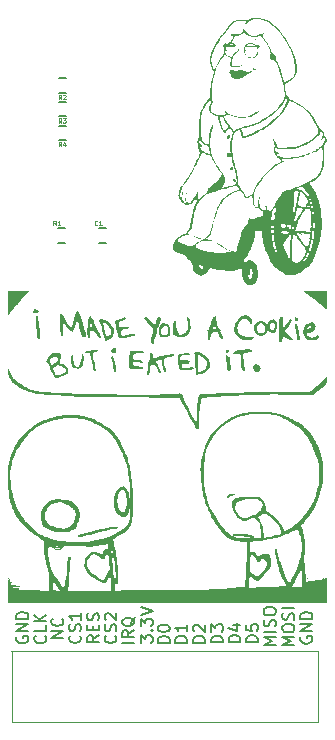
<source format=gto>
G04 #@! TF.GenerationSoftware,KiCad,Pcbnew,8.0.1*
G04 #@! TF.CreationDate,2024-05-29T02:23:11-05:00*
G04 #@! TF.ProjectId,dsi_esp,6473695f-6573-4702-9e6b-696361645f70,1.0*
G04 #@! TF.SameCoordinates,Original*
G04 #@! TF.FileFunction,Legend,Top*
G04 #@! TF.FilePolarity,Positive*
%FSLAX46Y46*%
G04 Gerber Fmt 4.6, Leading zero omitted, Abs format (unit mm)*
G04 Created by KiCad (PCBNEW 8.0.1) date 2024-05-29 02:23:11*
%MOMM*%
%LPD*%
G01*
G04 APERTURE LIST*
%ADD10C,0.150000*%
%ADD11C,0.032512*%
%ADD12C,0.000000*%
%ADD13C,0.120000*%
%ADD14C,0.152400*%
G04 APERTURE END LIST*
D10*
X120881618Y-92758612D02*
X119881618Y-92758612D01*
X119881618Y-92758612D02*
X120881618Y-92187184D01*
X120881618Y-92187184D02*
X119881618Y-92187184D01*
X120786379Y-91139565D02*
X120833999Y-91187184D01*
X120833999Y-91187184D02*
X120881618Y-91330041D01*
X120881618Y-91330041D02*
X120881618Y-91425279D01*
X120881618Y-91425279D02*
X120833999Y-91568136D01*
X120833999Y-91568136D02*
X120738760Y-91663374D01*
X120738760Y-91663374D02*
X120643522Y-91710993D01*
X120643522Y-91710993D02*
X120453046Y-91758612D01*
X120453046Y-91758612D02*
X120310189Y-91758612D01*
X120310189Y-91758612D02*
X120119713Y-91710993D01*
X120119713Y-91710993D02*
X120024475Y-91663374D01*
X120024475Y-91663374D02*
X119929237Y-91568136D01*
X119929237Y-91568136D02*
X119881618Y-91425279D01*
X119881618Y-91425279D02*
X119881618Y-91330041D01*
X119881618Y-91330041D02*
X119929237Y-91187184D01*
X119929237Y-91187184D02*
X119976856Y-91139565D01*
X134384818Y-93140993D02*
X133384818Y-93140993D01*
X133384818Y-93140993D02*
X133384818Y-92902898D01*
X133384818Y-92902898D02*
X133432437Y-92760041D01*
X133432437Y-92760041D02*
X133527675Y-92664803D01*
X133527675Y-92664803D02*
X133622913Y-92617184D01*
X133622913Y-92617184D02*
X133813389Y-92569565D01*
X133813389Y-92569565D02*
X133956246Y-92569565D01*
X133956246Y-92569565D02*
X134146722Y-92617184D01*
X134146722Y-92617184D02*
X134241960Y-92664803D01*
X134241960Y-92664803D02*
X134337199Y-92760041D01*
X134337199Y-92760041D02*
X134384818Y-92902898D01*
X134384818Y-92902898D02*
X134384818Y-93140993D01*
X133384818Y-92236231D02*
X133384818Y-91617184D01*
X133384818Y-91617184D02*
X133765770Y-91950517D01*
X133765770Y-91950517D02*
X133765770Y-91807660D01*
X133765770Y-91807660D02*
X133813389Y-91712422D01*
X133813389Y-91712422D02*
X133861008Y-91664803D01*
X133861008Y-91664803D02*
X133956246Y-91617184D01*
X133956246Y-91617184D02*
X134194341Y-91617184D01*
X134194341Y-91617184D02*
X134289579Y-91664803D01*
X134289579Y-91664803D02*
X134337199Y-91712422D01*
X134337199Y-91712422D02*
X134384818Y-91807660D01*
X134384818Y-91807660D02*
X134384818Y-92093374D01*
X134384818Y-92093374D02*
X134337199Y-92188612D01*
X134337199Y-92188612D02*
X134289579Y-92236231D01*
X122264579Y-92570756D02*
X122312199Y-92618375D01*
X122312199Y-92618375D02*
X122359818Y-92761232D01*
X122359818Y-92761232D02*
X122359818Y-92856470D01*
X122359818Y-92856470D02*
X122312199Y-92999327D01*
X122312199Y-92999327D02*
X122216960Y-93094565D01*
X122216960Y-93094565D02*
X122121722Y-93142184D01*
X122121722Y-93142184D02*
X121931246Y-93189803D01*
X121931246Y-93189803D02*
X121788389Y-93189803D01*
X121788389Y-93189803D02*
X121597913Y-93142184D01*
X121597913Y-93142184D02*
X121502675Y-93094565D01*
X121502675Y-93094565D02*
X121407437Y-92999327D01*
X121407437Y-92999327D02*
X121359818Y-92856470D01*
X121359818Y-92856470D02*
X121359818Y-92761232D01*
X121359818Y-92761232D02*
X121407437Y-92618375D01*
X121407437Y-92618375D02*
X121455056Y-92570756D01*
X122312199Y-92189803D02*
X122359818Y-92046946D01*
X122359818Y-92046946D02*
X122359818Y-91808851D01*
X122359818Y-91808851D02*
X122312199Y-91713613D01*
X122312199Y-91713613D02*
X122264579Y-91665994D01*
X122264579Y-91665994D02*
X122169341Y-91618375D01*
X122169341Y-91618375D02*
X122074103Y-91618375D01*
X122074103Y-91618375D02*
X121978865Y-91665994D01*
X121978865Y-91665994D02*
X121931246Y-91713613D01*
X121931246Y-91713613D02*
X121883627Y-91808851D01*
X121883627Y-91808851D02*
X121836008Y-91999327D01*
X121836008Y-91999327D02*
X121788389Y-92094565D01*
X121788389Y-92094565D02*
X121740770Y-92142184D01*
X121740770Y-92142184D02*
X121645532Y-92189803D01*
X121645532Y-92189803D02*
X121550294Y-92189803D01*
X121550294Y-92189803D02*
X121455056Y-92142184D01*
X121455056Y-92142184D02*
X121407437Y-92094565D01*
X121407437Y-92094565D02*
X121359818Y-91999327D01*
X121359818Y-91999327D02*
X121359818Y-91761232D01*
X121359818Y-91761232D02*
X121407437Y-91618375D01*
X122359818Y-90665994D02*
X122359818Y-91237422D01*
X122359818Y-90951708D02*
X121359818Y-90951708D01*
X121359818Y-90951708D02*
X121502675Y-91046946D01*
X121502675Y-91046946D02*
X121597913Y-91142184D01*
X121597913Y-91142184D02*
X121645532Y-91237422D01*
X131334818Y-93165993D02*
X130334818Y-93165993D01*
X130334818Y-93165993D02*
X130334818Y-92927898D01*
X130334818Y-92927898D02*
X130382437Y-92785041D01*
X130382437Y-92785041D02*
X130477675Y-92689803D01*
X130477675Y-92689803D02*
X130572913Y-92642184D01*
X130572913Y-92642184D02*
X130763389Y-92594565D01*
X130763389Y-92594565D02*
X130906246Y-92594565D01*
X130906246Y-92594565D02*
X131096722Y-92642184D01*
X131096722Y-92642184D02*
X131191960Y-92689803D01*
X131191960Y-92689803D02*
X131287199Y-92785041D01*
X131287199Y-92785041D02*
X131334818Y-92927898D01*
X131334818Y-92927898D02*
X131334818Y-93165993D01*
X131334818Y-91642184D02*
X131334818Y-92213612D01*
X131334818Y-91927898D02*
X130334818Y-91927898D01*
X130334818Y-91927898D02*
X130477675Y-92023136D01*
X130477675Y-92023136D02*
X130572913Y-92118374D01*
X130572913Y-92118374D02*
X130620532Y-92213612D01*
X119339579Y-92598137D02*
X119387199Y-92645756D01*
X119387199Y-92645756D02*
X119434818Y-92788613D01*
X119434818Y-92788613D02*
X119434818Y-92883851D01*
X119434818Y-92883851D02*
X119387199Y-93026708D01*
X119387199Y-93026708D02*
X119291960Y-93121946D01*
X119291960Y-93121946D02*
X119196722Y-93169565D01*
X119196722Y-93169565D02*
X119006246Y-93217184D01*
X119006246Y-93217184D02*
X118863389Y-93217184D01*
X118863389Y-93217184D02*
X118672913Y-93169565D01*
X118672913Y-93169565D02*
X118577675Y-93121946D01*
X118577675Y-93121946D02*
X118482437Y-93026708D01*
X118482437Y-93026708D02*
X118434818Y-92883851D01*
X118434818Y-92883851D02*
X118434818Y-92788613D01*
X118434818Y-92788613D02*
X118482437Y-92645756D01*
X118482437Y-92645756D02*
X118530056Y-92598137D01*
X119434818Y-91693375D02*
X119434818Y-92169565D01*
X119434818Y-92169565D02*
X118434818Y-92169565D01*
X119434818Y-91360041D02*
X118434818Y-91360041D01*
X119434818Y-90788613D02*
X118863389Y-91217184D01*
X118434818Y-90788613D02*
X119006246Y-91360041D01*
X138854819Y-93371427D02*
X137854819Y-93371427D01*
X137854819Y-93371427D02*
X138569104Y-93038094D01*
X138569104Y-93038094D02*
X137854819Y-92704761D01*
X137854819Y-92704761D02*
X138854819Y-92704761D01*
X138854819Y-92228570D02*
X137854819Y-92228570D01*
X138807200Y-91799999D02*
X138854819Y-91657142D01*
X138854819Y-91657142D02*
X138854819Y-91419047D01*
X138854819Y-91419047D02*
X138807200Y-91323809D01*
X138807200Y-91323809D02*
X138759580Y-91276190D01*
X138759580Y-91276190D02*
X138664342Y-91228571D01*
X138664342Y-91228571D02*
X138569104Y-91228571D01*
X138569104Y-91228571D02*
X138473866Y-91276190D01*
X138473866Y-91276190D02*
X138426247Y-91323809D01*
X138426247Y-91323809D02*
X138378628Y-91419047D01*
X138378628Y-91419047D02*
X138331009Y-91609523D01*
X138331009Y-91609523D02*
X138283390Y-91704761D01*
X138283390Y-91704761D02*
X138235771Y-91752380D01*
X138235771Y-91752380D02*
X138140533Y-91799999D01*
X138140533Y-91799999D02*
X138045295Y-91799999D01*
X138045295Y-91799999D02*
X137950057Y-91752380D01*
X137950057Y-91752380D02*
X137902438Y-91704761D01*
X137902438Y-91704761D02*
X137854819Y-91609523D01*
X137854819Y-91609523D02*
X137854819Y-91371428D01*
X137854819Y-91371428D02*
X137902438Y-91228571D01*
X137854819Y-90609523D02*
X137854819Y-90419047D01*
X137854819Y-90419047D02*
X137902438Y-90323809D01*
X137902438Y-90323809D02*
X137997676Y-90228571D01*
X137997676Y-90228571D02*
X138188152Y-90180952D01*
X138188152Y-90180952D02*
X138521485Y-90180952D01*
X138521485Y-90180952D02*
X138711961Y-90228571D01*
X138711961Y-90228571D02*
X138807200Y-90323809D01*
X138807200Y-90323809D02*
X138854819Y-90419047D01*
X138854819Y-90419047D02*
X138854819Y-90609523D01*
X138854819Y-90609523D02*
X138807200Y-90704761D01*
X138807200Y-90704761D02*
X138711961Y-90799999D01*
X138711961Y-90799999D02*
X138521485Y-90847618D01*
X138521485Y-90847618D02*
X138188152Y-90847618D01*
X138188152Y-90847618D02*
X137997676Y-90799999D01*
X137997676Y-90799999D02*
X137902438Y-90704761D01*
X137902438Y-90704761D02*
X137854819Y-90609523D01*
X127434818Y-93179088D02*
X127434818Y-92560041D01*
X127434818Y-92560041D02*
X127815770Y-92893374D01*
X127815770Y-92893374D02*
X127815770Y-92750517D01*
X127815770Y-92750517D02*
X127863389Y-92655279D01*
X127863389Y-92655279D02*
X127911008Y-92607660D01*
X127911008Y-92607660D02*
X128006246Y-92560041D01*
X128006246Y-92560041D02*
X128244341Y-92560041D01*
X128244341Y-92560041D02*
X128339579Y-92607660D01*
X128339579Y-92607660D02*
X128387199Y-92655279D01*
X128387199Y-92655279D02*
X128434818Y-92750517D01*
X128434818Y-92750517D02*
X128434818Y-93036231D01*
X128434818Y-93036231D02*
X128387199Y-93131469D01*
X128387199Y-93131469D02*
X128339579Y-93179088D01*
X128339579Y-92131469D02*
X128387199Y-92083850D01*
X128387199Y-92083850D02*
X128434818Y-92131469D01*
X128434818Y-92131469D02*
X128387199Y-92179088D01*
X128387199Y-92179088D02*
X128339579Y-92131469D01*
X128339579Y-92131469D02*
X128434818Y-92131469D01*
X127434818Y-91750517D02*
X127434818Y-91131470D01*
X127434818Y-91131470D02*
X127815770Y-91464803D01*
X127815770Y-91464803D02*
X127815770Y-91321946D01*
X127815770Y-91321946D02*
X127863389Y-91226708D01*
X127863389Y-91226708D02*
X127911008Y-91179089D01*
X127911008Y-91179089D02*
X128006246Y-91131470D01*
X128006246Y-91131470D02*
X128244341Y-91131470D01*
X128244341Y-91131470D02*
X128339579Y-91179089D01*
X128339579Y-91179089D02*
X128387199Y-91226708D01*
X128387199Y-91226708D02*
X128434818Y-91321946D01*
X128434818Y-91321946D02*
X128434818Y-91607660D01*
X128434818Y-91607660D02*
X128387199Y-91702898D01*
X128387199Y-91702898D02*
X128339579Y-91750517D01*
X127434818Y-90845755D02*
X128434818Y-90512422D01*
X128434818Y-90512422D02*
X127434818Y-90179089D01*
X125289579Y-92570756D02*
X125337199Y-92618375D01*
X125337199Y-92618375D02*
X125384818Y-92761232D01*
X125384818Y-92761232D02*
X125384818Y-92856470D01*
X125384818Y-92856470D02*
X125337199Y-92999327D01*
X125337199Y-92999327D02*
X125241960Y-93094565D01*
X125241960Y-93094565D02*
X125146722Y-93142184D01*
X125146722Y-93142184D02*
X124956246Y-93189803D01*
X124956246Y-93189803D02*
X124813389Y-93189803D01*
X124813389Y-93189803D02*
X124622913Y-93142184D01*
X124622913Y-93142184D02*
X124527675Y-93094565D01*
X124527675Y-93094565D02*
X124432437Y-92999327D01*
X124432437Y-92999327D02*
X124384818Y-92856470D01*
X124384818Y-92856470D02*
X124384818Y-92761232D01*
X124384818Y-92761232D02*
X124432437Y-92618375D01*
X124432437Y-92618375D02*
X124480056Y-92570756D01*
X125337199Y-92189803D02*
X125384818Y-92046946D01*
X125384818Y-92046946D02*
X125384818Y-91808851D01*
X125384818Y-91808851D02*
X125337199Y-91713613D01*
X125337199Y-91713613D02*
X125289579Y-91665994D01*
X125289579Y-91665994D02*
X125194341Y-91618375D01*
X125194341Y-91618375D02*
X125099103Y-91618375D01*
X125099103Y-91618375D02*
X125003865Y-91665994D01*
X125003865Y-91665994D02*
X124956246Y-91713613D01*
X124956246Y-91713613D02*
X124908627Y-91808851D01*
X124908627Y-91808851D02*
X124861008Y-91999327D01*
X124861008Y-91999327D02*
X124813389Y-92094565D01*
X124813389Y-92094565D02*
X124765770Y-92142184D01*
X124765770Y-92142184D02*
X124670532Y-92189803D01*
X124670532Y-92189803D02*
X124575294Y-92189803D01*
X124575294Y-92189803D02*
X124480056Y-92142184D01*
X124480056Y-92142184D02*
X124432437Y-92094565D01*
X124432437Y-92094565D02*
X124384818Y-91999327D01*
X124384818Y-91999327D02*
X124384818Y-91761232D01*
X124384818Y-91761232D02*
X124432437Y-91618375D01*
X124480056Y-91237422D02*
X124432437Y-91189803D01*
X124432437Y-91189803D02*
X124384818Y-91094565D01*
X124384818Y-91094565D02*
X124384818Y-90856470D01*
X124384818Y-90856470D02*
X124432437Y-90761232D01*
X124432437Y-90761232D02*
X124480056Y-90713613D01*
X124480056Y-90713613D02*
X124575294Y-90665994D01*
X124575294Y-90665994D02*
X124670532Y-90665994D01*
X124670532Y-90665994D02*
X124813389Y-90713613D01*
X124813389Y-90713613D02*
X125384818Y-91285041D01*
X125384818Y-91285041D02*
X125384818Y-90665994D01*
X141007437Y-92671303D02*
X140959818Y-92766541D01*
X140959818Y-92766541D02*
X140959818Y-92909398D01*
X140959818Y-92909398D02*
X141007437Y-93052255D01*
X141007437Y-93052255D02*
X141102675Y-93147493D01*
X141102675Y-93147493D02*
X141197913Y-93195112D01*
X141197913Y-93195112D02*
X141388389Y-93242731D01*
X141388389Y-93242731D02*
X141531246Y-93242731D01*
X141531246Y-93242731D02*
X141721722Y-93195112D01*
X141721722Y-93195112D02*
X141816960Y-93147493D01*
X141816960Y-93147493D02*
X141912199Y-93052255D01*
X141912199Y-93052255D02*
X141959818Y-92909398D01*
X141959818Y-92909398D02*
X141959818Y-92814160D01*
X141959818Y-92814160D02*
X141912199Y-92671303D01*
X141912199Y-92671303D02*
X141864579Y-92623684D01*
X141864579Y-92623684D02*
X141531246Y-92623684D01*
X141531246Y-92623684D02*
X141531246Y-92814160D01*
X141959818Y-92195112D02*
X140959818Y-92195112D01*
X140959818Y-92195112D02*
X141959818Y-91623684D01*
X141959818Y-91623684D02*
X140959818Y-91623684D01*
X141959818Y-91147493D02*
X140959818Y-91147493D01*
X140959818Y-91147493D02*
X140959818Y-90909398D01*
X140959818Y-90909398D02*
X141007437Y-90766541D01*
X141007437Y-90766541D02*
X141102675Y-90671303D01*
X141102675Y-90671303D02*
X141197913Y-90623684D01*
X141197913Y-90623684D02*
X141388389Y-90576065D01*
X141388389Y-90576065D02*
X141531246Y-90576065D01*
X141531246Y-90576065D02*
X141721722Y-90623684D01*
X141721722Y-90623684D02*
X141816960Y-90671303D01*
X141816960Y-90671303D02*
X141912199Y-90766541D01*
X141912199Y-90766541D02*
X141959818Y-90909398D01*
X141959818Y-90909398D02*
X141959818Y-91147493D01*
X126859818Y-93176707D02*
X125859818Y-93176707D01*
X126859818Y-92129089D02*
X126383627Y-92462422D01*
X126859818Y-92700517D02*
X125859818Y-92700517D01*
X125859818Y-92700517D02*
X125859818Y-92319565D01*
X125859818Y-92319565D02*
X125907437Y-92224327D01*
X125907437Y-92224327D02*
X125955056Y-92176708D01*
X125955056Y-92176708D02*
X126050294Y-92129089D01*
X126050294Y-92129089D02*
X126193151Y-92129089D01*
X126193151Y-92129089D02*
X126288389Y-92176708D01*
X126288389Y-92176708D02*
X126336008Y-92224327D01*
X126336008Y-92224327D02*
X126383627Y-92319565D01*
X126383627Y-92319565D02*
X126383627Y-92700517D01*
X126955056Y-91033851D02*
X126907437Y-91129089D01*
X126907437Y-91129089D02*
X126812199Y-91224327D01*
X126812199Y-91224327D02*
X126669341Y-91367184D01*
X126669341Y-91367184D02*
X126621722Y-91462422D01*
X126621722Y-91462422D02*
X126621722Y-91557660D01*
X126859818Y-91510041D02*
X126812199Y-91605279D01*
X126812199Y-91605279D02*
X126716960Y-91700517D01*
X126716960Y-91700517D02*
X126526484Y-91748136D01*
X126526484Y-91748136D02*
X126193151Y-91748136D01*
X126193151Y-91748136D02*
X126002675Y-91700517D01*
X126002675Y-91700517D02*
X125907437Y-91605279D01*
X125907437Y-91605279D02*
X125859818Y-91510041D01*
X125859818Y-91510041D02*
X125859818Y-91319565D01*
X125859818Y-91319565D02*
X125907437Y-91224327D01*
X125907437Y-91224327D02*
X126002675Y-91129089D01*
X126002675Y-91129089D02*
X126193151Y-91081470D01*
X126193151Y-91081470D02*
X126526484Y-91081470D01*
X126526484Y-91081470D02*
X126716960Y-91129089D01*
X126716960Y-91129089D02*
X126812199Y-91224327D01*
X126812199Y-91224327D02*
X126859818Y-91319565D01*
X126859818Y-91319565D02*
X126859818Y-91510041D01*
X140434818Y-93371427D02*
X139434818Y-93371427D01*
X139434818Y-93371427D02*
X140149103Y-93038094D01*
X140149103Y-93038094D02*
X139434818Y-92704761D01*
X139434818Y-92704761D02*
X140434818Y-92704761D01*
X139434818Y-92038094D02*
X139434818Y-91847618D01*
X139434818Y-91847618D02*
X139482437Y-91752380D01*
X139482437Y-91752380D02*
X139577675Y-91657142D01*
X139577675Y-91657142D02*
X139768151Y-91609523D01*
X139768151Y-91609523D02*
X140101484Y-91609523D01*
X140101484Y-91609523D02*
X140291960Y-91657142D01*
X140291960Y-91657142D02*
X140387199Y-91752380D01*
X140387199Y-91752380D02*
X140434818Y-91847618D01*
X140434818Y-91847618D02*
X140434818Y-92038094D01*
X140434818Y-92038094D02*
X140387199Y-92133332D01*
X140387199Y-92133332D02*
X140291960Y-92228570D01*
X140291960Y-92228570D02*
X140101484Y-92276189D01*
X140101484Y-92276189D02*
X139768151Y-92276189D01*
X139768151Y-92276189D02*
X139577675Y-92228570D01*
X139577675Y-92228570D02*
X139482437Y-92133332D01*
X139482437Y-92133332D02*
X139434818Y-92038094D01*
X140387199Y-91228570D02*
X140434818Y-91085713D01*
X140434818Y-91085713D02*
X140434818Y-90847618D01*
X140434818Y-90847618D02*
X140387199Y-90752380D01*
X140387199Y-90752380D02*
X140339579Y-90704761D01*
X140339579Y-90704761D02*
X140244341Y-90657142D01*
X140244341Y-90657142D02*
X140149103Y-90657142D01*
X140149103Y-90657142D02*
X140053865Y-90704761D01*
X140053865Y-90704761D02*
X140006246Y-90752380D01*
X140006246Y-90752380D02*
X139958627Y-90847618D01*
X139958627Y-90847618D02*
X139911008Y-91038094D01*
X139911008Y-91038094D02*
X139863389Y-91133332D01*
X139863389Y-91133332D02*
X139815770Y-91180951D01*
X139815770Y-91180951D02*
X139720532Y-91228570D01*
X139720532Y-91228570D02*
X139625294Y-91228570D01*
X139625294Y-91228570D02*
X139530056Y-91180951D01*
X139530056Y-91180951D02*
X139482437Y-91133332D01*
X139482437Y-91133332D02*
X139434818Y-91038094D01*
X139434818Y-91038094D02*
X139434818Y-90799999D01*
X139434818Y-90799999D02*
X139482437Y-90657142D01*
X140434818Y-90228570D02*
X139434818Y-90228570D01*
X137359818Y-93115993D02*
X136359818Y-93115993D01*
X136359818Y-93115993D02*
X136359818Y-92877898D01*
X136359818Y-92877898D02*
X136407437Y-92735041D01*
X136407437Y-92735041D02*
X136502675Y-92639803D01*
X136502675Y-92639803D02*
X136597913Y-92592184D01*
X136597913Y-92592184D02*
X136788389Y-92544565D01*
X136788389Y-92544565D02*
X136931246Y-92544565D01*
X136931246Y-92544565D02*
X137121722Y-92592184D01*
X137121722Y-92592184D02*
X137216960Y-92639803D01*
X137216960Y-92639803D02*
X137312199Y-92735041D01*
X137312199Y-92735041D02*
X137359818Y-92877898D01*
X137359818Y-92877898D02*
X137359818Y-93115993D01*
X136359818Y-91639803D02*
X136359818Y-92115993D01*
X136359818Y-92115993D02*
X136836008Y-92163612D01*
X136836008Y-92163612D02*
X136788389Y-92115993D01*
X136788389Y-92115993D02*
X136740770Y-92020755D01*
X136740770Y-92020755D02*
X136740770Y-91782660D01*
X136740770Y-91782660D02*
X136788389Y-91687422D01*
X136788389Y-91687422D02*
X136836008Y-91639803D01*
X136836008Y-91639803D02*
X136931246Y-91592184D01*
X136931246Y-91592184D02*
X137169341Y-91592184D01*
X137169341Y-91592184D02*
X137264579Y-91639803D01*
X137264579Y-91639803D02*
X137312199Y-91687422D01*
X137312199Y-91687422D02*
X137359818Y-91782660D01*
X137359818Y-91782660D02*
X137359818Y-92020755D01*
X137359818Y-92020755D02*
X137312199Y-92115993D01*
X137312199Y-92115993D02*
X137264579Y-92163612D01*
X116957437Y-92664803D02*
X116909818Y-92760041D01*
X116909818Y-92760041D02*
X116909818Y-92902898D01*
X116909818Y-92902898D02*
X116957437Y-93045755D01*
X116957437Y-93045755D02*
X117052675Y-93140993D01*
X117052675Y-93140993D02*
X117147913Y-93188612D01*
X117147913Y-93188612D02*
X117338389Y-93236231D01*
X117338389Y-93236231D02*
X117481246Y-93236231D01*
X117481246Y-93236231D02*
X117671722Y-93188612D01*
X117671722Y-93188612D02*
X117766960Y-93140993D01*
X117766960Y-93140993D02*
X117862199Y-93045755D01*
X117862199Y-93045755D02*
X117909818Y-92902898D01*
X117909818Y-92902898D02*
X117909818Y-92807660D01*
X117909818Y-92807660D02*
X117862199Y-92664803D01*
X117862199Y-92664803D02*
X117814579Y-92617184D01*
X117814579Y-92617184D02*
X117481246Y-92617184D01*
X117481246Y-92617184D02*
X117481246Y-92807660D01*
X117909818Y-92188612D02*
X116909818Y-92188612D01*
X116909818Y-92188612D02*
X117909818Y-91617184D01*
X117909818Y-91617184D02*
X116909818Y-91617184D01*
X117909818Y-91140993D02*
X116909818Y-91140993D01*
X116909818Y-91140993D02*
X116909818Y-90902898D01*
X116909818Y-90902898D02*
X116957437Y-90760041D01*
X116957437Y-90760041D02*
X117052675Y-90664803D01*
X117052675Y-90664803D02*
X117147913Y-90617184D01*
X117147913Y-90617184D02*
X117338389Y-90569565D01*
X117338389Y-90569565D02*
X117481246Y-90569565D01*
X117481246Y-90569565D02*
X117671722Y-90617184D01*
X117671722Y-90617184D02*
X117766960Y-90664803D01*
X117766960Y-90664803D02*
X117862199Y-90760041D01*
X117862199Y-90760041D02*
X117909818Y-90902898D01*
X117909818Y-90902898D02*
X117909818Y-91140993D01*
X129884818Y-93190993D02*
X128884818Y-93190993D01*
X128884818Y-93190993D02*
X128884818Y-92952898D01*
X128884818Y-92952898D02*
X128932437Y-92810041D01*
X128932437Y-92810041D02*
X129027675Y-92714803D01*
X129027675Y-92714803D02*
X129122913Y-92667184D01*
X129122913Y-92667184D02*
X129313389Y-92619565D01*
X129313389Y-92619565D02*
X129456246Y-92619565D01*
X129456246Y-92619565D02*
X129646722Y-92667184D01*
X129646722Y-92667184D02*
X129741960Y-92714803D01*
X129741960Y-92714803D02*
X129837199Y-92810041D01*
X129837199Y-92810041D02*
X129884818Y-92952898D01*
X129884818Y-92952898D02*
X129884818Y-93190993D01*
X128884818Y-92000517D02*
X128884818Y-91905279D01*
X128884818Y-91905279D02*
X128932437Y-91810041D01*
X128932437Y-91810041D02*
X128980056Y-91762422D01*
X128980056Y-91762422D02*
X129075294Y-91714803D01*
X129075294Y-91714803D02*
X129265770Y-91667184D01*
X129265770Y-91667184D02*
X129503865Y-91667184D01*
X129503865Y-91667184D02*
X129694341Y-91714803D01*
X129694341Y-91714803D02*
X129789579Y-91762422D01*
X129789579Y-91762422D02*
X129837199Y-91810041D01*
X129837199Y-91810041D02*
X129884818Y-91905279D01*
X129884818Y-91905279D02*
X129884818Y-92000517D01*
X129884818Y-92000517D02*
X129837199Y-92095755D01*
X129837199Y-92095755D02*
X129789579Y-92143374D01*
X129789579Y-92143374D02*
X129694341Y-92190993D01*
X129694341Y-92190993D02*
X129503865Y-92238612D01*
X129503865Y-92238612D02*
X129265770Y-92238612D01*
X129265770Y-92238612D02*
X129075294Y-92190993D01*
X129075294Y-92190993D02*
X128980056Y-92143374D01*
X128980056Y-92143374D02*
X128932437Y-92095755D01*
X128932437Y-92095755D02*
X128884818Y-92000517D01*
X132859818Y-93165993D02*
X131859818Y-93165993D01*
X131859818Y-93165993D02*
X131859818Y-92927898D01*
X131859818Y-92927898D02*
X131907437Y-92785041D01*
X131907437Y-92785041D02*
X132002675Y-92689803D01*
X132002675Y-92689803D02*
X132097913Y-92642184D01*
X132097913Y-92642184D02*
X132288389Y-92594565D01*
X132288389Y-92594565D02*
X132431246Y-92594565D01*
X132431246Y-92594565D02*
X132621722Y-92642184D01*
X132621722Y-92642184D02*
X132716960Y-92689803D01*
X132716960Y-92689803D02*
X132812199Y-92785041D01*
X132812199Y-92785041D02*
X132859818Y-92927898D01*
X132859818Y-92927898D02*
X132859818Y-93165993D01*
X131955056Y-92213612D02*
X131907437Y-92165993D01*
X131907437Y-92165993D02*
X131859818Y-92070755D01*
X131859818Y-92070755D02*
X131859818Y-91832660D01*
X131859818Y-91832660D02*
X131907437Y-91737422D01*
X131907437Y-91737422D02*
X131955056Y-91689803D01*
X131955056Y-91689803D02*
X132050294Y-91642184D01*
X132050294Y-91642184D02*
X132145532Y-91642184D01*
X132145532Y-91642184D02*
X132288389Y-91689803D01*
X132288389Y-91689803D02*
X132859818Y-92261231D01*
X132859818Y-92261231D02*
X132859818Y-91642184D01*
X135884818Y-93115993D02*
X134884818Y-93115993D01*
X134884818Y-93115993D02*
X134884818Y-92877898D01*
X134884818Y-92877898D02*
X134932437Y-92735041D01*
X134932437Y-92735041D02*
X135027675Y-92639803D01*
X135027675Y-92639803D02*
X135122913Y-92592184D01*
X135122913Y-92592184D02*
X135313389Y-92544565D01*
X135313389Y-92544565D02*
X135456246Y-92544565D01*
X135456246Y-92544565D02*
X135646722Y-92592184D01*
X135646722Y-92592184D02*
X135741960Y-92639803D01*
X135741960Y-92639803D02*
X135837199Y-92735041D01*
X135837199Y-92735041D02*
X135884818Y-92877898D01*
X135884818Y-92877898D02*
X135884818Y-93115993D01*
X135218151Y-91687422D02*
X135884818Y-91687422D01*
X134837199Y-91925517D02*
X135551484Y-92163612D01*
X135551484Y-92163612D02*
X135551484Y-91544565D01*
X123909818Y-92546946D02*
X123433627Y-92880279D01*
X123909818Y-93118374D02*
X122909818Y-93118374D01*
X122909818Y-93118374D02*
X122909818Y-92737422D01*
X122909818Y-92737422D02*
X122957437Y-92642184D01*
X122957437Y-92642184D02*
X123005056Y-92594565D01*
X123005056Y-92594565D02*
X123100294Y-92546946D01*
X123100294Y-92546946D02*
X123243151Y-92546946D01*
X123243151Y-92546946D02*
X123338389Y-92594565D01*
X123338389Y-92594565D02*
X123386008Y-92642184D01*
X123386008Y-92642184D02*
X123433627Y-92737422D01*
X123433627Y-92737422D02*
X123433627Y-93118374D01*
X123386008Y-92118374D02*
X123386008Y-91785041D01*
X123909818Y-91642184D02*
X123909818Y-92118374D01*
X123909818Y-92118374D02*
X122909818Y-92118374D01*
X122909818Y-92118374D02*
X122909818Y-91642184D01*
X123862199Y-91261231D02*
X123909818Y-91118374D01*
X123909818Y-91118374D02*
X123909818Y-90880279D01*
X123909818Y-90880279D02*
X123862199Y-90785041D01*
X123862199Y-90785041D02*
X123814579Y-90737422D01*
X123814579Y-90737422D02*
X123719341Y-90689803D01*
X123719341Y-90689803D02*
X123624103Y-90689803D01*
X123624103Y-90689803D02*
X123528865Y-90737422D01*
X123528865Y-90737422D02*
X123481246Y-90785041D01*
X123481246Y-90785041D02*
X123433627Y-90880279D01*
X123433627Y-90880279D02*
X123386008Y-91070755D01*
X123386008Y-91070755D02*
X123338389Y-91165993D01*
X123338389Y-91165993D02*
X123290770Y-91213612D01*
X123290770Y-91213612D02*
X123195532Y-91261231D01*
X123195532Y-91261231D02*
X123100294Y-91261231D01*
X123100294Y-91261231D02*
X123005056Y-91213612D01*
X123005056Y-91213612D02*
X122957437Y-91165993D01*
X122957437Y-91165993D02*
X122909818Y-91070755D01*
X122909818Y-91070755D02*
X122909818Y-90832660D01*
X122909818Y-90832660D02*
X122957437Y-90689803D01*
D11*
X120724060Y-49152553D02*
X120599430Y-48974511D01*
X120510409Y-49152553D02*
X120510409Y-48778665D01*
X120510409Y-48778665D02*
X120652843Y-48778665D01*
X120652843Y-48778665D02*
X120688451Y-48796469D01*
X120688451Y-48796469D02*
X120706256Y-48814273D01*
X120706256Y-48814273D02*
X120724060Y-48849881D01*
X120724060Y-48849881D02*
X120724060Y-48903294D01*
X120724060Y-48903294D02*
X120706256Y-48938902D01*
X120706256Y-48938902D02*
X120688451Y-48956707D01*
X120688451Y-48956707D02*
X120652843Y-48974511D01*
X120652843Y-48974511D02*
X120510409Y-48974511D01*
X120848689Y-48778665D02*
X121080144Y-48778665D01*
X121080144Y-48778665D02*
X120955514Y-48921098D01*
X120955514Y-48921098D02*
X121008927Y-48921098D01*
X121008927Y-48921098D02*
X121044535Y-48938902D01*
X121044535Y-48938902D02*
X121062339Y-48956707D01*
X121062339Y-48956707D02*
X121080144Y-48992315D01*
X121080144Y-48992315D02*
X121080144Y-49081336D01*
X121080144Y-49081336D02*
X121062339Y-49116944D01*
X121062339Y-49116944D02*
X121044535Y-49134749D01*
X121044535Y-49134749D02*
X121008927Y-49152553D01*
X121008927Y-49152553D02*
X120902102Y-49152553D01*
X120902102Y-49152553D02*
X120866493Y-49134749D01*
X120866493Y-49134749D02*
X120848689Y-49116944D01*
X123762060Y-57791444D02*
X123744256Y-57809249D01*
X123744256Y-57809249D02*
X123690843Y-57827053D01*
X123690843Y-57827053D02*
X123655235Y-57827053D01*
X123655235Y-57827053D02*
X123601822Y-57809249D01*
X123601822Y-57809249D02*
X123566214Y-57773640D01*
X123566214Y-57773640D02*
X123548409Y-57738032D01*
X123548409Y-57738032D02*
X123530605Y-57666815D01*
X123530605Y-57666815D02*
X123530605Y-57613402D01*
X123530605Y-57613402D02*
X123548409Y-57542186D01*
X123548409Y-57542186D02*
X123566214Y-57506577D01*
X123566214Y-57506577D02*
X123601822Y-57470969D01*
X123601822Y-57470969D02*
X123655235Y-57453165D01*
X123655235Y-57453165D02*
X123690843Y-57453165D01*
X123690843Y-57453165D02*
X123744256Y-57470969D01*
X123744256Y-57470969D02*
X123762060Y-57488773D01*
X124118144Y-57827053D02*
X123904493Y-57827053D01*
X124011318Y-57827053D02*
X124011318Y-57453165D01*
X124011318Y-57453165D02*
X123975710Y-57506577D01*
X123975710Y-57506577D02*
X123940102Y-57542186D01*
X123940102Y-57542186D02*
X123904493Y-57559990D01*
X120724060Y-47152553D02*
X120599430Y-46974511D01*
X120510409Y-47152553D02*
X120510409Y-46778665D01*
X120510409Y-46778665D02*
X120652843Y-46778665D01*
X120652843Y-46778665D02*
X120688451Y-46796469D01*
X120688451Y-46796469D02*
X120706256Y-46814273D01*
X120706256Y-46814273D02*
X120724060Y-46849881D01*
X120724060Y-46849881D02*
X120724060Y-46903294D01*
X120724060Y-46903294D02*
X120706256Y-46938902D01*
X120706256Y-46938902D02*
X120688451Y-46956707D01*
X120688451Y-46956707D02*
X120652843Y-46974511D01*
X120652843Y-46974511D02*
X120510409Y-46974511D01*
X120866493Y-46814273D02*
X120884297Y-46796469D01*
X120884297Y-46796469D02*
X120919906Y-46778665D01*
X120919906Y-46778665D02*
X121008927Y-46778665D01*
X121008927Y-46778665D02*
X121044535Y-46796469D01*
X121044535Y-46796469D02*
X121062339Y-46814273D01*
X121062339Y-46814273D02*
X121080144Y-46849881D01*
X121080144Y-46849881D02*
X121080144Y-46885490D01*
X121080144Y-46885490D02*
X121062339Y-46938902D01*
X121062339Y-46938902D02*
X120848689Y-47152553D01*
X120848689Y-47152553D02*
X121080144Y-47152553D01*
X120724060Y-51152553D02*
X120599430Y-50974511D01*
X120510409Y-51152553D02*
X120510409Y-50778665D01*
X120510409Y-50778665D02*
X120652843Y-50778665D01*
X120652843Y-50778665D02*
X120688451Y-50796469D01*
X120688451Y-50796469D02*
X120706256Y-50814273D01*
X120706256Y-50814273D02*
X120724060Y-50849881D01*
X120724060Y-50849881D02*
X120724060Y-50903294D01*
X120724060Y-50903294D02*
X120706256Y-50938902D01*
X120706256Y-50938902D02*
X120688451Y-50956707D01*
X120688451Y-50956707D02*
X120652843Y-50974511D01*
X120652843Y-50974511D02*
X120510409Y-50974511D01*
X121044535Y-50903294D02*
X121044535Y-51152553D01*
X120955514Y-50760861D02*
X120866493Y-51027923D01*
X120866493Y-51027923D02*
X121097948Y-51027923D01*
X120262060Y-57827053D02*
X120137430Y-57649011D01*
X120048409Y-57827053D02*
X120048409Y-57453165D01*
X120048409Y-57453165D02*
X120190843Y-57453165D01*
X120190843Y-57453165D02*
X120226451Y-57470969D01*
X120226451Y-57470969D02*
X120244256Y-57488773D01*
X120244256Y-57488773D02*
X120262060Y-57524381D01*
X120262060Y-57524381D02*
X120262060Y-57577794D01*
X120262060Y-57577794D02*
X120244256Y-57613402D01*
X120244256Y-57613402D02*
X120226451Y-57631207D01*
X120226451Y-57631207D02*
X120190843Y-57649011D01*
X120190843Y-57649011D02*
X120048409Y-57649011D01*
X120618144Y-57827053D02*
X120404493Y-57827053D01*
X120511318Y-57827053D02*
X120511318Y-57453165D01*
X120511318Y-57453165D02*
X120475710Y-57506577D01*
X120475710Y-57506577D02*
X120440102Y-57542186D01*
X120440102Y-57542186D02*
X120404493Y-57559990D01*
D12*
G36*
X117253156Y-88561628D02*
G01*
X117232059Y-88582724D01*
X117210963Y-88561628D01*
X117232059Y-88540531D01*
X117253156Y-88561628D01*
G37*
G36*
X141598339Y-87717774D02*
G01*
X141577242Y-87738870D01*
X141556146Y-87717774D01*
X141577242Y-87696678D01*
X141598339Y-87717774D01*
G37*
G36*
X120234773Y-88428018D02*
G01*
X120228981Y-88453101D01*
X120206644Y-88456146D01*
X120171915Y-88440708D01*
X120178516Y-88428018D01*
X120228589Y-88422968D01*
X120234773Y-88428018D01*
G37*
G36*
X141542082Y-87921705D02*
G01*
X141547131Y-87971778D01*
X141542082Y-87977962D01*
X141516998Y-87972170D01*
X141513953Y-87949834D01*
X141529391Y-87915104D01*
X141542082Y-87921705D01*
G37*
G36*
X141710667Y-87728322D02*
G01*
X141716240Y-87814705D01*
X141710667Y-87833804D01*
X141695267Y-87839104D01*
X141689386Y-87781063D01*
X141696017Y-87721165D01*
X141710667Y-87728322D01*
G37*
G36*
X142934440Y-87710742D02*
G01*
X142928649Y-87735825D01*
X142906312Y-87738870D01*
X142871583Y-87723433D01*
X142878183Y-87710742D01*
X142928256Y-87705692D01*
X142934440Y-87710742D01*
G37*
G36*
X122103814Y-83429768D02*
G01*
X122064850Y-83482424D01*
X122046802Y-83490834D01*
X122005653Y-83485835D01*
X122009406Y-83432534D01*
X122041777Y-83376902D01*
X122067919Y-83374891D01*
X122103814Y-83429768D01*
G37*
G36*
X116268220Y-87722526D02*
G01*
X116261628Y-87738870D01*
X116223713Y-87779121D01*
X116216945Y-87781063D01*
X116198822Y-87748419D01*
X116198339Y-87738870D01*
X116230774Y-87698299D01*
X116243021Y-87696678D01*
X116268220Y-87722526D01*
G37*
G36*
X134880002Y-68398690D02*
G01*
X134891144Y-68417315D01*
X134909509Y-68518696D01*
X134856802Y-68593854D01*
X134745867Y-68625448D01*
X134736860Y-68625581D01*
X134658535Y-68605342D01*
X134636554Y-68531069D01*
X134636544Y-68528538D01*
X134662571Y-68414057D01*
X134726237Y-68347959D01*
X134805921Y-68339688D01*
X134880002Y-68398690D01*
G37*
G36*
X118667455Y-64964939D02*
G01*
X118767755Y-65025054D01*
X118788187Y-65049453D01*
X118802069Y-65132263D01*
X118753650Y-65207348D01*
X118664954Y-65263775D01*
X118558003Y-65290614D01*
X118454822Y-65276934D01*
X118400797Y-65241727D01*
X118357149Y-65156029D01*
X118352931Y-65051892D01*
X118385356Y-64965875D01*
X118424003Y-64937232D01*
X118539032Y-64931401D01*
X118667455Y-64964939D01*
G37*
G36*
X140693350Y-65653711D02*
G01*
X140739263Y-65693284D01*
X140749823Y-65787592D01*
X140727094Y-65886373D01*
X140682187Y-65955037D01*
X140651213Y-65967442D01*
X140574147Y-65939693D01*
X140529080Y-65904780D01*
X140483495Y-65820161D01*
X140480645Y-65767654D01*
X140494639Y-65686941D01*
X140498100Y-65661545D01*
X140535278Y-65632386D01*
X140612791Y-65631411D01*
X140693350Y-65653711D01*
G37*
G36*
X125212518Y-68211040D02*
G01*
X125321453Y-68259512D01*
X125381769Y-68359069D01*
X125383626Y-68485847D01*
X125355963Y-68558910D01*
X125287276Y-68654866D01*
X125205755Y-68683368D01*
X125085976Y-68651922D01*
X125067142Y-68644190D01*
X124970541Y-68587185D01*
X124934712Y-68509032D01*
X124932226Y-68465387D01*
X124968338Y-68329457D01*
X125063413Y-68238219D01*
X125197557Y-68209725D01*
X125212518Y-68211040D01*
G37*
G36*
X135346913Y-80574200D02*
G01*
X135395008Y-80599259D01*
X135396013Y-80604953D01*
X135359666Y-80640235D01*
X135272123Y-80671002D01*
X135270836Y-80671287D01*
X135153894Y-80713503D01*
X135022321Y-80783324D01*
X134994710Y-80801217D01*
X134887355Y-80871638D01*
X134828568Y-80897410D01*
X134797771Y-80882257D01*
X134778381Y-80840365D01*
X134772165Y-80736648D01*
X134844471Y-80657944D01*
X134961205Y-80611168D01*
X135107036Y-80580483D01*
X135243264Y-80568051D01*
X135346913Y-80574200D01*
G37*
G36*
X137387260Y-69628672D02*
G01*
X137500996Y-69712542D01*
X137573435Y-69837796D01*
X137588691Y-69942185D01*
X137564981Y-70095234D01*
X137490703Y-70186579D01*
X137355716Y-70225729D01*
X137282926Y-70228903D01*
X137157644Y-70221740D01*
X137081052Y-70188317D01*
X137017870Y-70110740D01*
X137002776Y-70086797D01*
X136933885Y-69953862D01*
X136923083Y-69851832D01*
X136970339Y-69750433D01*
X137002398Y-69707185D01*
X137117549Y-69617811D01*
X137252640Y-69594367D01*
X137387260Y-69628672D01*
G37*
G36*
X143201661Y-64174252D02*
G01*
X143200023Y-64420398D01*
X143195467Y-64634659D01*
X143188531Y-64803905D01*
X143179754Y-64915001D01*
X143169697Y-64954817D01*
X143127842Y-64928002D01*
X143037267Y-64854934D01*
X142911181Y-64746679D01*
X142762796Y-64614302D01*
X142758318Y-64610237D01*
X142587081Y-64460987D01*
X142370254Y-64281313D01*
X142130913Y-64089844D01*
X141892131Y-63905209D01*
X141791489Y-63829672D01*
X141204074Y-63393688D01*
X142202867Y-63393688D01*
X143201661Y-63393688D01*
X143201661Y-64174252D01*
G37*
G36*
X117732902Y-63685260D02*
G01*
X117576869Y-63842098D01*
X117422212Y-64004806D01*
X117280212Y-64160661D01*
X117162146Y-64296941D01*
X117079296Y-64400925D01*
X117042941Y-64459891D01*
X117042192Y-64464282D01*
X117014139Y-64503736D01*
X116938278Y-64588732D01*
X116827052Y-64705730D01*
X116725747Y-64808504D01*
X116595742Y-64941467D01*
X116491635Y-65053575D01*
X116425907Y-65131032D01*
X116409302Y-65158264D01*
X116386257Y-65210223D01*
X116328585Y-65300051D01*
X116303820Y-65334551D01*
X116198339Y-65477524D01*
X116198339Y-64435606D01*
X116198339Y-63393688D01*
X117114620Y-63393688D01*
X118030901Y-63393688D01*
X117732902Y-63685260D01*
G37*
G36*
X140652903Y-66210931D02*
G01*
X140708851Y-66315830D01*
X140711673Y-66324204D01*
X140738838Y-66428446D01*
X140770706Y-66583813D01*
X140804201Y-66770519D01*
X140836250Y-66968777D01*
X140863780Y-67158803D01*
X140883715Y-67320808D01*
X140892983Y-67435009D01*
X140890913Y-67477924D01*
X140840733Y-67520239D01*
X140762033Y-67524322D01*
X140700977Y-67490663D01*
X140693701Y-67475830D01*
X140680912Y-67413826D01*
X140658863Y-67287991D01*
X140630681Y-67117964D01*
X140599493Y-66923387D01*
X140568427Y-66723898D01*
X140540608Y-66539139D01*
X140519166Y-66388750D01*
X140512317Y-66336628D01*
X140505335Y-66232480D01*
X140526312Y-66187494D01*
X140578010Y-66178405D01*
X140652903Y-66210931D01*
G37*
G36*
X125082195Y-68892924D02*
G01*
X125120239Y-68942523D01*
X125157265Y-69038091D01*
X125196846Y-69190185D01*
X125242560Y-69409362D01*
X125272255Y-69565796D01*
X125309869Y-69767730D01*
X125343921Y-69949404D01*
X125370222Y-70088546D01*
X125383028Y-70155066D01*
X125388856Y-70239686D01*
X125351217Y-70269375D01*
X125324454Y-70271096D01*
X125266817Y-70248155D01*
X125216868Y-70169270D01*
X125173600Y-70049585D01*
X125131083Y-69890623D01*
X125088059Y-69692587D01*
X125056017Y-69511628D01*
X125027319Y-69351787D01*
X124996067Y-69222033D01*
X124968440Y-69147475D01*
X124965311Y-69142990D01*
X124941027Y-69065091D01*
X124955225Y-68971193D01*
X124997592Y-68898004D01*
X125039555Y-68878737D01*
X125082195Y-68892924D01*
G37*
G36*
X136003936Y-83964860D02*
G01*
X136240707Y-83979721D01*
X136469835Y-84001858D01*
X136676137Y-84030404D01*
X136844431Y-84064491D01*
X136959532Y-84103254D01*
X136998639Y-84130556D01*
X137023842Y-84205416D01*
X136999471Y-84277257D01*
X136944993Y-84321124D01*
X136879870Y-84312063D01*
X136866071Y-84300512D01*
X136807986Y-84278163D01*
X136683052Y-84250664D01*
X136508452Y-84220545D01*
X136301374Y-84190336D01*
X136079001Y-84162566D01*
X135858519Y-84139765D01*
X135678963Y-84125773D01*
X135475603Y-84111363D01*
X135343272Y-84096540D01*
X135268649Y-84078418D01*
X135238413Y-84054112D01*
X135236870Y-84030006D01*
X135284100Y-83995494D01*
X135399605Y-83972590D01*
X135568202Y-83960427D01*
X135774707Y-83958139D01*
X136003936Y-83964860D01*
G37*
G36*
X134754598Y-68870906D02*
G01*
X134851559Y-68927697D01*
X134900249Y-68948172D01*
X134960476Y-69008362D01*
X134977441Y-69084074D01*
X134983665Y-69178817D01*
X134997062Y-69327923D01*
X135014946Y-69501948D01*
X135018333Y-69532724D01*
X135044547Y-69766297D01*
X135061282Y-69928939D01*
X135066886Y-70033743D01*
X135059707Y-70093800D01*
X135038095Y-70122200D01*
X135000398Y-70132036D01*
X134944964Y-70136399D01*
X134942151Y-70136665D01*
X134832216Y-70130480D01*
X134787456Y-70094472D01*
X134775626Y-70026850D01*
X134760858Y-69901477D01*
X134746241Y-69744770D01*
X134745502Y-69735749D01*
X134727137Y-69566900D01*
X134702840Y-69417273D01*
X134678227Y-69320418D01*
X134648414Y-69205351D01*
X134631794Y-69069545D01*
X134630054Y-68944239D01*
X134644880Y-68860669D01*
X134652743Y-68848474D01*
X134705975Y-68845634D01*
X134754598Y-68870906D01*
G37*
G36*
X118655391Y-65479547D02*
G01*
X118704213Y-65544803D01*
X118719950Y-65609165D01*
X118733870Y-65707101D01*
X118761461Y-65860223D01*
X118797718Y-66041422D01*
X118813400Y-66115116D01*
X118853312Y-66346075D01*
X118885273Y-66620430D01*
X118904821Y-66897263D01*
X118907735Y-66980066D01*
X118912063Y-67188618D01*
X118911275Y-67327519D01*
X118903186Y-67411453D01*
X118885609Y-67455103D01*
X118856356Y-67473152D01*
X118833645Y-67477610D01*
X118749806Y-67474788D01*
X118717616Y-67460030D01*
X118700732Y-67403960D01*
X118689887Y-67292689D01*
X118687707Y-67207171D01*
X118678748Y-67027835D01*
X118656236Y-66841695D01*
X118645260Y-66781728D01*
X118624784Y-66656651D01*
X118604008Y-66483608D01*
X118584350Y-66281725D01*
X118567226Y-66070132D01*
X118554053Y-65867954D01*
X118546249Y-65694321D01*
X118545230Y-65568359D01*
X118551194Y-65511799D01*
X118596741Y-65464135D01*
X118655391Y-65479547D01*
G37*
G36*
X122582372Y-68790489D02*
G01*
X122600923Y-68933513D01*
X122600804Y-69155672D01*
X122599255Y-69195183D01*
X122581077Y-69440272D01*
X122546716Y-69618271D01*
X122489654Y-69745919D01*
X122403375Y-69839956D01*
X122328298Y-69891127D01*
X122143836Y-69962384D01*
X121954294Y-69955046D01*
X121826753Y-69911441D01*
X121724708Y-69840349D01*
X121638141Y-69714833D01*
X121597613Y-69630082D01*
X121536722Y-69451720D01*
X121503613Y-69269797D01*
X121496987Y-69099780D01*
X121515547Y-68957139D01*
X121557994Y-68857340D01*
X121623031Y-68815853D01*
X121665377Y-68822470D01*
X121700931Y-68864531D01*
X121720162Y-68965104D01*
X121725647Y-69125859D01*
X121751193Y-69396524D01*
X121827202Y-69602326D01*
X121952942Y-69741490D01*
X121988531Y-69763724D01*
X122071581Y-69801879D01*
X122129904Y-69790835D01*
X122202991Y-69723002D01*
X122203574Y-69722387D01*
X122331288Y-69542005D01*
X122422905Y-69322854D01*
X122466854Y-69098697D01*
X122463904Y-68962765D01*
X122454446Y-68813670D01*
X122477900Y-68737171D01*
X122486433Y-68730208D01*
X122544444Y-68723691D01*
X122582372Y-68790489D01*
G37*
G36*
X123770216Y-68387393D02*
G01*
X123788427Y-68410749D01*
X123786032Y-68442151D01*
X123744104Y-68501256D01*
X123636034Y-68544411D01*
X123571183Y-68558815D01*
X123451067Y-68585753D01*
X123392259Y-68619329D01*
X123372892Y-68680440D01*
X123371096Y-68750036D01*
X123382892Y-68880031D01*
X123412996Y-69043044D01*
X123435475Y-69133247D01*
X123482991Y-69319910D01*
X123527519Y-69523729D01*
X123565710Y-69725332D01*
X123594213Y-69905349D01*
X123609677Y-70044410D01*
X123608754Y-70123145D01*
X123607429Y-70127500D01*
X123558597Y-70182399D01*
X123496940Y-70161354D01*
X123461824Y-70112874D01*
X123434544Y-70030501D01*
X123406674Y-69899347D01*
X123392338Y-69806977D01*
X123368815Y-69666964D01*
X123329857Y-69474588D01*
X123281607Y-69259065D01*
X123246706Y-69114517D01*
X123131741Y-68654116D01*
X122924425Y-68650397D01*
X122790780Y-68640178D01*
X122727198Y-68612938D01*
X122717109Y-68585244D01*
X122758424Y-68529473D01*
X122879118Y-68479675D01*
X123074313Y-68437156D01*
X123339130Y-68403219D01*
X123427722Y-68395213D01*
X123605293Y-68381646D01*
X123714314Y-68378365D01*
X123770216Y-68387393D01*
G37*
G36*
X129599173Y-66156621D02*
G01*
X129714095Y-66224728D01*
X129838654Y-66319703D01*
X129913526Y-66417973D01*
X129947072Y-66541977D01*
X129947656Y-66714153D01*
X129938144Y-66825885D01*
X129915554Y-66984271D01*
X129878694Y-67089414D01*
X129814809Y-67172444D01*
X129784215Y-67201578D01*
X129688227Y-67274041D01*
X129586350Y-67307517D01*
X129440422Y-67314345D01*
X129435630Y-67314277D01*
X129299333Y-67308448D01*
X129194545Y-67297229D01*
X129161155Y-67289368D01*
X129077388Y-67213671D01*
X129019849Y-67077703D01*
X128990662Y-66902060D01*
X128991228Y-66816184D01*
X129162038Y-66816184D01*
X129190252Y-66967753D01*
X129211233Y-67015392D01*
X129294152Y-67117172D01*
X129408795Y-67150038D01*
X129566851Y-67116903D01*
X129587721Y-67109229D01*
X129658821Y-67062399D01*
X129706883Y-66972730D01*
X129737480Y-66857080D01*
X129760424Y-66660495D01*
X129728523Y-66510937D01*
X129636799Y-66387356D01*
X129623480Y-66375017D01*
X129517200Y-66321792D01*
X129410479Y-66338203D01*
X129312460Y-66410050D01*
X129232284Y-66523131D01*
X129179096Y-66663243D01*
X129162038Y-66816184D01*
X128991228Y-66816184D01*
X128991945Y-66707340D01*
X129025821Y-66514140D01*
X129068894Y-66393393D01*
X129172763Y-66215237D01*
X129290641Y-66117730D01*
X129430215Y-66098861D01*
X129599173Y-66156621D01*
G37*
G36*
X131441474Y-65610988D02*
G01*
X131511363Y-65671778D01*
X131569935Y-65799813D01*
X131619499Y-66001444D01*
X131648973Y-66181980D01*
X131669601Y-66496108D01*
X131632424Y-66752613D01*
X131535182Y-66957400D01*
X131375613Y-67116375D01*
X131265319Y-67183908D01*
X131030519Y-67273062D01*
X130782266Y-67295459D01*
X130628010Y-67280777D01*
X130439150Y-67227922D01*
X130284049Y-67137316D01*
X130185797Y-67023240D01*
X130175872Y-67001163D01*
X130163083Y-66924743D01*
X130154671Y-66786286D01*
X130151610Y-66608074D01*
X130153021Y-66478212D01*
X130158898Y-66279025D01*
X130168412Y-66146618D01*
X130185226Y-66063383D01*
X130213002Y-66011715D01*
X130255404Y-65974008D01*
X130258359Y-65971900D01*
X130344543Y-65919978D01*
X130398622Y-65919098D01*
X130428384Y-65978788D01*
X130441617Y-66108574D01*
X130444403Y-66199501D01*
X130465807Y-66431979D01*
X130516010Y-66652003D01*
X130588312Y-66844369D01*
X130676011Y-66993871D01*
X130772407Y-67085303D01*
X130844171Y-67106644D01*
X131000175Y-67069087D01*
X131158378Y-66968773D01*
X131298340Y-66824236D01*
X131399623Y-66654013D01*
X131425734Y-66579236D01*
X131464420Y-66380206D01*
X131462448Y-66190260D01*
X131418149Y-65975092D01*
X131392068Y-65886610D01*
X131348950Y-65725444D01*
X131343742Y-65632094D01*
X131377930Y-65598255D01*
X131441474Y-65610988D01*
G37*
G36*
X125406239Y-83353412D02*
G01*
X125461331Y-83366272D01*
X125479913Y-83393521D01*
X125480731Y-83405009D01*
X125467698Y-83451660D01*
X125418393Y-83485532D01*
X125317504Y-83512469D01*
X125149719Y-83538318D01*
X125122093Y-83541916D01*
X124955174Y-83570637D01*
X124789830Y-83610096D01*
X124742358Y-83624397D01*
X124643393Y-83652880D01*
X124480641Y-83695286D01*
X124272631Y-83746970D01*
X124037893Y-83803290D01*
X123898505Y-83835855D01*
X123487316Y-83932139D01*
X123144863Y-84015199D01*
X122857193Y-84088650D01*
X122610354Y-84156106D01*
X122390392Y-84221183D01*
X122292130Y-84252038D01*
X122210372Y-84262892D01*
X122176100Y-84251405D01*
X122153181Y-84190325D01*
X122147508Y-84128329D01*
X122153346Y-84091146D01*
X122178778Y-84059647D01*
X122235680Y-84029263D01*
X122335927Y-83995424D01*
X122491396Y-83953560D01*
X122713961Y-83899100D01*
X122790946Y-83880728D01*
X123023907Y-83823539D01*
X123237591Y-83767863D01*
X123413933Y-83718644D01*
X123534872Y-83680825D01*
X123568318Y-83668004D01*
X123665970Y-83636897D01*
X123822850Y-83600406D01*
X124014478Y-83563823D01*
X124154277Y-83541278D01*
X124347953Y-83509754D01*
X124516370Y-83477271D01*
X124638248Y-83448224D01*
X124686105Y-83431450D01*
X124763907Y-83408797D01*
X124900420Y-83386215D01*
X125070061Y-83367678D01*
X125123318Y-83363519D01*
X125298836Y-83353106D01*
X125406239Y-83353412D01*
G37*
G36*
X136679410Y-68339531D02*
G01*
X136793189Y-68359218D01*
X136854220Y-68396547D01*
X136872750Y-68453315D01*
X136872757Y-68454771D01*
X136863317Y-68505178D01*
X136825025Y-68540772D01*
X136742928Y-68567023D01*
X136602070Y-68589404D01*
X136460101Y-68605740D01*
X136302086Y-68625772D01*
X136196665Y-68655476D01*
X136135717Y-68709446D01*
X136111118Y-68802274D01*
X136114745Y-68948555D01*
X136138476Y-69162881D01*
X136140560Y-69179833D01*
X136178344Y-69487782D01*
X136206192Y-69722047D01*
X136224430Y-69892698D01*
X136233386Y-70009811D01*
X136233386Y-70083457D01*
X136224757Y-70123711D01*
X136207826Y-70140646D01*
X136182920Y-70144335D01*
X136171856Y-70144360D01*
X136101882Y-70108472D01*
X136032692Y-69996757D01*
X136012608Y-69950702D01*
X135965015Y-69803483D01*
X135949568Y-69651755D01*
X135958331Y-69486183D01*
X135964568Y-69313344D01*
X135955522Y-69128255D01*
X135934200Y-68952977D01*
X135903612Y-68809567D01*
X135866766Y-68720088D01*
X135851772Y-68704828D01*
X135785842Y-68696451D01*
X135677884Y-68709522D01*
X135655432Y-68714370D01*
X135466324Y-68744618D01*
X135344038Y-68733514D01*
X135291339Y-68682790D01*
X135310997Y-68594174D01*
X135355880Y-68527065D01*
X135404992Y-68477612D01*
X135472640Y-68439534D01*
X135571414Y-68410287D01*
X135713904Y-68387328D01*
X135912698Y-68368113D01*
X136180387Y-68350099D01*
X136252613Y-68345881D01*
X136502634Y-68335685D01*
X136679410Y-68339531D01*
G37*
G36*
X127963849Y-65575716D02*
G01*
X128048084Y-65657889D01*
X128161964Y-65779389D01*
X128289724Y-65923575D01*
X128419082Y-66069147D01*
X128529359Y-66185577D01*
X128608822Y-66260998D01*
X128645666Y-66283588D01*
X128669891Y-66237282D01*
X128708878Y-66129764D01*
X128755483Y-65981316D01*
X128771369Y-65926624D01*
X128832795Y-65736564D01*
X128886764Y-65622327D01*
X128928071Y-65587707D01*
X129035577Y-65613788D01*
X129120142Y-65676756D01*
X129150277Y-65747415D01*
X129136569Y-65811105D01*
X129099608Y-65938542D01*
X129044299Y-66113923D01*
X128975547Y-66321448D01*
X128937926Y-66431561D01*
X128855038Y-66679583D01*
X128775010Y-66932975D01*
X128705747Y-67165783D01*
X128655153Y-67352055D01*
X128645876Y-67390329D01*
X128602895Y-67561814D01*
X128560491Y-67709591D01*
X128526226Y-67807838D01*
X128519202Y-67822804D01*
X128462741Y-67892905D01*
X128413344Y-67902511D01*
X128392027Y-67847605D01*
X128392026Y-67847113D01*
X128359023Y-67777091D01*
X128320728Y-67746020D01*
X128282999Y-67717562D01*
X128270419Y-67673825D01*
X128282769Y-67592689D01*
X128317859Y-67459123D01*
X128399108Y-67160124D01*
X128456287Y-66930873D01*
X128490067Y-66760440D01*
X128501120Y-66637896D01*
X128490116Y-66552312D01*
X128457726Y-66492757D01*
X128404621Y-66448302D01*
X128380779Y-66434013D01*
X128309011Y-66375829D01*
X128203119Y-66269634D01*
X128079819Y-66134677D01*
X127955832Y-65990204D01*
X127847876Y-65855462D01*
X127772669Y-65749697D01*
X127750181Y-65708058D01*
X127758517Y-65631937D01*
X127825556Y-65569836D01*
X127921575Y-65545515D01*
X127963849Y-65575716D01*
G37*
G36*
X139251307Y-65558143D02*
G01*
X139346905Y-65588732D01*
X139352598Y-65590708D01*
X139482239Y-65635902D01*
X139460439Y-66054828D01*
X139453368Y-66274296D01*
X139459035Y-66413914D01*
X139477356Y-66472049D01*
X139482594Y-66473754D01*
X139554487Y-66439980D01*
X139652905Y-66350747D01*
X139763081Y-66224188D01*
X139870246Y-66078435D01*
X139959631Y-65931619D01*
X140006651Y-65830315D01*
X140067047Y-65769424D01*
X140120270Y-65756478D01*
X140189044Y-65785764D01*
X140203244Y-65868092D01*
X140166248Y-65995166D01*
X140081437Y-66158692D01*
X139952190Y-66350375D01*
X139801307Y-66539360D01*
X139605943Y-66768036D01*
X139768835Y-66905695D01*
X139983856Y-67097750D01*
X140144887Y-67263490D01*
X140248818Y-67398235D01*
X140292536Y-67497300D01*
X140272930Y-67556004D01*
X140210803Y-67570764D01*
X140137739Y-67559662D01*
X140043257Y-67521101D01*
X139911149Y-67447195D01*
X139753247Y-67348171D01*
X139607725Y-67263551D01*
X139514954Y-67236488D01*
X139464658Y-67268427D01*
X139446558Y-67360816D01*
X139445865Y-67391445D01*
X139437649Y-67507870D01*
X139418283Y-67589205D01*
X139414221Y-67596722D01*
X139365590Y-67635363D01*
X139288453Y-67672902D01*
X139218128Y-67694702D01*
X139190011Y-67689637D01*
X139185896Y-67632691D01*
X139182790Y-67508084D01*
X139180645Y-67329477D01*
X139179415Y-67110532D01*
X139179052Y-66864910D01*
X139179509Y-66606274D01*
X139180739Y-66348285D01*
X139182694Y-66104606D01*
X139185327Y-65888897D01*
X139188591Y-65714821D01*
X139192439Y-65596040D01*
X139196823Y-65546215D01*
X139197426Y-65545515D01*
X139251307Y-65558143D01*
G37*
G36*
X132200062Y-68542303D02*
G01*
X132357172Y-68594387D01*
X132531916Y-68669045D01*
X132705893Y-68759601D01*
X132803206Y-68819417D01*
X133037333Y-69015531D01*
X133193152Y-69243031D01*
X133270636Y-69501874D01*
X133276804Y-69558336D01*
X133282603Y-69705574D01*
X133263909Y-69809705D01*
X133210118Y-69910856D01*
X133167558Y-69971734D01*
X132980921Y-70184939D01*
X132770051Y-70331905D01*
X132514394Y-70424789D01*
X132346576Y-70457328D01*
X132214638Y-70469980D01*
X132146706Y-70455809D01*
X132129198Y-70431951D01*
X132119134Y-70367561D01*
X132106518Y-70240719D01*
X132093371Y-70073235D01*
X132086899Y-69975747D01*
X132071730Y-69758022D01*
X132051061Y-69495926D01*
X132028104Y-69229021D01*
X132021702Y-69160085D01*
X132255801Y-69160085D01*
X132256248Y-69381901D01*
X132260564Y-69673452D01*
X132266726Y-69965199D01*
X132272308Y-70123341D01*
X132283860Y-70215016D01*
X132307192Y-70258143D01*
X132348115Y-70270640D01*
X132365914Y-70271096D01*
X132458730Y-70253054D01*
X132585599Y-70207527D01*
X132641314Y-70182392D01*
X132830401Y-70055145D01*
X132971100Y-69888812D01*
X133055625Y-69700521D01*
X133076191Y-69507404D01*
X133027794Y-69331919D01*
X132938652Y-69202410D01*
X132811585Y-69072259D01*
X132665090Y-68954704D01*
X132517664Y-68862984D01*
X132387805Y-68810338D01*
X132296909Y-68808820D01*
X132279776Y-68832369D01*
X132267355Y-68893385D01*
X132259433Y-68999935D01*
X132255801Y-69160085D01*
X132021702Y-69160085D01*
X132013978Y-69076913D01*
X131994005Y-68839765D01*
X131987467Y-68676161D01*
X131994334Y-68576341D01*
X132012357Y-68532559D01*
X132078989Y-68519469D01*
X132200062Y-68542303D01*
G37*
G36*
X142073265Y-66090696D02*
G01*
X142197932Y-66207145D01*
X142227489Y-66255803D01*
X142239125Y-66349600D01*
X142211331Y-66481449D01*
X142153712Y-66620725D01*
X142077018Y-66735526D01*
X141946277Y-66836731D01*
X141776693Y-66910842D01*
X141620790Y-66937874D01*
X141538098Y-66960765D01*
X141515248Y-67019842D01*
X141544537Y-67100709D01*
X141618261Y-67188971D01*
X141728717Y-67270231D01*
X141822464Y-67314747D01*
X141937335Y-67333522D01*
X142075931Y-67323538D01*
X142208310Y-67291071D01*
X142304528Y-67242397D01*
X142332517Y-67207840D01*
X142388185Y-67156905D01*
X142469412Y-67156425D01*
X142536277Y-67203629D01*
X142546117Y-67222674D01*
X142535334Y-67299347D01*
X142466787Y-67386428D01*
X142362204Y-67466000D01*
X142243312Y-67520150D01*
X142169534Y-67533197D01*
X142025552Y-67540120D01*
X141914784Y-67547182D01*
X141778644Y-67544470D01*
X141649351Y-67526436D01*
X141460802Y-67448228D01*
X141325798Y-67306379D01*
X141243701Y-67099860D01*
X141213874Y-66827637D01*
X141213806Y-66821514D01*
X141221922Y-66609168D01*
X141236086Y-66549900D01*
X141556146Y-66549900D01*
X141570368Y-66592484D01*
X141621873Y-66588591D01*
X141723918Y-66536008D01*
X141756561Y-66516409D01*
X141840931Y-66443617D01*
X141888802Y-66362299D01*
X141893003Y-66294713D01*
X141846360Y-66263115D01*
X141838292Y-66262790D01*
X141771945Y-66293293D01*
X141685469Y-66366593D01*
X141605698Y-66455384D01*
X141559471Y-66532355D01*
X141556146Y-66549900D01*
X141236086Y-66549900D01*
X141258726Y-66455167D01*
X141335889Y-66335202D01*
X141465084Y-66224966D01*
X141517546Y-66188953D01*
X141727435Y-66081069D01*
X141914554Y-66048494D01*
X142073265Y-66090696D01*
G37*
G36*
X123198107Y-65527654D02*
G01*
X123243441Y-65565636D01*
X123318855Y-65658289D01*
X123354092Y-65730398D01*
X123383327Y-65805081D01*
X123440558Y-65936184D01*
X123516962Y-66104837D01*
X123603711Y-66292168D01*
X123691981Y-66479308D01*
X123772946Y-66647387D01*
X123837781Y-66777534D01*
X123877661Y-66850878D01*
X123879350Y-66853488D01*
X123955524Y-66982849D01*
X124022910Y-67122412D01*
X124072465Y-67249772D01*
X124095144Y-67342522D01*
X124089916Y-67375133D01*
X124035851Y-67399146D01*
X123968106Y-67367592D01*
X123879275Y-67274164D01*
X123761953Y-67112555D01*
X123735747Y-67073497D01*
X123632610Y-66924729D01*
X123554440Y-66833139D01*
X123483862Y-66782912D01*
X123403504Y-66758232D01*
X123386084Y-66755188D01*
X123275486Y-66744136D01*
X123202272Y-66749237D01*
X123195735Y-66752080D01*
X123177605Y-66802416D01*
X123164562Y-66912957D01*
X123159486Y-67056394D01*
X123153277Y-67247185D01*
X123133445Y-67363080D01*
X123096596Y-67412942D01*
X123039339Y-67405637D01*
X123028070Y-67399763D01*
X122979217Y-67328333D01*
X122945215Y-67182993D01*
X122926632Y-66973000D01*
X122924041Y-66707612D01*
X122938011Y-66396086D01*
X122948722Y-66262790D01*
X123160133Y-66262790D01*
X123162516Y-66375431D01*
X123178386Y-66422039D01*
X123220820Y-66420963D01*
X123262163Y-66405951D01*
X123319274Y-66346722D01*
X123315370Y-66251449D01*
X123270169Y-66167857D01*
X123210272Y-66104770D01*
X123175735Y-66114245D01*
X123161385Y-66200747D01*
X123160133Y-66262790D01*
X122948722Y-66262790D01*
X122953999Y-66197118D01*
X122978717Y-65953353D01*
X123002201Y-65780426D01*
X123027182Y-65664886D01*
X123056390Y-65593279D01*
X123083335Y-65559744D01*
X123145922Y-65514387D01*
X123198107Y-65527654D01*
G37*
G36*
X136402309Y-65456459D02*
G01*
X136536691Y-65489684D01*
X136670664Y-65588489D01*
X136687109Y-65604585D01*
X136775535Y-65704688D01*
X136817878Y-65798287D01*
X136830259Y-65925832D01*
X136830564Y-65964547D01*
X136822098Y-66107711D01*
X136793570Y-66184747D01*
X136763017Y-66206974D01*
X136688486Y-66203216D01*
X136648756Y-66134813D01*
X136650971Y-66033328D01*
X136636254Y-65931725D01*
X136550096Y-65825092D01*
X136440620Y-65745488D01*
X136327137Y-65719670D01*
X136185988Y-65746225D01*
X136057046Y-65795650D01*
X135862636Y-65922189D01*
X135725809Y-66108819D01*
X135648357Y-66352324D01*
X135630356Y-66561976D01*
X135633420Y-66723962D01*
X135650493Y-66829395D01*
X135688597Y-66905817D01*
X135730813Y-66956025D01*
X135916965Y-67100600D01*
X136156609Y-67208512D01*
X136424420Y-67273241D01*
X136695071Y-67288269D01*
X136904402Y-67258149D01*
X136997513Y-67240122D01*
X137035101Y-67259237D01*
X137041528Y-67312954D01*
X137002937Y-67410008D01*
X136898387Y-67487246D01*
X136744714Y-67541163D01*
X136558753Y-67568255D01*
X136357340Y-67565016D01*
X136157309Y-67527942D01*
X136098740Y-67509220D01*
X136003933Y-67469942D01*
X135913682Y-67416950D01*
X135811883Y-67337911D01*
X135682431Y-67220495D01*
X135534234Y-67076992D01*
X135431684Y-66969449D01*
X135377635Y-66883929D01*
X135356815Y-66787191D01*
X135353820Y-66684297D01*
X135363387Y-66514060D01*
X135387400Y-66343536D01*
X135398703Y-66292022D01*
X135451556Y-66149947D01*
X135536894Y-65987480D01*
X135639250Y-65828322D01*
X135743157Y-65696171D01*
X135833148Y-65614726D01*
X135845084Y-65608052D01*
X135942510Y-65552037D01*
X135992759Y-65516319D01*
X136081372Y-65475206D01*
X136227299Y-65456452D01*
X136402309Y-65456459D01*
G37*
G36*
X127336493Y-68481018D02*
G01*
X127516968Y-68490858D01*
X127630023Y-68508184D01*
X127682743Y-68532405D01*
X127710617Y-68588448D01*
X127663994Y-68628877D01*
X127540213Y-68654517D01*
X127336612Y-68666191D01*
X127247442Y-68667128D01*
X127047879Y-68671410D01*
X126917086Y-68689986D01*
X126839563Y-68732725D01*
X126799811Y-68809494D01*
X126782330Y-68930163D01*
X126779851Y-68964835D01*
X126767608Y-69151854D01*
X126978571Y-69201356D01*
X127154310Y-69238271D01*
X127339186Y-69270838D01*
X127392407Y-69278715D01*
X127528328Y-69312619D01*
X127614507Y-69364424D01*
X127637467Y-69423650D01*
X127618991Y-69454873D01*
X127569106Y-69459946D01*
X127456758Y-69452771D01*
X127302726Y-69434934D01*
X127238325Y-69425800D01*
X127029106Y-69397930D01*
X126890526Y-69390655D01*
X126810573Y-69407548D01*
X126777233Y-69452183D01*
X126778496Y-69528131D01*
X126784484Y-69560795D01*
X126803145Y-69627041D01*
X126836935Y-69675346D01*
X126899852Y-69711282D01*
X127005897Y-69740421D01*
X127169069Y-69768333D01*
X127378892Y-69797349D01*
X127524890Y-69824698D01*
X127602117Y-69861912D01*
X127624594Y-69901910D01*
X127623625Y-69932096D01*
X127598513Y-69952762D01*
X127536385Y-69965681D01*
X127424367Y-69972627D01*
X127249585Y-69975373D01*
X127088631Y-69975747D01*
X126862433Y-69974778D01*
X126706045Y-69970503D01*
X126604899Y-69960874D01*
X126544429Y-69943842D01*
X126510068Y-69917358D01*
X126493733Y-69892069D01*
X126481239Y-69825037D01*
X126473585Y-69692630D01*
X126470464Y-69513701D01*
X126471567Y-69307103D01*
X126476587Y-69091688D01*
X126485214Y-68886310D01*
X126497142Y-68709822D01*
X126512062Y-68581076D01*
X126515462Y-68562292D01*
X126527559Y-68527769D01*
X126556877Y-68504196D01*
X126617295Y-68489498D01*
X126722694Y-68481601D01*
X126886953Y-68478432D01*
X127080220Y-68477907D01*
X127336493Y-68481018D01*
G37*
G36*
X131554940Y-68679310D02*
G01*
X131588694Y-68698341D01*
X131598257Y-68731177D01*
X131598671Y-68748689D01*
X131592385Y-68792398D01*
X131562157Y-68818586D01*
X131490932Y-68831695D01*
X131361653Y-68836162D01*
X131261129Y-68836545D01*
X131031963Y-68849742D01*
X130876589Y-68891940D01*
X130788230Y-68967046D01*
X130760111Y-69078967D01*
X130762809Y-69123901D01*
X130772002Y-69177727D01*
X130795645Y-69211726D01*
X130850540Y-69231281D01*
X130953486Y-69241778D01*
X131121285Y-69248603D01*
X131155330Y-69249715D01*
X131328523Y-69259436D01*
X131470067Y-69274970D01*
X131558378Y-69293621D01*
X131574869Y-69302178D01*
X131575292Y-69358622D01*
X131510457Y-69451869D01*
X131490801Y-69473305D01*
X131411181Y-69549341D01*
X131339040Y-69584729D01*
X131240455Y-69589977D01*
X131140894Y-69581679D01*
X130915177Y-69559049D01*
X130943762Y-69714658D01*
X130971499Y-69826441D01*
X131002849Y-69900608D01*
X131007944Y-69907036D01*
X131067260Y-69921887D01*
X131190484Y-69923933D01*
X131358289Y-69914238D01*
X131551345Y-69893864D01*
X131730814Y-69867260D01*
X131856802Y-69862670D01*
X131917228Y-69893679D01*
X131914405Y-69945752D01*
X131850649Y-70004352D01*
X131728273Y-70054945D01*
X131699777Y-70062177D01*
X131578495Y-70080612D01*
X131414626Y-70092977D01*
X131231202Y-70099104D01*
X131051251Y-70098824D01*
X130897806Y-70091971D01*
X130793895Y-70078375D01*
X130767692Y-70068983D01*
X130735455Y-70011226D01*
X130699897Y-69887278D01*
X130664552Y-69715055D01*
X130632955Y-69512473D01*
X130608642Y-69297446D01*
X130603615Y-69237375D01*
X130588925Y-69087535D01*
X130570630Y-68954498D01*
X130562944Y-68913316D01*
X130559976Y-68834726D01*
X130596906Y-68776864D01*
X130683815Y-68735819D01*
X130830782Y-68707684D01*
X131047889Y-68688551D01*
X131158374Y-68682456D01*
X131354794Y-68673626D01*
X131481978Y-68671824D01*
X131554940Y-68679310D01*
G37*
G36*
X124073772Y-65748849D02*
G01*
X124092775Y-65766909D01*
X124167463Y-65806287D01*
X124293808Y-65841769D01*
X124394085Y-65858794D01*
X124521937Y-65878828D01*
X124613228Y-65910931D01*
X124694346Y-65971172D01*
X124791677Y-66075621D01*
X124836907Y-66128484D01*
X124956634Y-66284196D01*
X125067559Y-66453065D01*
X125138889Y-66584849D01*
X125194371Y-66717750D01*
X125214257Y-66811600D01*
X125202738Y-66901765D01*
X125183885Y-66964583D01*
X125098244Y-67177162D01*
X124991154Y-67329963D01*
X124840817Y-67447592D01*
X124684254Y-67528595D01*
X124561984Y-67583675D01*
X124495757Y-67605762D01*
X124464348Y-67595774D01*
X124446530Y-67554633D01*
X124441560Y-67539119D01*
X124411248Y-67450101D01*
X124369044Y-67331019D01*
X124364200Y-67317608D01*
X124323641Y-67188648D01*
X124280022Y-67025042D01*
X124259563Y-66937874D01*
X124199336Y-66683391D01*
X124137098Y-66453030D01*
X124077248Y-66260672D01*
X124024181Y-66120196D01*
X124020676Y-66113945D01*
X124257142Y-66113945D01*
X124267128Y-66179494D01*
X124294016Y-66305844D01*
X124333200Y-66472194D01*
X124362239Y-66588612D01*
X124406895Y-66769986D01*
X124442208Y-66924973D01*
X124463543Y-67032577D01*
X124467721Y-67066561D01*
X124496134Y-67153132D01*
X124518737Y-67182591D01*
X124586956Y-67224038D01*
X124652504Y-67230555D01*
X124679336Y-67201578D01*
X124712421Y-67161146D01*
X124792418Y-67105823D01*
X124799520Y-67101728D01*
X124899112Y-67022684D01*
X124941034Y-66920716D01*
X124930087Y-66776707D01*
X124905397Y-66679902D01*
X124852450Y-66559738D01*
X124767627Y-66432765D01*
X124662855Y-66309396D01*
X124550060Y-66200044D01*
X124441168Y-66115119D01*
X124348106Y-66065035D01*
X124282799Y-66060204D01*
X124257174Y-66111038D01*
X124257142Y-66113945D01*
X124020676Y-66113945D01*
X123982294Y-66045482D01*
X123974906Y-66039182D01*
X123925388Y-65965476D01*
X123934072Y-65859506D01*
X123975197Y-65780960D01*
X124025609Y-65729905D01*
X124073772Y-65748849D01*
G37*
G36*
X126181625Y-65649885D02*
G01*
X126194284Y-65698796D01*
X126146186Y-65761850D01*
X126042464Y-65823336D01*
X126039784Y-65824473D01*
X125842659Y-65909792D01*
X125711010Y-65974429D01*
X125631352Y-66027475D01*
X125590201Y-66078017D01*
X125574073Y-66135146D01*
X125573640Y-66138691D01*
X125579530Y-66261547D01*
X125604817Y-66361718D01*
X125629242Y-66412922D01*
X125665662Y-66445368D01*
X125728313Y-66460153D01*
X125831428Y-66458374D01*
X125989245Y-66441127D01*
X126215997Y-66409511D01*
X126219103Y-66409062D01*
X126331065Y-66409087D01*
X126408970Y-66433060D01*
X126440135Y-66483226D01*
X126397735Y-66533904D01*
X126292301Y-66578637D01*
X126134364Y-66610968D01*
X126114797Y-66613424D01*
X125928138Y-66643009D01*
X125812704Y-66685665D01*
X125755351Y-66752780D01*
X125742935Y-66855737D01*
X125750154Y-66929279D01*
X125776665Y-67052211D01*
X125812824Y-67137981D01*
X125829145Y-67155758D01*
X125888327Y-67171612D01*
X125994105Y-67169741D01*
X126156325Y-67149059D01*
X126384830Y-67108482D01*
X126543447Y-67077064D01*
X126767796Y-67040609D01*
X126915286Y-67038054D01*
X126986350Y-67069440D01*
X126989473Y-67116130D01*
X126967644Y-67145484D01*
X126914660Y-67173423D01*
X126817933Y-67203810D01*
X126664869Y-67240510D01*
X126442878Y-67287388D01*
X126408970Y-67294295D01*
X126146380Y-67344841D01*
X125952118Y-67374405D01*
X125812886Y-67383412D01*
X125715385Y-67372287D01*
X125646318Y-67341454D01*
X125619089Y-67319527D01*
X125543334Y-67208873D01*
X125473549Y-67032514D01*
X125415480Y-66809128D01*
X125374869Y-66557397D01*
X125369635Y-66508254D01*
X125345315Y-66341154D01*
X125309564Y-66186942D01*
X125280660Y-66104293D01*
X125245370Y-65981895D01*
X125276631Y-65898718D01*
X125380780Y-65845720D01*
X125476092Y-65825403D01*
X125619399Y-65790370D01*
X125778834Y-65734629D01*
X125823385Y-65715583D01*
X125954601Y-65664687D01*
X126069365Y-65634402D01*
X126103073Y-65630827D01*
X126181625Y-65649885D01*
G37*
G36*
X126086639Y-79962432D02*
G01*
X126167491Y-80033628D01*
X126193906Y-80062110D01*
X126315665Y-80239007D01*
X126404768Y-80470899D01*
X126462972Y-80765069D01*
X126492033Y-81128800D01*
X126496055Y-81314740D01*
X126495907Y-81552902D01*
X126490056Y-81726428D01*
X126476259Y-81855000D01*
X126452269Y-81958297D01*
X126415843Y-82056000D01*
X126409955Y-82069597D01*
X126330335Y-82247993D01*
X126273671Y-82363612D01*
X126230774Y-82431699D01*
X126192452Y-82467501D01*
X126161134Y-82482353D01*
X126076764Y-82514041D01*
X126050332Y-82524648D01*
X125989355Y-82521620D01*
X125878887Y-82494746D01*
X125797176Y-82468534D01*
X125610123Y-82375667D01*
X125489178Y-82251666D01*
X125418032Y-82154851D01*
X125361008Y-82090972D01*
X125350756Y-82082951D01*
X125314054Y-82031959D01*
X125262751Y-81927215D01*
X125223681Y-81831862D01*
X125181453Y-81705313D01*
X125159200Y-81586000D01*
X125154151Y-81444866D01*
X125163531Y-81252854D01*
X125165613Y-81223359D01*
X125171226Y-81169702D01*
X125470308Y-81169702D01*
X125471959Y-81403342D01*
X125489547Y-81550546D01*
X125528251Y-81719026D01*
X125585216Y-81841157D01*
X125679074Y-81954972D01*
X125696185Y-81972374D01*
X125803205Y-82069146D01*
X125882141Y-82109370D01*
X125953789Y-82104758D01*
X126039784Y-82071508D01*
X126076775Y-82048663D01*
X126103207Y-81997812D01*
X126147201Y-81890210D01*
X126199283Y-81749041D01*
X126199823Y-81747508D01*
X126286360Y-81391053D01*
X126293688Y-81044174D01*
X126222083Y-80715526D01*
X126162394Y-80572191D01*
X126072001Y-80392930D01*
X126003604Y-80278218D01*
X125946695Y-80214728D01*
X125890768Y-80189134D01*
X125858172Y-80186379D01*
X125766266Y-80226086D01*
X125679907Y-80335293D01*
X125603113Y-80499130D01*
X125539903Y-80702724D01*
X125494295Y-80931205D01*
X125470308Y-81169702D01*
X125171226Y-81169702D01*
X125199428Y-80900091D01*
X125249509Y-80624848D01*
X125313016Y-80410509D01*
X125370937Y-80292520D01*
X125513917Y-80136162D01*
X125701802Y-80014189D01*
X125891301Y-79951241D01*
X126007703Y-79939779D01*
X126086639Y-79962432D01*
G37*
G36*
X133782752Y-65547773D02*
G01*
X133813199Y-65679094D01*
X133833802Y-65848270D01*
X133868772Y-66055939D01*
X133927756Y-66256481D01*
X134002596Y-66431209D01*
X134085135Y-66561439D01*
X134167216Y-66628484D01*
X134175552Y-66631117D01*
X134247688Y-66667290D01*
X134238961Y-66723202D01*
X134208642Y-66758202D01*
X134185445Y-66815210D01*
X134209290Y-66909404D01*
X134229738Y-66956507D01*
X134297005Y-67102350D01*
X134364039Y-67247742D01*
X134366093Y-67252198D01*
X134403090Y-67357538D01*
X134409328Y-67433038D01*
X134405796Y-67442065D01*
X134350287Y-67487021D01*
X134282641Y-67457409D01*
X134200200Y-67350790D01*
X134100308Y-67164727D01*
X134097731Y-67159385D01*
X133940365Y-66832392D01*
X133730000Y-66840076D01*
X133565433Y-66863900D01*
X133456015Y-66930340D01*
X133387789Y-67053408D01*
X133350522Y-67221150D01*
X133324351Y-67357387D01*
X133293400Y-67467066D01*
X133280730Y-67496927D01*
X133226541Y-67558120D01*
X133173170Y-67567648D01*
X133152100Y-67539119D01*
X133147357Y-67483827D01*
X133142218Y-67368665D01*
X133137768Y-67218136D01*
X133137628Y-67212126D01*
X133129621Y-67044805D01*
X133115320Y-66896594D01*
X133098962Y-66804645D01*
X133086919Y-66718794D01*
X133123615Y-66682141D01*
X133139823Y-66678067D01*
X133186206Y-66639333D01*
X133217212Y-66581221D01*
X133539535Y-66581221D01*
X133573396Y-66626872D01*
X133652343Y-66643727D01*
X133742418Y-66632538D01*
X133809663Y-66594058D01*
X133821259Y-66574977D01*
X133823410Y-66503268D01*
X133806309Y-66480044D01*
X133757462Y-66419664D01*
X133738196Y-66378820D01*
X133698316Y-66316685D01*
X133674209Y-66304983D01*
X133631543Y-66340235D01*
X133584226Y-66423561D01*
X133548659Y-66521318D01*
X133539535Y-66581221D01*
X133217212Y-66581221D01*
X133241530Y-66535644D01*
X133309029Y-66360159D01*
X133354960Y-66223006D01*
X133412835Y-66039650D01*
X133459389Y-65884065D01*
X133489197Y-65774902D01*
X133497342Y-65733403D01*
X133523949Y-65672645D01*
X133589582Y-65585439D01*
X133605837Y-65567347D01*
X133684088Y-65498082D01*
X133741387Y-65489497D01*
X133782752Y-65547773D01*
G37*
G36*
X138759929Y-65819835D02*
G01*
X138826915Y-65879550D01*
X138879971Y-65946608D01*
X138950811Y-66052957D01*
X138985448Y-66154611D01*
X138994343Y-66289014D01*
X138993270Y-66352201D01*
X138969066Y-66568976D01*
X138913647Y-66745554D01*
X138833536Y-66866409D01*
X138758057Y-66912018D01*
X138564429Y-66935030D01*
X138405629Y-66886519D01*
X138327549Y-66827903D01*
X138208889Y-66717933D01*
X138146552Y-66838451D01*
X138023580Y-67021327D01*
X137875762Y-67131036D01*
X137688741Y-67178144D01*
X137684480Y-67178522D01*
X137516086Y-67176362D01*
X137381787Y-67129850D01*
X137349717Y-67111007D01*
X137206941Y-66995690D01*
X137117843Y-66852672D01*
X137069068Y-66658235D01*
X137061684Y-66599494D01*
X137063818Y-66511695D01*
X137280053Y-66511695D01*
X137299627Y-66677252D01*
X137370308Y-66827209D01*
X137488603Y-66937140D01*
X137510880Y-66948978D01*
X137611143Y-66990450D01*
X137682691Y-66989429D01*
X137765983Y-66948017D01*
X137863639Y-66864030D01*
X137923891Y-66771610D01*
X137967908Y-66630702D01*
X137971067Y-66511543D01*
X137957975Y-66449092D01*
X138358500Y-66449092D01*
X138392846Y-66552951D01*
X138432834Y-66610880D01*
X138502235Y-66693901D01*
X138550390Y-66721323D01*
X138608118Y-66703955D01*
X138644245Y-66685041D01*
X138719847Y-66604773D01*
X138775579Y-66473857D01*
X138800710Y-66325533D01*
X138793196Y-66223656D01*
X138733483Y-66109459D01*
X138645630Y-66058421D01*
X138517670Y-66041915D01*
X138428402Y-66097459D01*
X138374945Y-66227587D01*
X138362200Y-66307549D01*
X138358500Y-66449092D01*
X137957975Y-66449092D01*
X137949877Y-66410465D01*
X137873391Y-66247911D01*
X137756947Y-66155100D01*
X137613842Y-66136424D01*
X137457376Y-66196280D01*
X137408213Y-66231488D01*
X137315084Y-66354964D01*
X137280053Y-66511695D01*
X137063818Y-66511695D01*
X137067459Y-66361906D01*
X137141836Y-66173208D01*
X137285133Y-66032707D01*
X137336430Y-66002551D01*
X137517992Y-65948144D01*
X137719429Y-65951570D01*
X137908015Y-66008903D01*
X138021073Y-66084675D01*
X138135669Y-66191444D01*
X138177854Y-66089991D01*
X138259782Y-65938939D01*
X138364708Y-65852954D01*
X138518368Y-65812763D01*
X138553178Y-65808906D01*
X138680561Y-65801292D01*
X138759929Y-65819835D01*
G37*
G36*
X120462010Y-68631647D02*
G01*
X120582758Y-68659465D01*
X120646188Y-68723460D01*
X120665675Y-68838061D01*
X120654592Y-69017695D01*
X120652543Y-69037630D01*
X120631073Y-69246903D01*
X120619379Y-69386807D01*
X120618590Y-69471913D01*
X120629838Y-69516795D01*
X120654255Y-69536025D01*
X120691860Y-69543994D01*
X120932942Y-69613145D01*
X121120963Y-69729815D01*
X121246957Y-69885658D01*
X121301961Y-70072330D01*
X121303654Y-70113499D01*
X121294795Y-70260489D01*
X121259339Y-70368533D01*
X121183968Y-70451024D01*
X121055365Y-70521352D01*
X120860214Y-70592911D01*
X120811061Y-70608858D01*
X120565782Y-70682029D01*
X120384914Y-70721705D01*
X120255828Y-70728837D01*
X120165898Y-70704374D01*
X120112496Y-70661379D01*
X120054757Y-70570108D01*
X119973442Y-70401780D01*
X119870119Y-70159890D01*
X119764309Y-69893180D01*
X120048259Y-69893180D01*
X120050080Y-70003572D01*
X120100902Y-70129147D01*
X120145668Y-70233944D01*
X120164192Y-70314449D01*
X120190294Y-70412787D01*
X120252331Y-70498254D01*
X120327062Y-70544929D01*
X120369244Y-70543156D01*
X120453941Y-70514275D01*
X120576549Y-70479089D01*
X120607475Y-70470996D01*
X120732242Y-70429501D01*
X120828737Y-70381132D01*
X120842857Y-70370541D01*
X120919474Y-70323095D01*
X120957914Y-70313289D01*
X121014050Y-70281282D01*
X121073173Y-70211320D01*
X121110252Y-70104338D01*
X121073498Y-70001055D01*
X120959193Y-69894834D01*
X120860631Y-69832006D01*
X120645587Y-69734285D01*
X120455514Y-69702321D01*
X120301524Y-69737836D01*
X120291030Y-69743684D01*
X120186126Y-69799549D01*
X120111711Y-69832320D01*
X120048259Y-69893180D01*
X119764309Y-69893180D01*
X119746359Y-69847933D01*
X119741153Y-69834428D01*
X119659783Y-69646801D01*
X119581732Y-69510064D01*
X119514624Y-69436503D01*
X119488396Y-69427242D01*
X119449597Y-69396309D01*
X119453705Y-69314580D01*
X119469179Y-69268763D01*
X119751929Y-69268763D01*
X119761158Y-69364632D01*
X119806380Y-69485379D01*
X119869559Y-69594232D01*
X119946313Y-69632122D01*
X120048686Y-69599779D01*
X120176815Y-69507830D01*
X120331210Y-69355414D01*
X120416820Y-69213373D01*
X120431538Y-69089410D01*
X120373260Y-68991227D01*
X120326665Y-68959613D01*
X120217059Y-68936160D01*
X120084467Y-68976869D01*
X119918358Y-69085181D01*
X119900747Y-69098880D01*
X119795965Y-69190394D01*
X119751929Y-69268763D01*
X119469179Y-69268763D01*
X119492853Y-69198665D01*
X119559177Y-69065172D01*
X119644811Y-68930710D01*
X119741890Y-68811886D01*
X119809464Y-68749259D01*
X119901411Y-68683368D01*
X119988480Y-68646065D01*
X120100157Y-68629439D01*
X120265930Y-68625582D01*
X120270569Y-68625581D01*
X120462010Y-68631647D01*
G37*
G36*
X122086601Y-65053151D02*
G01*
X122159182Y-65114739D01*
X122162049Y-65117430D01*
X122244794Y-65234433D01*
X122308512Y-65398796D01*
X122317324Y-65433876D01*
X122365446Y-65622131D01*
X122439471Y-65877836D01*
X122540610Y-66205025D01*
X122653925Y-66558139D01*
X122723839Y-66788212D01*
X122774255Y-66985116D01*
X122802151Y-67134853D01*
X122804504Y-67223425D01*
X122800157Y-67235387D01*
X122744640Y-67263088D01*
X122644653Y-67274761D01*
X122640782Y-67274759D01*
X122556025Y-67264962D01*
X122495991Y-67223462D01*
X122438025Y-67130572D01*
X122410214Y-67074344D01*
X122344039Y-66912937D01*
X122290711Y-66742490D01*
X122277428Y-66684717D01*
X122227135Y-66441073D01*
X122177066Y-66226046D01*
X122130770Y-66052763D01*
X122091796Y-65934352D01*
X122063693Y-65883942D01*
X122060701Y-65883056D01*
X122031161Y-65920178D01*
X121990396Y-66016576D01*
X121955002Y-66125664D01*
X121869616Y-66408787D01*
X121798695Y-66616224D01*
X121739320Y-66754863D01*
X121688571Y-66831593D01*
X121646578Y-66853430D01*
X121590614Y-66823115D01*
X121497126Y-66742768D01*
X121381525Y-66628071D01*
X121259225Y-66494709D01*
X121145636Y-66358366D01*
X121097257Y-66294435D01*
X121006598Y-66174916D01*
X120933329Y-66088260D01*
X120892328Y-66051971D01*
X120890944Y-66051767D01*
X120880720Y-66091311D01*
X120874113Y-66199604D01*
X120871584Y-66361070D01*
X120873590Y-66560132D01*
X120874631Y-66605259D01*
X120877142Y-66814384D01*
X120874066Y-66993257D01*
X120866077Y-67124869D01*
X120853846Y-67192212D01*
X120851267Y-67196174D01*
X120790984Y-67204051D01*
X120734430Y-67175427D01*
X120707346Y-67148591D01*
X120686159Y-67105165D01*
X120669499Y-67033891D01*
X120655996Y-66923511D01*
X120644280Y-66762766D01*
X120632983Y-66540398D01*
X120620734Y-66245149D01*
X120620484Y-66238775D01*
X120611821Y-65974158D01*
X120607360Y-65738003D01*
X120607079Y-65543349D01*
X120610958Y-65403237D01*
X120618976Y-65330708D01*
X120621969Y-65324277D01*
X120682269Y-65314304D01*
X120770757Y-65340872D01*
X120849772Y-65387748D01*
X120881760Y-65436257D01*
X120901519Y-65503568D01*
X120953016Y-65620673D01*
X121024663Y-65764956D01*
X121104870Y-65913801D01*
X121182046Y-66044591D01*
X121230187Y-66116179D01*
X121357916Y-66276882D01*
X121467931Y-66392874D01*
X121550254Y-66454606D01*
X121588480Y-66459161D01*
X121617528Y-66407471D01*
X121652994Y-66297575D01*
X121683723Y-66169092D01*
X121721174Y-66010802D01*
X121762368Y-65871744D01*
X121791140Y-65798132D01*
X121827713Y-65699648D01*
X121868013Y-65553806D01*
X121895599Y-65429708D01*
X121931426Y-65278794D01*
X121971936Y-65153835D01*
X122001773Y-65092705D01*
X122043664Y-65047277D01*
X122086601Y-65053151D01*
G37*
G36*
X120894698Y-81050411D02*
G01*
X121209830Y-81115432D01*
X121503304Y-81212441D01*
X121754818Y-81336009D01*
X121944066Y-81480708D01*
X121946731Y-81483426D01*
X122095746Y-81690576D01*
X122200809Y-81948249D01*
X122257534Y-82232435D01*
X122261539Y-82519123D01*
X122208439Y-82784305D01*
X122192303Y-82828343D01*
X122130946Y-82985349D01*
X122059330Y-83172022D01*
X122012984Y-83294648D01*
X121957608Y-83434072D01*
X121905637Y-83521309D01*
X121833075Y-83580749D01*
X121715930Y-83636783D01*
X121649042Y-83664601D01*
X121327216Y-83760429D01*
X121058344Y-83796662D01*
X120886404Y-83809303D01*
X120735236Y-83821787D01*
X120634966Y-83831609D01*
X120628571Y-83832390D01*
X120532045Y-83832296D01*
X120386839Y-83818642D01*
X120248837Y-83798355D01*
X120032982Y-83742015D01*
X119784168Y-83646254D01*
X119615946Y-83566269D01*
X119407366Y-83455916D01*
X119264076Y-83370986D01*
X119174523Y-83302033D01*
X119127153Y-83239610D01*
X119110411Y-83174271D01*
X119109634Y-83152329D01*
X119090275Y-83038697D01*
X119051984Y-82937356D01*
X118983739Y-82716538D01*
X118974775Y-82474368D01*
X119291632Y-82474368D01*
X119345793Y-82716910D01*
X119472540Y-82945634D01*
X119666281Y-83148555D01*
X119784717Y-83235418D01*
X119871244Y-83273466D01*
X120019390Y-83320739D01*
X120207684Y-83371742D01*
X120414653Y-83420981D01*
X120618824Y-83462962D01*
X120776245Y-83489132D01*
X120870114Y-83503610D01*
X120917426Y-83513279D01*
X120962524Y-83505836D01*
X121062902Y-83479955D01*
X121149486Y-83455155D01*
X121405728Y-83337095D01*
X121621162Y-83153519D01*
X121787068Y-82916959D01*
X121894727Y-82639945D01*
X121935418Y-82335008D01*
X121935513Y-82325562D01*
X121920866Y-82197808D01*
X121882571Y-82069588D01*
X121831394Y-81967369D01*
X121778096Y-81917619D01*
X121769076Y-81916279D01*
X121723695Y-81883423D01*
X121663650Y-81803007D01*
X121655670Y-81789852D01*
X121574304Y-81703547D01*
X121434261Y-81603490D01*
X121257478Y-81500874D01*
X121065890Y-81406895D01*
X120881434Y-81332747D01*
X120726047Y-81289625D01*
X120662834Y-81283178D01*
X120531481Y-81294142D01*
X120358014Y-81322491D01*
X120171901Y-81361820D01*
X120002610Y-81405725D01*
X119879609Y-81447801D01*
X119857975Y-81458115D01*
X119731604Y-81556354D01*
X119596246Y-81710490D01*
X119469012Y-81896167D01*
X119367012Y-82089035D01*
X119315651Y-82229998D01*
X119291632Y-82474368D01*
X118974775Y-82474368D01*
X118974180Y-82458295D01*
X119018425Y-82180697D01*
X119111591Y-81901817D01*
X119248797Y-81639727D01*
X119425160Y-81412497D01*
X119478076Y-81360193D01*
X119612774Y-81246872D01*
X119747070Y-81165974D01*
X119904038Y-81108235D01*
X120106756Y-81064393D01*
X120280684Y-81038042D01*
X120578215Y-81022805D01*
X120894698Y-81050411D01*
G37*
G36*
X128322903Y-68635470D02*
G01*
X128367479Y-68651192D01*
X128421564Y-68709348D01*
X128434435Y-68767222D01*
X128456233Y-68857138D01*
X128510868Y-68977272D01*
X128539218Y-69026412D01*
X128603036Y-69124300D01*
X128638760Y-69157129D01*
X128660257Y-69133054D01*
X128669737Y-69103168D01*
X128710403Y-69025836D01*
X128791880Y-68976102D01*
X128933381Y-68943761D01*
X128982724Y-68936897D01*
X129125864Y-68912216D01*
X129281215Y-68876774D01*
X129299169Y-68871991D01*
X129425100Y-68844181D01*
X129603508Y-68812617D01*
X129802929Y-68782153D01*
X129991894Y-68757645D01*
X130121927Y-68745042D01*
X130257443Y-68747147D01*
X130326332Y-68775120D01*
X130332890Y-68793268D01*
X130293658Y-68848939D01*
X130186977Y-68906539D01*
X130029371Y-68959658D01*
X129837364Y-69001887D01*
X129767565Y-69012573D01*
X129581897Y-69041473D01*
X129461555Y-69078127D01*
X129397350Y-69137897D01*
X129380095Y-69236148D01*
X129400601Y-69388242D01*
X129438785Y-69562329D01*
X129497458Y-69821397D01*
X129537030Y-70009502D01*
X129558797Y-70137566D01*
X129564056Y-70216508D01*
X129554104Y-70257249D01*
X129530238Y-70270711D01*
X129522948Y-70271096D01*
X129465053Y-70232159D01*
X129403647Y-70127365D01*
X129344425Y-69974738D01*
X129293084Y-69792302D01*
X129255321Y-69598081D01*
X129236829Y-69410100D01*
X129235880Y-69362709D01*
X129221339Y-69263189D01*
X129186047Y-69208297D01*
X129183139Y-69207085D01*
X129099698Y-69202035D01*
X128982113Y-69219896D01*
X128862577Y-69252512D01*
X128773286Y-69291728D01*
X128746373Y-69317729D01*
X128756363Y-69377361D01*
X128801169Y-69487844D01*
X128871838Y-69627884D01*
X128892095Y-69664308D01*
X129019928Y-69908889D01*
X129102917Y-70110226D01*
X129138753Y-70261105D01*
X129125124Y-70354313D01*
X129116544Y-70365116D01*
X129058871Y-70378508D01*
X128991693Y-70311383D01*
X128914035Y-70162524D01*
X128872389Y-70060750D01*
X128807543Y-69909580D01*
X128735151Y-69764159D01*
X128715386Y-69729127D01*
X128652544Y-69637346D01*
X128587878Y-69602622D01*
X128483432Y-69606659D01*
X128466028Y-69608932D01*
X128354988Y-69628523D01*
X128284832Y-69649602D01*
X128277294Y-69654489D01*
X128262780Y-69703896D01*
X128242657Y-69817926D01*
X128220075Y-69977272D01*
X128206254Y-70090066D01*
X128180304Y-70288807D01*
X128155153Y-70416832D01*
X128127082Y-70487690D01*
X128092368Y-70514929D01*
X128089376Y-70515595D01*
X128016656Y-70507380D01*
X127996301Y-70490321D01*
X127989793Y-70432973D01*
X127993460Y-70314378D01*
X128006386Y-70156942D01*
X128012089Y-70104107D01*
X128028053Y-69913248D01*
X128033751Y-69728886D01*
X128028222Y-69586849D01*
X128026384Y-69571546D01*
X128016684Y-69447699D01*
X128037518Y-69371218D01*
X128098419Y-69307741D01*
X128099882Y-69306554D01*
X128124498Y-69282058D01*
X128349834Y-69282058D01*
X128376381Y-69338247D01*
X128434486Y-69327250D01*
X128445376Y-69317636D01*
X128457314Y-69265845D01*
X128432914Y-69211435D01*
X128392073Y-69195634D01*
X128387605Y-69197915D01*
X128352919Y-69256149D01*
X128349834Y-69282058D01*
X128124498Y-69282058D01*
X128152360Y-69254332D01*
X128181863Y-69188662D01*
X128194390Y-69085788D01*
X128195978Y-68926046D01*
X128198463Y-68759447D01*
X128215071Y-68664097D01*
X128253864Y-68627077D01*
X128322903Y-68635470D01*
G37*
G36*
X116236302Y-69945246D02*
G01*
X116254765Y-69975747D01*
X116321667Y-70097726D01*
X116399101Y-70247308D01*
X116477356Y-70404560D01*
X116546721Y-70549546D01*
X116597484Y-70662331D01*
X116619933Y-70722980D01*
X116620265Y-70726009D01*
X116652537Y-70775512D01*
X116738795Y-70859637D01*
X116863201Y-70965615D01*
X117009921Y-71080680D01*
X117163117Y-71192063D01*
X117306954Y-71286997D01*
X117342831Y-71308563D01*
X117442163Y-71375732D01*
X117495473Y-71417813D01*
X117686910Y-71548440D01*
X117939281Y-71672242D01*
X118229181Y-71779557D01*
X118533206Y-71860723D01*
X118601690Y-71874493D01*
X118759192Y-71897597D01*
X118990863Y-71922463D01*
X119286522Y-71948419D01*
X119635987Y-71974791D01*
X120029078Y-72000907D01*
X120455614Y-72026094D01*
X120905413Y-72049679D01*
X121368294Y-72070988D01*
X121834075Y-72089349D01*
X121873255Y-72090744D01*
X122227037Y-72101971D01*
X122634244Y-72112709D01*
X123085861Y-72122869D01*
X123572872Y-72132362D01*
X124086260Y-72141100D01*
X124617011Y-72148995D01*
X125156108Y-72155957D01*
X125694535Y-72161899D01*
X126223277Y-72166731D01*
X126733318Y-72170366D01*
X127215643Y-72172713D01*
X127661234Y-72173686D01*
X128061077Y-72173194D01*
X128406155Y-72171151D01*
X128687453Y-72167466D01*
X128895955Y-72162052D01*
X128940531Y-72160192D01*
X129208436Y-72148515D01*
X129485689Y-72137945D01*
X129743521Y-72129484D01*
X129953164Y-72124138D01*
X129995348Y-72123395D01*
X130199283Y-72117219D01*
X130397110Y-72106036D01*
X130555861Y-72091877D01*
X130598527Y-72086225D01*
X130736694Y-72073012D01*
X130829769Y-72090245D01*
X130904424Y-72136633D01*
X130978199Y-72217041D01*
X131007973Y-72292669D01*
X131026006Y-72367673D01*
X131073033Y-72489422D01*
X131131676Y-72616600D01*
X131213355Y-72783234D01*
X131310293Y-72983868D01*
X131401991Y-73176068D01*
X131404982Y-73182392D01*
X131505071Y-73384914D01*
X131621552Y-73607254D01*
X131725194Y-73794186D01*
X131820021Y-73962366D01*
X131909861Y-74128475D01*
X131976461Y-74258704D01*
X131980483Y-74267074D01*
X132050201Y-74384989D01*
X132110521Y-74423853D01*
X132127266Y-74420782D01*
X132154874Y-74394034D01*
X132173195Y-74330115D01*
X132183812Y-74215780D01*
X132188306Y-74037784D01*
X132188737Y-73905702D01*
X132194042Y-73667381D01*
X132208955Y-73381423D01*
X132231190Y-73083734D01*
X132258461Y-72810219D01*
X132258522Y-72809691D01*
X132287365Y-72570856D01*
X132311256Y-72402634D01*
X132333554Y-72291666D01*
X132357619Y-72224591D01*
X132386812Y-72188047D01*
X132419244Y-72170598D01*
X132491766Y-72156886D01*
X132631441Y-72141964D01*
X132821076Y-72127266D01*
X133043481Y-72114228D01*
X133158224Y-72108922D01*
X133384510Y-72098222D01*
X133580752Y-72086745D01*
X133731581Y-72075564D01*
X133821623Y-72065749D01*
X133839465Y-72061454D01*
X133887093Y-72048710D01*
X133988544Y-72037250D01*
X134146731Y-72027023D01*
X134364571Y-72017974D01*
X134644978Y-72010051D01*
X134990867Y-72003201D01*
X135405154Y-71997371D01*
X135890754Y-71992506D01*
X136450582Y-71988555D01*
X137087552Y-71985464D01*
X137804580Y-71983181D01*
X138180731Y-71982350D01*
X138865746Y-71980565D01*
X139468813Y-71977987D01*
X139992365Y-71974578D01*
X140438836Y-71970301D01*
X140810658Y-71965118D01*
X141110266Y-71958990D01*
X141340094Y-71951880D01*
X141502573Y-71943750D01*
X141600139Y-71934562D01*
X141628141Y-71928664D01*
X141849067Y-71829462D01*
X142064216Y-71683331D01*
X142232943Y-71536877D01*
X142353545Y-71425136D01*
X142511945Y-71279646D01*
X142683292Y-71123190D01*
X142780349Y-71035007D01*
X142924449Y-70899407D01*
X143046030Y-70775758D01*
X143130258Y-70679701D01*
X143160412Y-70634176D01*
X143179753Y-70615961D01*
X143192205Y-70676408D01*
X143198186Y-70817992D01*
X143198686Y-70861794D01*
X143197988Y-71025238D01*
X143186968Y-71131341D01*
X143156761Y-71207131D01*
X143098500Y-71279639D01*
X143043138Y-71336066D01*
X142964243Y-71412669D01*
X142880544Y-71487903D01*
X142777826Y-71573450D01*
X142641872Y-71680992D01*
X142458468Y-71822211D01*
X142362374Y-71895515D01*
X142260837Y-71983318D01*
X142191550Y-72062685D01*
X142176650Y-72091352D01*
X142121187Y-72146987D01*
X142000307Y-72190655D01*
X141972672Y-72196567D01*
X141864515Y-72208052D01*
X141684626Y-72216041D01*
X141445580Y-72220654D01*
X141159951Y-72222011D01*
X140840316Y-72220232D01*
X140499248Y-72215437D01*
X140149325Y-72207748D01*
X139803120Y-72197283D01*
X139473210Y-72184163D01*
X139198091Y-72170038D01*
X138964422Y-72157717D01*
X138760440Y-72149393D01*
X138600946Y-72145476D01*
X138500739Y-72146375D01*
X138473971Y-72149974D01*
X138425101Y-72155743D01*
X138302461Y-72162374D01*
X138116657Y-72169520D01*
X137878293Y-72176836D01*
X137597977Y-72183974D01*
X137286314Y-72190587D01*
X137161261Y-72192901D01*
X136813292Y-72200197D01*
X136468290Y-72209480D01*
X136142105Y-72220170D01*
X135850586Y-72231691D01*
X135609583Y-72243466D01*
X135434944Y-72254917D01*
X135417109Y-72256425D01*
X135223783Y-72271676D01*
X134969313Y-72289203D01*
X134676857Y-72307551D01*
X134369573Y-72325262D01*
X134088039Y-72340022D01*
X133804178Y-72354882D01*
X133528729Y-72370774D01*
X133280366Y-72386513D01*
X133077764Y-72400910D01*
X132939598Y-72412780D01*
X132933413Y-72413422D01*
X132643737Y-72444020D01*
X132561555Y-72697176D01*
X132521414Y-72861526D01*
X132481985Y-73101949D01*
X132444447Y-73410134D01*
X132412122Y-73751993D01*
X132386135Y-74067604D01*
X132367590Y-74312025D01*
X132356147Y-74498091D01*
X132351465Y-74638637D01*
X132353203Y-74746498D01*
X132361021Y-74834511D01*
X132374577Y-74915509D01*
X132380477Y-74943937D01*
X132394156Y-75037290D01*
X132370874Y-75074669D01*
X132309016Y-75081063D01*
X132201519Y-75049989D01*
X132142284Y-75004169D01*
X132074454Y-74910349D01*
X132011009Y-74803754D01*
X131907145Y-74608670D01*
X131833755Y-74473949D01*
X131782432Y-74385058D01*
X131744770Y-74327466D01*
X131712360Y-74286642D01*
X131710842Y-74284911D01*
X131673225Y-74226029D01*
X131613184Y-74115666D01*
X131541267Y-73975241D01*
X131468021Y-73826169D01*
X131403995Y-73689867D01*
X131359735Y-73587753D01*
X131345515Y-73543128D01*
X131325225Y-73501344D01*
X131271747Y-73407177D01*
X131196167Y-73280084D01*
X131187292Y-73265444D01*
X131079596Y-73083018D01*
X130962411Y-72876868D01*
X130881395Y-72729156D01*
X130733721Y-72453405D01*
X129805481Y-72455253D01*
X129516210Y-72453521D01*
X129163853Y-72447707D01*
X128769579Y-72438383D01*
X128354561Y-72426120D01*
X127939969Y-72411490D01*
X127546973Y-72395064D01*
X127505980Y-72393173D01*
X127074057Y-72374221D01*
X126696924Y-72360798D01*
X126352875Y-72352799D01*
X126020207Y-72350119D01*
X125677217Y-72352652D01*
X125302201Y-72360293D01*
X124873455Y-72372937D01*
X124679069Y-72379475D01*
X124251462Y-72393457D01*
X123892915Y-72403101D01*
X123588210Y-72408324D01*
X123322129Y-72409039D01*
X123079455Y-72405163D01*
X122844969Y-72396611D01*
X122603453Y-72383298D01*
X122359249Y-72366575D01*
X122097391Y-72348484D01*
X121864268Y-72334355D01*
X121672930Y-72324817D01*
X121536426Y-72320499D01*
X121467805Y-72322030D01*
X121462839Y-72323366D01*
X121410410Y-72326101D01*
X121292564Y-72318408D01*
X121127421Y-72301808D01*
X120955749Y-72280826D01*
X120453904Y-72222027D01*
X119996963Y-72184918D01*
X119549045Y-72166806D01*
X119407851Y-72164642D01*
X119047451Y-72148427D01*
X118694086Y-72109155D01*
X118363956Y-72050176D01*
X118073260Y-71974839D01*
X117838198Y-71886492D01*
X117707262Y-71813084D01*
X117615549Y-71763559D01*
X117554234Y-71747840D01*
X117488658Y-71725042D01*
X117372521Y-71664226D01*
X117223686Y-71576761D01*
X117060017Y-71474014D01*
X116899378Y-71367355D01*
X116759630Y-71268151D01*
X116658639Y-71187771D01*
X116629000Y-71159020D01*
X116556480Y-71066979D01*
X116462652Y-70932673D01*
X116376207Y-70798505D01*
X116294904Y-70658140D01*
X116246392Y-70541845D01*
X116220897Y-70415472D01*
X116208644Y-70244875D01*
X116207128Y-70207807D01*
X116201886Y-70043722D01*
X116203471Y-69952720D01*
X116214178Y-69923622D01*
X116236302Y-69945246D01*
G37*
G36*
X138338450Y-73647520D02*
G01*
X138807820Y-73719252D01*
X139250133Y-73836188D01*
X139681899Y-74001587D01*
X140043719Y-74177818D01*
X140149677Y-74221454D01*
X140228920Y-74237209D01*
X140303781Y-74258399D01*
X140419049Y-74312964D01*
X140507844Y-74363787D01*
X140623267Y-74432486D01*
X140707729Y-74478456D01*
X140736968Y-74490365D01*
X140787050Y-74513776D01*
X140883712Y-74574632D01*
X141006692Y-74658868D01*
X141135730Y-74752420D01*
X141250565Y-74841222D01*
X141291717Y-74875463D01*
X141382684Y-74961751D01*
X141496733Y-75081217D01*
X141620225Y-75218053D01*
X141739520Y-75356450D01*
X141840980Y-75480599D01*
X141910966Y-75574690D01*
X141935880Y-75622107D01*
X141964792Y-75679594D01*
X141996407Y-75711661D01*
X142053410Y-75779620D01*
X142121781Y-75887902D01*
X142141791Y-75924695D01*
X142205628Y-76045495D01*
X142259853Y-76145360D01*
X142270570Y-76164429D01*
X142305867Y-76233114D01*
X142367131Y-76358981D01*
X142444993Y-76522586D01*
X142510943Y-76663289D01*
X142638594Y-76967513D01*
X142735989Y-77274001D01*
X142807112Y-77602005D01*
X142855951Y-77970779D01*
X142886490Y-78399574D01*
X142890936Y-78498671D01*
X142893419Y-79039834D01*
X142855347Y-79531645D01*
X142777796Y-79964623D01*
X142692689Y-80249668D01*
X142642162Y-80411839D01*
X142593509Y-80605974D01*
X142567747Y-80733045D01*
X142530015Y-80870843D01*
X142461038Y-81057235D01*
X142370995Y-81270122D01*
X142270061Y-81487404D01*
X142168415Y-81686982D01*
X142076235Y-81846754D01*
X142015903Y-81931344D01*
X141972966Y-81990942D01*
X141902534Y-82097992D01*
X141830883Y-82211628D01*
X141742092Y-82348271D01*
X141658038Y-82466306D01*
X141607621Y-82528073D01*
X141543433Y-82602176D01*
X141447593Y-82719845D01*
X141339371Y-82857358D01*
X141324853Y-82876163D01*
X141225678Y-83000117D01*
X141144461Y-83092781D01*
X141095647Y-83137913D01*
X141090316Y-83139867D01*
X141047153Y-83168279D01*
X141040682Y-83256681D01*
X141071485Y-83409822D01*
X141140140Y-83632453D01*
X141156149Y-83679085D01*
X141274096Y-84123491D01*
X141340107Y-84621206D01*
X141352996Y-85158116D01*
X141321040Y-85637147D01*
X141299631Y-85871665D01*
X141291308Y-86076819D01*
X141296385Y-86284335D01*
X141315174Y-86525940D01*
X141331380Y-86684053D01*
X141358393Y-86938356D01*
X141385876Y-87204124D01*
X141410531Y-87449063D01*
X141428359Y-87633388D01*
X141444467Y-87803962D01*
X141457708Y-87940755D01*
X141466098Y-88023407D01*
X141467797Y-88037735D01*
X141502528Y-88064100D01*
X141560817Y-88052455D01*
X141597493Y-88013751D01*
X141598339Y-88006091D01*
X141617226Y-87953875D01*
X141661889Y-87967868D01*
X141714331Y-88042134D01*
X141715613Y-88044767D01*
X141761398Y-88139701D01*
X141764227Y-88034219D01*
X141771883Y-87972191D01*
X141805034Y-87943231D01*
X141885523Y-87938055D01*
X141978046Y-87943358D01*
X142103155Y-87944439D01*
X142177506Y-87929652D01*
X142189036Y-87916105D01*
X142228076Y-87895334D01*
X142332919Y-87871877D01*
X142485147Y-87848343D01*
X142666345Y-87827341D01*
X142858094Y-87811478D01*
X142969601Y-87805551D01*
X143038107Y-87773869D01*
X143047643Y-87725421D01*
X143063510Y-87669910D01*
X143103834Y-87672681D01*
X143169087Y-87694031D01*
X143184015Y-87696678D01*
X143188839Y-87736987D01*
X143193159Y-87850384D01*
X143196788Y-88025570D01*
X143199536Y-88251250D01*
X143201215Y-88516123D01*
X143201661Y-88751495D01*
X143201661Y-89806312D01*
X129700000Y-89806312D01*
X116198339Y-89806312D01*
X116198339Y-89229679D01*
X133173865Y-89229679D01*
X133179656Y-89254762D01*
X133201993Y-89257807D01*
X133236722Y-89242369D01*
X133230121Y-89229679D01*
X133180049Y-89224629D01*
X133173865Y-89229679D01*
X116198339Y-89229679D01*
X116198339Y-89067940D01*
X129531229Y-89067940D01*
X129552325Y-89089036D01*
X129573422Y-89067940D01*
X129552325Y-89046844D01*
X129531229Y-89067940D01*
X116198339Y-89067940D01*
X116198339Y-88814784D01*
X116198760Y-88650766D01*
X116508191Y-88650766D01*
X116514784Y-88667109D01*
X116552698Y-88707361D01*
X116559466Y-88709302D01*
X116577589Y-88676658D01*
X116578073Y-88667109D01*
X116545637Y-88626538D01*
X116533390Y-88624917D01*
X116508191Y-88650766D01*
X116198760Y-88650766D01*
X116199055Y-88535642D01*
X116201065Y-88286905D01*
X116204163Y-88080224D01*
X116208140Y-87927253D01*
X116212790Y-87839644D01*
X116215984Y-87823256D01*
X116265871Y-87810217D01*
X116293368Y-87800332D01*
X116340629Y-87809638D01*
X116349559Y-87868642D01*
X116380420Y-87960508D01*
X116430398Y-88007595D01*
X116505510Y-88050896D01*
X116535814Y-88069313D01*
X116523200Y-88100866D01*
X116475605Y-88142715D01*
X116422387Y-88195610D01*
X116436266Y-88233260D01*
X116523268Y-88260041D01*
X116661530Y-88277751D01*
X116782142Y-88295933D01*
X116858888Y-88320171D01*
X116873422Y-88334936D01*
X116910829Y-88358140D01*
X117004118Y-88370906D01*
X117039702Y-88371761D01*
X117150068Y-88379058D01*
X117218269Y-88397200D01*
X117225285Y-88403405D01*
X117199877Y-88420607D01*
X117114275Y-88430874D01*
X116992369Y-88434423D01*
X116858048Y-88431468D01*
X116735199Y-88422225D01*
X116647712Y-88406910D01*
X116626096Y-88398000D01*
X116558713Y-88391727D01*
X116532268Y-88419096D01*
X116526804Y-88464899D01*
X116592600Y-88488979D01*
X116610823Y-88491524D01*
X116716256Y-88517481D01*
X116778025Y-88549047D01*
X116855541Y-88571445D01*
X116976201Y-88564823D01*
X116986439Y-88562998D01*
X117084162Y-88547951D01*
X117113962Y-88557514D01*
X117090056Y-88596966D01*
X117087217Y-88600408D01*
X117063585Y-88640348D01*
X117088444Y-88661406D01*
X117176565Y-88670704D01*
X117237441Y-88672857D01*
X117404092Y-88679092D01*
X117569509Y-88687651D01*
X117611794Y-88690392D01*
X117881926Y-88707323D01*
X118195605Y-88723910D01*
X118525087Y-88738944D01*
X118842625Y-88751217D01*
X119120475Y-88759518D01*
X119257309Y-88762100D01*
X119679236Y-88767435D01*
X119682170Y-88506339D01*
X120019197Y-88506339D01*
X120019918Y-88547096D01*
X120036087Y-88674271D01*
X120078539Y-88739734D01*
X120105927Y-88753703D01*
X120184570Y-88756859D01*
X120216546Y-88735188D01*
X120243556Y-88713964D01*
X120248191Y-88740947D01*
X120286026Y-88775408D01*
X120400913Y-88789949D01*
X120470348Y-88790356D01*
X120582744Y-88785038D01*
X120640812Y-88774801D01*
X120638856Y-88765656D01*
X120601507Y-88728908D01*
X120604344Y-88714368D01*
X120586444Y-88671665D01*
X120521407Y-88590160D01*
X120435836Y-88500166D01*
X120337806Y-88398023D01*
X120270101Y-88316891D01*
X120248837Y-88278825D01*
X120225326Y-88221106D01*
X120169453Y-88135471D01*
X120103210Y-88051332D01*
X120048588Y-87998096D01*
X120034382Y-87992026D01*
X120022799Y-88027901D01*
X120032834Y-88116161D01*
X120036907Y-88135416D01*
X120051407Y-88244642D01*
X120043600Y-88319623D01*
X120041389Y-88323880D01*
X120025346Y-88391742D01*
X120019197Y-88506339D01*
X119682170Y-88506339D01*
X119687031Y-88073834D01*
X119689336Y-87814416D01*
X119687943Y-87618949D01*
X119680447Y-87467008D01*
X119664442Y-87338171D01*
X119637522Y-87212010D01*
X119597281Y-87068104D01*
X119550662Y-86916113D01*
X119407372Y-86392375D01*
X119316899Y-85904959D01*
X119282875Y-85514978D01*
X119615946Y-85514978D01*
X119620488Y-85789339D01*
X119636763Y-86014932D01*
X119668747Y-86227018D01*
X119720419Y-86460856D01*
X119724481Y-86477352D01*
X119774877Y-86665103D01*
X119825452Y-86826381D01*
X119869366Y-86940713D01*
X119893251Y-86982724D01*
X119942619Y-87056437D01*
X119953488Y-87093931D01*
X119975069Y-87157452D01*
X120032738Y-87269646D01*
X120115887Y-87413828D01*
X120213906Y-87573314D01*
X120316186Y-87731417D01*
X120412117Y-87871453D01*
X120491090Y-87976735D01*
X120542496Y-88030578D01*
X120551364Y-88034219D01*
X120585092Y-88067800D01*
X120588135Y-88086960D01*
X120616897Y-88156005D01*
X120685869Y-88248100D01*
X120774104Y-88341590D01*
X120860657Y-88414825D01*
X120924581Y-88446150D01*
X120934439Y-88444947D01*
X120973016Y-88392671D01*
X120998427Y-88290025D01*
X121001278Y-88260487D01*
X121016897Y-88137351D01*
X121047642Y-87968287D01*
X121087001Y-87788928D01*
X121088900Y-87781063D01*
X121127856Y-87596753D01*
X121156682Y-87415693D01*
X121169235Y-87276581D01*
X121169273Y-87274751D01*
X121174386Y-87151789D01*
X121185170Y-86979546D01*
X121200059Y-86776454D01*
X121217482Y-86560946D01*
X121235872Y-86351453D01*
X121253659Y-86166409D01*
X121269275Y-86024246D01*
X121281151Y-85943396D01*
X121283281Y-85935133D01*
X121334317Y-85892897D01*
X121417177Y-85884678D01*
X121485251Y-85913368D01*
X121492034Y-85922177D01*
X121496243Y-85974823D01*
X121493394Y-86097876D01*
X121484197Y-86277719D01*
X121469358Y-86500732D01*
X121449586Y-86753296D01*
X121447626Y-86776579D01*
X121424817Y-87064298D01*
X121404507Y-87355184D01*
X121388095Y-87626448D01*
X121376979Y-87855298D01*
X121372786Y-87996099D01*
X121364158Y-88208489D01*
X121346173Y-88366155D01*
X121320499Y-88455554D01*
X121315308Y-88463210D01*
X121281629Y-88547388D01*
X121273105Y-88662511D01*
X121273115Y-88662656D01*
X121283884Y-88749517D01*
X121316782Y-88784394D01*
X121397100Y-88783384D01*
X121451329Y-88776092D01*
X121574110Y-88765969D01*
X121767285Y-88758949D01*
X122016920Y-88754964D01*
X122309081Y-88753946D01*
X122629837Y-88755827D01*
X122965254Y-88760539D01*
X123301400Y-88768012D01*
X123624341Y-88778181D01*
X123856312Y-88787854D01*
X124105984Y-88799614D01*
X124337079Y-88810484D01*
X124531729Y-88819626D01*
X124672067Y-88826200D01*
X124727236Y-88828770D01*
X124832936Y-88824993D01*
X124885205Y-88789191D01*
X124908768Y-88724783D01*
X124917430Y-88639203D01*
X124919437Y-88494430D01*
X124915815Y-88311031D01*
X124907589Y-88109575D01*
X124895785Y-87910632D01*
X124881428Y-87734770D01*
X124865542Y-87602557D01*
X124849473Y-87535147D01*
X124810953Y-87522122D01*
X124756878Y-87573551D01*
X124699182Y-87674104D01*
X124657983Y-87781063D01*
X124595753Y-87915761D01*
X124506156Y-88038543D01*
X124408891Y-88126997D01*
X124325972Y-88158803D01*
X124235344Y-88134103D01*
X124093036Y-88069176D01*
X123915324Y-87973829D01*
X123718478Y-87857869D01*
X123518772Y-87731102D01*
X123332480Y-87603338D01*
X123175873Y-87484382D01*
X123104122Y-87422425D01*
X122884251Y-87165017D01*
X122740682Y-86874148D01*
X122675718Y-86556915D01*
X122681226Y-86440654D01*
X122915849Y-86440654D01*
X122918812Y-86605788D01*
X122926554Y-86675064D01*
X122946558Y-86768856D01*
X122978538Y-86850988D01*
X123034528Y-86942703D01*
X123126563Y-87065242D01*
X123199215Y-87156343D01*
X123268402Y-87223067D01*
X123385843Y-87317443D01*
X123534888Y-87428018D01*
X123698885Y-87543341D01*
X123861184Y-87651958D01*
X124005136Y-87742417D01*
X124114088Y-87803268D01*
X124168857Y-87823256D01*
X124212936Y-87852199D01*
X124214950Y-87864124D01*
X124234930Y-87897220D01*
X124285775Y-87870314D01*
X124353836Y-87795096D01*
X124424938Y-87684230D01*
X124494026Y-87555083D01*
X124581965Y-87386879D01*
X124669745Y-87215978D01*
X124669950Y-87215575D01*
X124817923Y-86924339D01*
X124790842Y-86420682D01*
X124764887Y-86113659D01*
X124724182Y-85888287D01*
X124668275Y-85743056D01*
X124596714Y-85676450D01*
X124566883Y-85671428D01*
X124496606Y-85708285D01*
X124431858Y-85799266D01*
X124390303Y-85914986D01*
X124383721Y-85976165D01*
X124359771Y-86068087D01*
X124290338Y-86091890D01*
X124179044Y-86048081D01*
X124029514Y-85937168D01*
X124015112Y-85924623D01*
X123825673Y-85789815D01*
X123630088Y-85706122D01*
X123449990Y-85681542D01*
X123383233Y-85691003D01*
X123294391Y-85735151D01*
X123181654Y-85819213D01*
X123118582Y-85876816D01*
X123016412Y-85992131D01*
X122960144Y-86104840D01*
X122929612Y-86256690D01*
X122927638Y-86272093D01*
X122915849Y-86440654D01*
X122681226Y-86440654D01*
X122691661Y-86220414D01*
X122699739Y-86175910D01*
X122786844Y-85913837D01*
X122931676Y-85705960D01*
X123122108Y-85563791D01*
X123278387Y-85516749D01*
X123478266Y-85502347D01*
X123687991Y-85519502D01*
X123873807Y-85567132D01*
X123924497Y-85589541D01*
X124064790Y-85638995D01*
X124163751Y-85627796D01*
X124211854Y-85558082D01*
X124214950Y-85524341D01*
X124250135Y-85440710D01*
X124336933Y-85352025D01*
X124447205Y-85280816D01*
X124552811Y-85249610D01*
X124558245Y-85249501D01*
X124627243Y-85245157D01*
X124663212Y-85218307D01*
X124676903Y-85148229D01*
X124679069Y-85016638D01*
X124678482Y-84984904D01*
X124864180Y-84984904D01*
X124868613Y-85006893D01*
X124886666Y-85088327D01*
X124910820Y-85238639D01*
X124939320Y-85442691D01*
X124970409Y-85685345D01*
X125002329Y-85951459D01*
X125033325Y-86225896D01*
X125061638Y-86493516D01*
X125085513Y-86739179D01*
X125103193Y-86947747D01*
X125112919Y-87104079D01*
X125113383Y-87116154D01*
X125123774Y-87331634D01*
X125138831Y-87479573D01*
X125161461Y-87576797D01*
X125194572Y-87640133D01*
X125206374Y-87654370D01*
X125268808Y-87709954D01*
X125303407Y-87719295D01*
X125312103Y-87670483D01*
X125317036Y-87559255D01*
X125317368Y-87407528D01*
X125316741Y-87370946D01*
X125300510Y-87038415D01*
X125267321Y-86690221D01*
X125221049Y-86359247D01*
X125165568Y-86078380D01*
X125163355Y-86069240D01*
X125124988Y-85889664D01*
X125086997Y-85675680D01*
X125060506Y-85494991D01*
X125024518Y-85274069D01*
X124980385Y-85102423D01*
X124931946Y-84991863D01*
X124884585Y-84954153D01*
X124864180Y-84984904D01*
X124678482Y-84984904D01*
X124676622Y-84884304D01*
X124663728Y-84817872D01*
X124632057Y-84798886D01*
X124584136Y-84806272D01*
X124321031Y-84862676D01*
X124021214Y-84917495D01*
X123793023Y-84953390D01*
X123606949Y-84981896D01*
X123416931Y-85013609D01*
X123307807Y-85033420D01*
X123032901Y-85049072D01*
X122906976Y-85028383D01*
X122806308Y-85009195D01*
X122680056Y-84995266D01*
X122517668Y-84986314D01*
X122308594Y-84982061D01*
X122042282Y-84982226D01*
X121708181Y-84986530D01*
X121485369Y-84990688D01*
X120928711Y-85001911D01*
X120778751Y-85167899D01*
X120691024Y-85260854D01*
X120626982Y-85321089D01*
X120607086Y-85333887D01*
X120598075Y-85296600D01*
X120600953Y-85202745D01*
X120605578Y-85154568D01*
X120613065Y-85063455D01*
X120609230Y-85034914D01*
X120602983Y-85049086D01*
X120546770Y-85107321D01*
X120446158Y-85121582D01*
X120358510Y-85117570D01*
X120345203Y-85099984D01*
X120394027Y-85058292D01*
X120439178Y-85012553D01*
X120429123Y-84996345D01*
X120348886Y-84982070D01*
X120321122Y-84972863D01*
X120261350Y-84987405D01*
X120230827Y-85046700D01*
X120206711Y-85114019D01*
X120185512Y-85103847D01*
X120164958Y-85059634D01*
X120138513Y-85008793D01*
X120127849Y-85031636D01*
X120125224Y-85088967D01*
X120130319Y-85158132D01*
X120164856Y-85193864D01*
X120250635Y-85210137D01*
X120322674Y-85215545D01*
X120523089Y-85228405D01*
X120396511Y-85297619D01*
X120303182Y-85340029D01*
X120246652Y-85334987D01*
X120216878Y-85309612D01*
X120143368Y-85271892D01*
X120103927Y-85275375D01*
X120062387Y-85272418D01*
X120066969Y-85210642D01*
X120063470Y-85140037D01*
X120024437Y-85124673D01*
X119981431Y-85175664D01*
X119962857Y-85190464D01*
X119956819Y-85154568D01*
X119918884Y-85088726D01*
X119879651Y-85074304D01*
X119772595Y-85062947D01*
X119712540Y-85047890D01*
X119668687Y-85024385D01*
X119645959Y-85028129D01*
X119630431Y-85079531D01*
X119621015Y-85188708D01*
X119616623Y-85365781D01*
X119615946Y-85514978D01*
X119282875Y-85514978D01*
X119275267Y-85427775D01*
X119272869Y-85093880D01*
X119284456Y-84579620D01*
X119102112Y-84463790D01*
X118787129Y-84259787D01*
X118447579Y-84033131D01*
X118277809Y-83917319D01*
X118153131Y-83818443D01*
X117990498Y-83670836D01*
X117805709Y-83490814D01*
X117614568Y-83294692D01*
X117432874Y-83098786D01*
X117276429Y-82919413D01*
X117161034Y-82772887D01*
X117139598Y-82742023D01*
X117056490Y-82625876D01*
X116979826Y-82532290D01*
X116954972Y-82506977D01*
X116880044Y-82411074D01*
X116790946Y-82252845D01*
X116696926Y-82051031D01*
X116607232Y-81824377D01*
X116580221Y-81747508D01*
X116517023Y-81563284D01*
X116450477Y-81371907D01*
X116408384Y-81252549D01*
X116352717Y-81074461D01*
X116308321Y-80878982D01*
X116274179Y-80655119D01*
X116249271Y-80391884D01*
X116232581Y-80078286D01*
X116223089Y-79703334D01*
X116219780Y-79256038D01*
X116219751Y-79215947D01*
X116219834Y-78984499D01*
X116397978Y-78984499D01*
X116402525Y-79227577D01*
X116412797Y-79479549D01*
X116427840Y-79721293D01*
X116446698Y-79933684D01*
X116468416Y-80097597D01*
X116489070Y-80186379D01*
X116514355Y-80274709D01*
X116549122Y-80420141D01*
X116587331Y-80596832D01*
X116602286Y-80670776D01*
X116643290Y-80848246D01*
X116689015Y-80999967D01*
X116731887Y-81102236D01*
X116747452Y-81124991D01*
X116798725Y-81219877D01*
X116822876Y-81340523D01*
X116840186Y-81478693D01*
X116875743Y-81601937D01*
X116920456Y-81684850D01*
X116953410Y-81705315D01*
X116989148Y-81741735D01*
X117020612Y-81829786D01*
X117021548Y-81833951D01*
X117055857Y-81919760D01*
X117126604Y-82054460D01*
X117221550Y-82218012D01*
X117328456Y-82390375D01*
X117435083Y-82551510D01*
X117529192Y-82681377D01*
X117567873Y-82728488D01*
X117618899Y-82796853D01*
X117632890Y-82829592D01*
X117661774Y-82870585D01*
X117739163Y-82954890D01*
X117851168Y-83069009D01*
X117983896Y-83199442D01*
X118123457Y-83332690D01*
X118255959Y-83455256D01*
X118367512Y-83553640D01*
X118429803Y-83603987D01*
X118552259Y-83695920D01*
X118668104Y-83783654D01*
X118682136Y-83794364D01*
X118866038Y-83927026D01*
X119051685Y-84047384D01*
X119219045Y-84143439D01*
X119348087Y-84203196D01*
X119382423Y-84213777D01*
X119498908Y-84249804D01*
X119642479Y-84305431D01*
X119693979Y-84327979D01*
X119849667Y-84382634D01*
X120032916Y-84424830D01*
X120117370Y-84436721D01*
X120251298Y-84456006D01*
X120347915Y-84480744D01*
X120379173Y-84498430D01*
X120437094Y-84524769D01*
X120566925Y-84549217D01*
X120756207Y-84571401D01*
X120992479Y-84590951D01*
X121263280Y-84607493D01*
X121556149Y-84620656D01*
X121858627Y-84630066D01*
X122158251Y-84635352D01*
X122442562Y-84636142D01*
X122699099Y-84632062D01*
X122915401Y-84622742D01*
X123079007Y-84607809D01*
X123177458Y-84586890D01*
X123187548Y-84582327D01*
X123260291Y-84557493D01*
X123396006Y-84523123D01*
X123574502Y-84483979D01*
X123752470Y-84449080D01*
X123974437Y-84404539D01*
X124193299Y-84354851D01*
X124379734Y-84306964D01*
X124478822Y-84277026D01*
X124615767Y-84233075D01*
X124722932Y-84203201D01*
X124768952Y-84194684D01*
X124836632Y-84175112D01*
X124951433Y-84125044D01*
X125088143Y-84057451D01*
X125221554Y-83985308D01*
X125326458Y-83921587D01*
X125375249Y-83882684D01*
X125429536Y-83835398D01*
X125529451Y-83763205D01*
X125652413Y-83680781D01*
X125775841Y-83602804D01*
X125877153Y-83543951D01*
X125933768Y-83518897D01*
X125935121Y-83518792D01*
X125997067Y-83487465D01*
X126089418Y-83409343D01*
X126191853Y-83305065D01*
X126284048Y-83195270D01*
X126344391Y-83103172D01*
X126407037Y-82966506D01*
X126455922Y-82824808D01*
X126493076Y-82664457D01*
X126520531Y-82471833D01*
X126540319Y-82233314D01*
X126554472Y-81935278D01*
X126563337Y-81635276D01*
X126568491Y-81222118D01*
X126564599Y-80803256D01*
X126552431Y-80393421D01*
X126532755Y-80007344D01*
X126506340Y-79659757D01*
X126473955Y-79365392D01*
X126436368Y-79138980D01*
X126432036Y-79119240D01*
X126399222Y-78952553D01*
X126364283Y-78740490D01*
X126333438Y-78521649D01*
X126326013Y-78461286D01*
X126295794Y-78262027D01*
X126255496Y-78072045D01*
X126212174Y-77922805D01*
X126196446Y-77883451D01*
X126147418Y-77769737D01*
X126117707Y-77689077D01*
X126113621Y-77670453D01*
X126097121Y-77616267D01*
X126055539Y-77516240D01*
X126033425Y-77467723D01*
X125978504Y-77350250D01*
X125901506Y-77185566D01*
X125816097Y-77002897D01*
X125785538Y-76937541D01*
X125692626Y-76745561D01*
X125593782Y-76552051D01*
X125506649Y-76391289D01*
X125485999Y-76355535D01*
X125416232Y-76230926D01*
X125368438Y-76133302D01*
X125354152Y-76090122D01*
X125323146Y-76012339D01*
X125233224Y-75884968D01*
X125089039Y-75713924D01*
X124895238Y-75505122D01*
X124890033Y-75499713D01*
X124710444Y-75330105D01*
X124498959Y-75156764D01*
X124274419Y-74992790D01*
X124055664Y-74851283D01*
X123861537Y-74745342D01*
X123729734Y-74692976D01*
X123598831Y-74643105D01*
X123490727Y-74581372D01*
X123475376Y-74569009D01*
X123346295Y-74487956D01*
X123150058Y-74406378D01*
X122903781Y-74328087D01*
X122624584Y-74256894D01*
X122329584Y-74196611D01*
X122035898Y-74151050D01*
X121760644Y-74124022D01*
X121520940Y-74119339D01*
X121468458Y-74122115D01*
X120986279Y-74164511D01*
X120570532Y-74219969D01*
X120203767Y-74292352D01*
X119868533Y-74385529D01*
X119547380Y-74503364D01*
X119341694Y-74593264D01*
X118965832Y-74774658D01*
X118658413Y-74941428D01*
X118406637Y-75101762D01*
X118197707Y-75263853D01*
X118018822Y-75435892D01*
X118009706Y-75445692D01*
X117860520Y-75613574D01*
X117706473Y-75798274D01*
X117557501Y-75986525D01*
X117423539Y-76165059D01*
X117314524Y-76320610D01*
X117240392Y-76439910D01*
X117211080Y-76509692D01*
X117210963Y-76512205D01*
X117180320Y-76566765D01*
X117134149Y-76608155D01*
X117063689Y-76680333D01*
X116988030Y-76803518D01*
X116902213Y-76987367D01*
X116801281Y-77241537D01*
X116780873Y-77296179D01*
X116660657Y-77627086D01*
X116569266Y-77895665D01*
X116502361Y-78117184D01*
X116455603Y-78306910D01*
X116424653Y-78480112D01*
X116409885Y-78601523D01*
X116400113Y-78769440D01*
X116397978Y-78984499D01*
X116219834Y-78984499D01*
X116219872Y-78879089D01*
X116221131Y-78613588D01*
X116224558Y-78406418D01*
X116231182Y-78244550D01*
X116242029Y-78114956D01*
X116258129Y-78004610D01*
X116280511Y-77900483D01*
X116310201Y-77789548D01*
X116340614Y-77684731D01*
X116469359Y-77289900D01*
X116622356Y-76909503D01*
X116812436Y-76513245D01*
X116934175Y-76283555D01*
X117043150Y-76095971D01*
X117155970Y-75933300D01*
X117290724Y-75772861D01*
X117465497Y-75591977D01*
X117556704Y-75502990D01*
X117724646Y-75342570D01*
X117885187Y-75191921D01*
X118021409Y-75066745D01*
X118116394Y-74982746D01*
X118124937Y-74975581D01*
X118228998Y-74887663D01*
X118311530Y-74815219D01*
X118331909Y-74796262D01*
X118390936Y-74751044D01*
X118411731Y-74743521D01*
X118457416Y-74726390D01*
X118563773Y-74679623D01*
X118715425Y-74610161D01*
X118896998Y-74524942D01*
X118916062Y-74515890D01*
X119108559Y-74425743D01*
X119281388Y-74347262D01*
X119415965Y-74288726D01*
X119493701Y-74258416D01*
X119494921Y-74258041D01*
X119608303Y-74218919D01*
X119721428Y-74174385D01*
X119879331Y-74118856D01*
X120096130Y-74057733D01*
X120347128Y-73996950D01*
X120607627Y-73942438D01*
X120852928Y-73900130D01*
X120879074Y-73896312D01*
X121070559Y-73877773D01*
X121303238Y-73868605D01*
X121556793Y-73868145D01*
X121810907Y-73875731D01*
X122045263Y-73890702D01*
X122239546Y-73912395D01*
X122373437Y-73940149D01*
X122388966Y-73945511D01*
X122488145Y-73975783D01*
X122638963Y-74013483D01*
X122810058Y-74050813D01*
X122822591Y-74053332D01*
X123152834Y-74136116D01*
X123454488Y-74244003D01*
X123702411Y-74367681D01*
X123746170Y-74395370D01*
X123845515Y-74455510D01*
X123916840Y-74488319D01*
X123927909Y-74490365D01*
X123979289Y-74512660D01*
X124079510Y-74571566D01*
X124208414Y-74655115D01*
X124229934Y-74669684D01*
X124419363Y-74796783D01*
X124553460Y-74881421D01*
X124645042Y-74930897D01*
X124706929Y-74952511D01*
X124731238Y-74955159D01*
X124795560Y-74983983D01*
X124889824Y-75054949D01*
X124988793Y-75146353D01*
X125067234Y-75236491D01*
X125079900Y-75255047D01*
X125157436Y-75370665D01*
X125268493Y-75527962D01*
X125395069Y-75701790D01*
X125498963Y-75840531D01*
X125575978Y-75954789D01*
X125670322Y-76114019D01*
X125773304Y-76301110D01*
X125876235Y-76498953D01*
X125970425Y-76690439D01*
X126047184Y-76858457D01*
X126097823Y-76985899D01*
X126113881Y-77051256D01*
X126132459Y-77108497D01*
X126177350Y-77202295D01*
X126182424Y-77211794D01*
X126248600Y-77359151D01*
X126322760Y-77562974D01*
X126396898Y-77796874D01*
X126463011Y-78034459D01*
X126513096Y-78249339D01*
X126534329Y-78372093D01*
X126557112Y-78536707D01*
X126587653Y-78750103D01*
X126620965Y-78977647D01*
X126637621Y-79089369D01*
X126684185Y-79443303D01*
X126728021Y-79861419D01*
X126767342Y-80323518D01*
X126800358Y-80809402D01*
X126816921Y-81114618D01*
X126822631Y-81407514D01*
X126814196Y-81726374D01*
X126793430Y-82054058D01*
X126762144Y-82373421D01*
X126722152Y-82667322D01*
X126675265Y-82918618D01*
X126623295Y-83110166D01*
X126599556Y-83170511D01*
X126454556Y-83427256D01*
X126261726Y-83658417D01*
X126011527Y-83872403D01*
X125694419Y-84077625D01*
X125383536Y-84242428D01*
X125235392Y-84319292D01*
X125151593Y-84375634D01*
X125118507Y-84423192D01*
X125120930Y-84468559D01*
X125142628Y-84562443D01*
X125174420Y-84724408D01*
X125213729Y-84939106D01*
X125257972Y-85191191D01*
X125304572Y-85465314D01*
X125350947Y-85746131D01*
X125394519Y-86018291D01*
X125432706Y-86266450D01*
X125462930Y-86475259D01*
X125479164Y-86599668D01*
X125506856Y-86864153D01*
X125528483Y-87138255D01*
X125543442Y-87405389D01*
X125551130Y-87648969D01*
X125550945Y-87852408D01*
X125542282Y-87999122D01*
X125532094Y-88055315D01*
X125491347Y-88144783D01*
X125422745Y-88175233D01*
X125360714Y-88175672D01*
X125268083Y-88180185D01*
X125232524Y-88220287D01*
X125227574Y-88285813D01*
X125236799Y-88466373D01*
X125261389Y-88628300D01*
X125296723Y-88750202D01*
X125338175Y-88810684D01*
X125341322Y-88812117D01*
X125410639Y-88815688D01*
X125536152Y-88803223D01*
X125691771Y-88777402D01*
X125705108Y-88774766D01*
X125867428Y-88751701D01*
X126107826Y-88731126D01*
X126420025Y-88713193D01*
X126797751Y-88698050D01*
X127234728Y-88685847D01*
X127724680Y-88676733D01*
X128261333Y-88670859D01*
X128838409Y-88668373D01*
X129449635Y-88669424D01*
X129974252Y-88673053D01*
X130648447Y-88678687D01*
X131246627Y-88682270D01*
X131777145Y-88683576D01*
X132248352Y-88682378D01*
X132668600Y-88678450D01*
X133046239Y-88671567D01*
X133389623Y-88661501D01*
X133707101Y-88648027D01*
X134007026Y-88630918D01*
X134297750Y-88609948D01*
X134587623Y-88584891D01*
X134884997Y-88555520D01*
X135079568Y-88534742D01*
X135305804Y-88511922D01*
X135568069Y-88488336D01*
X135818161Y-88468262D01*
X135875399Y-88464134D01*
X136291497Y-88435050D01*
X136299880Y-88292377D01*
X136587820Y-88292377D01*
X136588078Y-88422302D01*
X136599141Y-88498243D01*
X136601901Y-88503834D01*
X136635738Y-88518238D01*
X136718890Y-88524391D01*
X136857995Y-88522004D01*
X137059692Y-88510790D01*
X137330619Y-88490459D01*
X137677414Y-88460723D01*
X137755583Y-88453701D01*
X137945209Y-88440661D01*
X138195262Y-88429418D01*
X138481791Y-88420731D01*
X138780843Y-88415357D01*
X139010816Y-88413953D01*
X139262704Y-88412938D01*
X139482992Y-88410110D01*
X139508583Y-88409482D01*
X140270484Y-88409482D01*
X140271081Y-88422798D01*
X140318290Y-88431409D01*
X140430992Y-88440089D01*
X140590306Y-88447615D01*
X140711708Y-88451353D01*
X141134219Y-88461794D01*
X141134219Y-88254631D01*
X141131458Y-88067897D01*
X141123939Y-87858043D01*
X141112807Y-87641431D01*
X141099208Y-87434424D01*
X141084287Y-87253385D01*
X141069189Y-87114678D01*
X141055060Y-87034666D01*
X141047911Y-87021594D01*
X141019520Y-87056009D01*
X140960273Y-87148426D01*
X140879429Y-87282608D01*
X140786246Y-87442319D01*
X140689985Y-87611319D01*
X140599904Y-87773372D01*
X140525262Y-87912240D01*
X140475317Y-88011685D01*
X140459136Y-88054141D01*
X140438512Y-88101140D01*
X140386372Y-88192291D01*
X140356051Y-88241386D01*
X140298387Y-88341945D01*
X140270484Y-88409482D01*
X139508583Y-88409482D01*
X139658829Y-88405795D01*
X139777367Y-88400319D01*
X139825757Y-88394006D01*
X139826245Y-88393289D01*
X139805003Y-88350747D01*
X139748371Y-88255233D01*
X139666998Y-88124498D01*
X139633408Y-88071778D01*
X139538234Y-87918041D01*
X139457549Y-87778216D01*
X139405612Y-87677275D01*
X139398623Y-87660601D01*
X139349072Y-87539275D01*
X139297599Y-87423059D01*
X139241285Y-87281608D01*
X139174892Y-87084455D01*
X139106387Y-86858331D01*
X139043738Y-86629964D01*
X138994913Y-86426086D01*
X138982976Y-86367608D01*
X138943758Y-86173331D01*
X138898167Y-85961458D01*
X138875456Y-85861295D01*
X138839899Y-85680467D01*
X138813086Y-85493350D01*
X138804521Y-85398350D01*
X138802701Y-85268321D01*
X138820223Y-85200663D01*
X138862704Y-85174485D01*
X138864854Y-85174035D01*
X138930798Y-85195180D01*
X138955629Y-85257246D01*
X138996310Y-85461608D01*
X139039985Y-85662718D01*
X139082247Y-85842121D01*
X139118688Y-85981363D01*
X139144899Y-86061988D01*
X139150305Y-86072259D01*
X139177437Y-86129700D01*
X139222433Y-86245643D01*
X139276996Y-86398359D01*
X139295306Y-86451993D01*
X139378278Y-86688987D01*
X139472254Y-86942853D01*
X139571575Y-87199790D01*
X139670578Y-87445999D01*
X139763602Y-87667679D01*
X139844988Y-87851029D01*
X139909072Y-87982251D01*
X139949579Y-88046916D01*
X139997309Y-88088533D01*
X140036752Y-88084521D01*
X140089061Y-88025145D01*
X140132924Y-87962531D01*
X140200150Y-87848467D01*
X140282691Y-87685179D01*
X140365835Y-87502305D01*
X140390563Y-87443521D01*
X140471310Y-87252104D01*
X140555025Y-87061674D01*
X140626681Y-86906225D01*
X140642377Y-86873920D01*
X140718008Y-86704759D01*
X140788058Y-86522082D01*
X140811187Y-86451993D01*
X140856955Y-86302635D01*
X140915091Y-86113487D01*
X140973044Y-85925382D01*
X140973290Y-85924585D01*
X141017641Y-85764901D01*
X141046293Y-85613243D01*
X141062158Y-85443744D01*
X141068149Y-85230533D01*
X141068268Y-85080731D01*
X141057350Y-84735670D01*
X141024915Y-84446359D01*
X140965660Y-84185735D01*
X140874280Y-83926735D01*
X140815384Y-83790486D01*
X140755343Y-83660214D01*
X140709424Y-83564471D01*
X140688523Y-83525546D01*
X140649194Y-83537154D01*
X140570047Y-83585313D01*
X140554045Y-83596493D01*
X140365578Y-83714529D01*
X140135725Y-83835215D01*
X139901554Y-83940419D01*
X139710995Y-84008880D01*
X139584338Y-84050956D01*
X139494667Y-84089898D01*
X139468518Y-84108826D01*
X139418212Y-84137452D01*
X139312354Y-84173210D01*
X139225130Y-84196020D01*
X139086572Y-84231932D01*
X138975231Y-84266750D01*
X138935859Y-84282807D01*
X138866731Y-84303717D01*
X138735735Y-84331698D01*
X138564609Y-84362379D01*
X138450643Y-84380424D01*
X138247721Y-84414848D01*
X138054260Y-84454374D01*
X137900132Y-84492633D01*
X137848432Y-84508840D01*
X137684051Y-84547136D01*
X137462663Y-84569678D01*
X137292126Y-84574418D01*
X137109688Y-84579023D01*
X136948183Y-84591284D01*
X136834766Y-84608874D01*
X136812215Y-84615567D01*
X136761945Y-84638380D01*
X136730289Y-84672100D01*
X136712947Y-84734242D01*
X136705619Y-84842319D01*
X136704003Y-85013842D01*
X136703986Y-85056278D01*
X136703986Y-85455841D01*
X136902907Y-85468701D01*
X137028740Y-85484224D01*
X137113585Y-85523870D01*
X137192377Y-85607898D01*
X137229901Y-85658302D01*
X137317234Y-85757483D01*
X137403815Y-85822843D01*
X137472187Y-85845132D01*
X137504890Y-85815099D01*
X137505647Y-85804414D01*
X137540542Y-85766799D01*
X137628273Y-85714584D01*
X137671733Y-85693736D01*
X137808550Y-85647558D01*
X137954899Y-85637714D01*
X138073447Y-85648281D01*
X138209699Y-85668979D01*
X138291943Y-85701555D01*
X138350099Y-85766660D01*
X138412888Y-85882584D01*
X138467838Y-86000942D01*
X138494412Y-86099722D01*
X138497177Y-86212817D01*
X138480702Y-86374119D01*
X138479953Y-86380103D01*
X138433298Y-86636855D01*
X138357174Y-86842621D01*
X138237000Y-87029476D01*
X138126083Y-87158438D01*
X138000063Y-87295100D01*
X137859152Y-87449179D01*
X137717252Y-87605319D01*
X137588271Y-87748165D01*
X137486112Y-87862358D01*
X137424680Y-87932544D01*
X137419048Y-87939286D01*
X137343684Y-87988698D01*
X137246962Y-87972317D01*
X137122524Y-87887297D01*
X136971468Y-87738870D01*
X136859073Y-87621664D01*
X136766894Y-87533245D01*
X136710637Y-87488437D01*
X136703150Y-87485714D01*
X136679840Y-87524588D01*
X136655545Y-87628036D01*
X136632231Y-87776298D01*
X136611862Y-87949615D01*
X136596403Y-88128228D01*
X136587820Y-88292377D01*
X136299880Y-88292377D01*
X136306371Y-88181893D01*
X136339324Y-87599154D01*
X136363804Y-87127076D01*
X136710164Y-87127076D01*
X136959832Y-87348588D01*
X137107448Y-87472879D01*
X137215343Y-87542563D01*
X137301515Y-87564593D01*
X137383963Y-87545921D01*
X137422444Y-87527274D01*
X137492793Y-87468545D01*
X137581881Y-87367243D01*
X137627841Y-87305762D01*
X137731172Y-87168488D01*
X137856504Y-87015378D01*
X137924848Y-86937209D01*
X138070922Y-86753620D01*
X138145848Y-86600232D01*
X138152621Y-86466948D01*
X138098986Y-86350220D01*
X138002397Y-86234401D01*
X137890670Y-86125395D01*
X137887216Y-86122470D01*
X137814425Y-86050298D01*
X137786618Y-85999737D01*
X137789272Y-85992566D01*
X137798637Y-85967687D01*
X137758446Y-85974014D01*
X137694499Y-86004770D01*
X137663870Y-86025511D01*
X137603337Y-86107986D01*
X137590033Y-86166678D01*
X137556737Y-86269569D01*
X137475129Y-86328805D01*
X137389077Y-86328592D01*
X137322522Y-86276215D01*
X137254474Y-86176940D01*
X137239073Y-86145787D01*
X137162618Y-86011411D01*
X137062304Y-85879776D01*
X136955291Y-85768927D01*
X136858743Y-85696905D01*
X136796027Y-85679980D01*
X136769829Y-85693230D01*
X136750616Y-85729230D01*
X136737131Y-85799708D01*
X136728114Y-85916390D01*
X136722306Y-86091005D01*
X136718448Y-86335278D01*
X136717623Y-86410341D01*
X136710164Y-87127076D01*
X136363804Y-87127076D01*
X136367585Y-87054173D01*
X136391004Y-86552152D01*
X136409430Y-86098293D01*
X136422711Y-85697796D01*
X136430698Y-85355864D01*
X136433238Y-85077697D01*
X136430181Y-84868498D01*
X136421376Y-84733467D01*
X136408024Y-84679161D01*
X136355180Y-84646249D01*
X136253783Y-84626421D01*
X136089557Y-84617574D01*
X135983127Y-84616611D01*
X135699216Y-84603823D01*
X135473166Y-84563407D01*
X135387048Y-84536404D01*
X135241510Y-84486563D01*
X135112569Y-84446557D01*
X135058471Y-84432200D01*
X134980504Y-84393467D01*
X134861749Y-84310962D01*
X134721375Y-84200289D01*
X134578554Y-84077053D01*
X134452457Y-83956858D01*
X134386103Y-83884893D01*
X134315039Y-83802338D01*
X134223006Y-83696761D01*
X134202965Y-83673930D01*
X134120044Y-83569357D01*
X134005997Y-83411905D01*
X133873659Y-83220725D01*
X133735866Y-83014968D01*
X133605452Y-82813786D01*
X133495252Y-82636329D01*
X133420877Y-82506977D01*
X133357287Y-82377961D01*
X133277601Y-82202466D01*
X133196295Y-82012661D01*
X133174049Y-81958472D01*
X133101871Y-81782054D01*
X133034940Y-81621012D01*
X132984297Y-81501823D01*
X132971729Y-81473256D01*
X132917152Y-81327449D01*
X132854844Y-81123285D01*
X132791096Y-80885615D01*
X132732200Y-80639295D01*
X132684447Y-80409177D01*
X132654129Y-80220115D01*
X132653782Y-80217238D01*
X132603340Y-79791424D01*
X132563331Y-79438982D01*
X132533096Y-79149631D01*
X132511979Y-78913088D01*
X132511093Y-78899501D01*
X132773571Y-78899501D01*
X132775684Y-79250812D01*
X132786450Y-79542607D01*
X132808887Y-79799568D01*
X132846011Y-80046376D01*
X132900841Y-80307713D01*
X132976393Y-80608260D01*
X132987627Y-80650498D01*
X133018186Y-80775687D01*
X133054635Y-80939908D01*
X133077634Y-81050890D01*
X133130747Y-81236125D01*
X133222552Y-81472407D01*
X133343889Y-81741274D01*
X133485602Y-82024266D01*
X133638533Y-82302920D01*
X133793525Y-82558776D01*
X133912833Y-82734620D01*
X134019154Y-82884713D01*
X134124616Y-83038702D01*
X134179108Y-83121194D01*
X134276613Y-83252899D01*
X134414355Y-83413343D01*
X134577873Y-83588279D01*
X134752707Y-83763465D01*
X134924394Y-83924655D01*
X135078474Y-84057605D01*
X135200486Y-84148070D01*
X135248339Y-84174409D01*
X135409508Y-84240073D01*
X135551859Y-84287975D01*
X135692882Y-84320322D01*
X135850069Y-84339321D01*
X136040913Y-84347177D01*
X136282905Y-84346096D01*
X136556312Y-84339382D01*
X136810142Y-84331730D01*
X137042678Y-84324225D01*
X137237489Y-84317437D01*
X137378148Y-84311934D01*
X137442358Y-84308724D01*
X137545231Y-84275963D01*
X137608931Y-84189786D01*
X137635204Y-84043396D01*
X137625798Y-83829995D01*
X137605078Y-83675370D01*
X137550447Y-83365709D01*
X137496073Y-83137891D01*
X137441246Y-82989377D01*
X137394907Y-82924539D01*
X137342903Y-82858514D01*
X137333831Y-82828804D01*
X137301872Y-82774640D01*
X137225209Y-82695089D01*
X137188577Y-82663159D01*
X137046371Y-82545088D01*
X136697888Y-82715899D01*
X136531920Y-82792147D01*
X136384331Y-82850848D01*
X136278291Y-82883146D01*
X136251040Y-82886711D01*
X136134254Y-82861977D01*
X135980262Y-82797304D01*
X135816510Y-82706984D01*
X135670444Y-82605312D01*
X135611645Y-82553733D01*
X135464665Y-82367036D01*
X135337091Y-82125312D01*
X135238814Y-81856290D01*
X135202965Y-81693338D01*
X135438206Y-81693338D01*
X135449593Y-81860172D01*
X135492808Y-82000648D01*
X135570750Y-82143672D01*
X135676155Y-82299949D01*
X135781279Y-82411093D01*
X135917927Y-82507434D01*
X136005173Y-82557949D01*
X136099592Y-82604181D01*
X136186066Y-82624071D01*
X136285061Y-82615463D01*
X136417043Y-82576200D01*
X136540866Y-82528073D01*
X137386208Y-82528073D01*
X137547376Y-82802516D01*
X137660747Y-83047669D01*
X137751977Y-83348328D01*
X137814662Y-83677094D01*
X137842398Y-84006566D01*
X137843189Y-84068125D01*
X137844300Y-84166505D01*
X137856352Y-84231562D01*
X137892423Y-84266258D01*
X137965593Y-84273555D01*
X138088941Y-84256415D01*
X138275546Y-84217801D01*
X138391912Y-84192402D01*
X138605448Y-84142590D01*
X138825256Y-84086085D01*
X139012896Y-84032906D01*
X139059337Y-84018400D01*
X139329664Y-83931067D01*
X139310666Y-83733351D01*
X139249541Y-83473171D01*
X139113926Y-83209451D01*
X138900387Y-82936043D01*
X138813621Y-82844060D01*
X138568606Y-82612025D01*
X138339466Y-82436167D01*
X138101976Y-82298414D01*
X138045869Y-82271271D01*
X137943437Y-82227711D01*
X137875072Y-82224768D01*
X137800052Y-82266946D01*
X137750520Y-82303936D01*
X137629808Y-82388936D01*
X137514128Y-82460495D01*
X137498668Y-82468893D01*
X137386208Y-82528073D01*
X136540866Y-82528073D01*
X136602480Y-82504125D01*
X136632537Y-82491841D01*
X136805426Y-82423337D01*
X136963086Y-82365012D01*
X137078661Y-82326675D01*
X137102680Y-82320155D01*
X137225319Y-82265620D01*
X137315970Y-82194314D01*
X137400232Y-82112327D01*
X137466490Y-82060103D01*
X137531300Y-82004360D01*
X137617385Y-81912311D01*
X137643483Y-81881397D01*
X137737414Y-81706067D01*
X137757206Y-81513268D01*
X137704755Y-81322126D01*
X137581957Y-81151768D01*
X137570006Y-81140401D01*
X137451867Y-81076277D01*
X137265699Y-81031905D01*
X137025836Y-81008674D01*
X136746613Y-81007975D01*
X136443215Y-81031101D01*
X136109672Y-81080308D01*
X135852376Y-81145824D01*
X135663969Y-81232496D01*
X135537095Y-81345172D01*
X135464396Y-81488700D01*
X135438515Y-81667927D01*
X135438206Y-81693338D01*
X135202965Y-81693338D01*
X135179726Y-81587703D01*
X135169718Y-81347280D01*
X135172254Y-81321900D01*
X135187475Y-81209771D01*
X135211817Y-81134828D01*
X135261832Y-81079470D01*
X135354069Y-81026094D01*
X135505079Y-80957099D01*
X135522591Y-80949312D01*
X135605154Y-80914675D01*
X135685175Y-80888412D01*
X135776271Y-80869076D01*
X135892061Y-80855219D01*
X136046163Y-80845395D01*
X136252195Y-80838156D01*
X136523774Y-80832055D01*
X136648010Y-80829716D01*
X137541368Y-80813334D01*
X137710267Y-80974524D01*
X137851430Y-81158777D01*
X137955373Y-81393849D01*
X138011406Y-81650452D01*
X138017064Y-81815091D01*
X138017112Y-81912349D01*
X138039155Y-81981106D01*
X138098768Y-82045032D01*
X138211526Y-82127800D01*
X138232216Y-82142085D01*
X138353253Y-82221730D01*
X138448080Y-82277346D01*
X138492862Y-82296013D01*
X138550184Y-82324599D01*
X138648535Y-82400340D01*
X138771896Y-82508211D01*
X138904247Y-82633187D01*
X139029569Y-82760242D01*
X139131842Y-82874352D01*
X139186618Y-82946713D01*
X139257166Y-83051662D01*
X139310451Y-83123821D01*
X139325193Y-83139867D01*
X139362134Y-83192899D01*
X139417401Y-83297193D01*
X139478376Y-83425500D01*
X139532440Y-83550575D01*
X139566977Y-83645172D01*
X139573089Y-83675172D01*
X139602456Y-83719734D01*
X139684558Y-83712704D01*
X139810396Y-83660021D01*
X139970971Y-83567623D01*
X140157286Y-83441449D01*
X140360341Y-83287440D01*
X140571138Y-83111534D01*
X140780679Y-82919670D01*
X140905679Y-82795651D01*
X141159061Y-82528548D01*
X141362668Y-82295109D01*
X141531791Y-82075260D01*
X141681717Y-81848928D01*
X141827736Y-81596038D01*
X141848592Y-81557641D01*
X141936072Y-81399631D01*
X142014382Y-81265378D01*
X142071084Y-81175936D01*
X142085450Y-81156810D01*
X142133396Y-81072798D01*
X142192473Y-80927334D01*
X142255520Y-80741348D01*
X142315376Y-80535767D01*
X142359749Y-80355149D01*
X142403054Y-80175119D01*
X142453486Y-79987309D01*
X142474724Y-79915029D01*
X142500642Y-79800058D01*
X142519748Y-79641031D01*
X142532773Y-79427109D01*
X142540449Y-79147454D01*
X142543056Y-78902404D01*
X142547674Y-78097840D01*
X142405298Y-77675913D01*
X142342973Y-77497486D01*
X142286887Y-77348221D01*
X142244311Y-77246852D01*
X142225979Y-77213903D01*
X142191568Y-77137503D01*
X142189036Y-77112508D01*
X142171851Y-77045384D01*
X142126762Y-76927951D01*
X142063473Y-76785442D01*
X142062458Y-76783292D01*
X141999539Y-76645952D01*
X141954193Y-76539012D01*
X141935831Y-76484722D01*
X141935790Y-76483857D01*
X141914913Y-76420727D01*
X141859003Y-76303991D01*
X141777875Y-76151524D01*
X141681345Y-75981201D01*
X141579229Y-75810895D01*
X141487828Y-75668157D01*
X141275789Y-75393583D01*
X141012964Y-75119514D01*
X140728049Y-74874812D01*
X140621009Y-74796262D01*
X140510636Y-74721692D01*
X140430464Y-74671889D01*
X140403419Y-74659136D01*
X140360939Y-74637537D01*
X140266276Y-74580089D01*
X140137416Y-74497821D01*
X140093871Y-74469354D01*
X139955583Y-74381311D01*
X139843072Y-74314949D01*
X139775589Y-74281455D01*
X139767172Y-74279487D01*
X139711334Y-74262742D01*
X139604523Y-74219307D01*
X139492920Y-74169188D01*
X139331027Y-74093730D01*
X139170153Y-74018840D01*
X139087873Y-73980588D01*
X138875338Y-73908273D01*
X138595909Y-73852911D01*
X138265396Y-73814687D01*
X137899607Y-73793784D01*
X137514350Y-73790384D01*
X137125435Y-73804672D01*
X136748669Y-73836829D01*
X136399862Y-73887040D01*
X136128614Y-73946299D01*
X135945870Y-73994117D01*
X135771339Y-74038859D01*
X135639561Y-74071682D01*
X135628073Y-74074445D01*
X135474370Y-74126717D01*
X135324648Y-74200407D01*
X135311628Y-74208429D01*
X135184024Y-74285666D01*
X135063153Y-74353269D01*
X135047923Y-74361161D01*
X134966439Y-74412811D01*
X134931902Y-74454877D01*
X134931893Y-74455302D01*
X134899521Y-74489326D01*
X134889223Y-74490365D01*
X134819364Y-74516701D01*
X134702875Y-74587783D01*
X134555686Y-74691727D01*
X134393726Y-74816646D01*
X134232925Y-74950654D01*
X134089212Y-75081867D01*
X134066168Y-75104490D01*
X133921821Y-75258319D01*
X133780643Y-75425718D01*
X133670175Y-75573781D01*
X133658386Y-75591625D01*
X133551823Y-75756743D01*
X133438307Y-75932898D01*
X133377697Y-76027084D01*
X133305487Y-76146140D01*
X133257006Y-76238994D01*
X133244186Y-76276918D01*
X133219104Y-76340794D01*
X133186725Y-76385714D01*
X133120241Y-76498945D01*
X133053346Y-76686297D01*
X132985225Y-76950708D01*
X132915060Y-77295118D01*
X132881044Y-77486046D01*
X132839219Y-77747706D01*
X132809556Y-77983853D01*
X132790108Y-78220078D01*
X132778930Y-78481976D01*
X132774075Y-78795138D01*
X132773571Y-78899501D01*
X132511093Y-78899501D01*
X132499321Y-78719073D01*
X132494466Y-78557303D01*
X132496756Y-78417497D01*
X132505534Y-78289373D01*
X132520142Y-78162650D01*
X132521689Y-78151195D01*
X132570703Y-77817804D01*
X132621729Y-77518125D01*
X132672218Y-77265049D01*
X132719618Y-77071470D01*
X132757589Y-76958638D01*
X132806861Y-76832447D01*
X132840644Y-76726578D01*
X132889876Y-76569314D01*
X132961426Y-76375961D01*
X133043338Y-76175761D01*
X133123653Y-75997958D01*
X133189661Y-75873014D01*
X133249091Y-75767514D01*
X133283195Y-75689939D01*
X133286378Y-75674243D01*
X133313459Y-75615349D01*
X133361637Y-75557374D01*
X133420249Y-75495182D01*
X133519329Y-75386608D01*
X133643535Y-75248562D01*
X133741657Y-75138445D01*
X133901936Y-74970612D01*
X134079277Y-74805078D01*
X134246009Y-74666940D01*
X134320386Y-74613566D01*
X134449819Y-74524221D01*
X134546277Y-74450723D01*
X134592595Y-74406345D01*
X134594352Y-74401741D01*
X134629924Y-74372265D01*
X134726654Y-74314822D01*
X134869565Y-74237834D01*
X135035112Y-74153940D01*
X135575450Y-73927705D01*
X136153996Y-73764676D01*
X136779414Y-73662791D01*
X137252491Y-73626627D01*
X137825510Y-73617732D01*
X138338450Y-73647520D01*
G37*
D13*
X116500000Y-93857900D02*
X116500000Y-99857900D01*
X116500000Y-99857900D02*
X142450000Y-99857900D01*
X142450000Y-93907900D02*
X116450000Y-93907900D01*
X142450000Y-99857900D02*
X142450000Y-93907900D01*
D14*
X121100000Y-47400000D02*
X120500000Y-47400000D01*
X121100000Y-48600000D02*
X120500000Y-48600000D01*
X123900000Y-59300000D02*
X124500000Y-59300000D01*
X123900000Y-58100000D02*
X124500000Y-58100000D01*
D12*
G36*
X137485183Y-40277837D02*
G01*
X137805466Y-40359355D01*
X138127797Y-40486964D01*
X138430218Y-40653487D01*
X138436323Y-40657431D01*
X138638068Y-40794514D01*
X138814880Y-40926745D01*
X138954360Y-41044160D01*
X139044113Y-41136792D01*
X139059598Y-41158434D01*
X139110143Y-41220594D01*
X139188117Y-41299833D01*
X139199444Y-41310369D01*
X139251418Y-41369704D01*
X139331260Y-41474488D01*
X139430000Y-41611479D01*
X139538667Y-41767433D01*
X139648290Y-41929106D01*
X139749898Y-42083255D01*
X139834519Y-42216635D01*
X139893183Y-42316004D01*
X139916918Y-42368117D01*
X139917040Y-42369735D01*
X139937605Y-42416970D01*
X139989816Y-42500767D01*
X140023916Y-42549685D01*
X140088387Y-42657925D01*
X140161353Y-42809043D01*
X140228719Y-42973422D01*
X140238935Y-43001495D01*
X140297254Y-43151967D01*
X140356155Y-43282002D01*
X140405077Y-43368819D01*
X140415326Y-43382031D01*
X140465574Y-43471193D01*
X140517547Y-43619263D01*
X140567322Y-43809427D01*
X140610979Y-44024868D01*
X140644595Y-44248773D01*
X140663062Y-44444245D01*
X140671156Y-44624643D01*
X140666590Y-44757266D01*
X140646344Y-44869655D01*
X140607398Y-44989356D01*
X140601598Y-45004797D01*
X140466307Y-45262311D01*
X140275246Y-45483190D01*
X140042544Y-45652865D01*
X139913254Y-45714642D01*
X139795430Y-45765402D01*
X139715908Y-45816680D01*
X139669718Y-45882767D01*
X139651886Y-45977954D01*
X139657439Y-46116533D01*
X139681407Y-46312795D01*
X139688162Y-46361584D01*
X139716155Y-46554604D01*
X139738657Y-46684417D01*
X139759163Y-46763216D01*
X139781171Y-46803196D01*
X139808176Y-46816548D01*
X139818796Y-46817190D01*
X139890795Y-46850621D01*
X139959391Y-46935687D01*
X140006374Y-47049546D01*
X140007406Y-47053785D01*
X140048432Y-47134233D01*
X140139259Y-47203243D01*
X140211833Y-47239689D01*
X140483103Y-47364709D01*
X140697000Y-47466654D01*
X140865748Y-47552820D01*
X141001570Y-47630504D01*
X141116690Y-47707000D01*
X141223331Y-47789605D01*
X141333717Y-47885614D01*
X141407563Y-47953368D01*
X141532213Y-48065421D01*
X141642375Y-48157905D01*
X141722435Y-48218030D01*
X141748953Y-48233045D01*
X141805154Y-48280119D01*
X141815396Y-48313813D01*
X141844772Y-48380897D01*
X141868503Y-48400430D01*
X141917387Y-48451412D01*
X141991878Y-48557204D01*
X142084104Y-48704458D01*
X142186197Y-48879830D01*
X142290285Y-49069971D01*
X142388498Y-49261535D01*
X142441853Y-49372726D01*
X142518726Y-49531036D01*
X142577283Y-49631321D01*
X142626778Y-49686306D01*
X142676465Y-49708717D01*
X142687413Y-49710431D01*
X142775453Y-49753114D01*
X142861786Y-49844386D01*
X142927680Y-49958835D01*
X142954402Y-50071049D01*
X142954409Y-50072624D01*
X142976300Y-50168127D01*
X143029187Y-50270536D01*
X143031361Y-50273626D01*
X143126543Y-50427902D01*
X143180708Y-50561105D01*
X143189501Y-50660101D01*
X143171731Y-50697055D01*
X143128829Y-50757120D01*
X143068377Y-50859529D01*
X143023141Y-50944146D01*
X142971184Y-51051974D01*
X142944573Y-51137220D01*
X142939463Y-51228829D01*
X142952011Y-51355745D01*
X142960320Y-51417167D01*
X142976942Y-51612971D01*
X142982273Y-51860906D01*
X142976913Y-52138104D01*
X142961462Y-52421699D01*
X142936519Y-52688822D01*
X142924553Y-52782138D01*
X142897952Y-52909394D01*
X142853470Y-53060015D01*
X142797872Y-53217100D01*
X142737921Y-53363750D01*
X142680380Y-53483066D01*
X142632015Y-53558147D01*
X142607085Y-53575336D01*
X142575607Y-53604352D01*
X142574738Y-53613015D01*
X142549134Y-53669296D01*
X142481280Y-53760175D01*
X142384611Y-53868622D01*
X142327952Y-53925784D01*
X142215998Y-54011658D01*
X142078686Y-54086244D01*
X141946745Y-54134582D01*
X141877921Y-54144843D01*
X141799024Y-54159367D01*
X141767411Y-54206994D01*
X141784003Y-54293805D01*
X141849717Y-54425882D01*
X141942993Y-54575407D01*
X142112365Y-54852188D01*
X142259673Y-55137921D01*
X142391576Y-55448572D01*
X142514732Y-55800107D01*
X142635800Y-56208491D01*
X142658078Y-56289985D01*
X142672115Y-56344707D01*
X142683547Y-56400289D01*
X142693253Y-56467296D01*
X142702109Y-56556295D01*
X142710992Y-56677852D01*
X142720780Y-56842533D01*
X142732350Y-57060904D01*
X142746579Y-57343531D01*
X142748134Y-57374769D01*
X142752140Y-57972837D01*
X142706650Y-58567959D01*
X142614223Y-59147041D01*
X142477424Y-59696994D01*
X142298815Y-60204723D01*
X142119443Y-60586958D01*
X141989615Y-60819191D01*
X141868575Y-61006085D01*
X141739995Y-61167100D01*
X141587548Y-61321694D01*
X141394906Y-61489326D01*
X141291771Y-61573381D01*
X141062925Y-61749030D01*
X140867965Y-61875987D01*
X140689362Y-61961440D01*
X140509590Y-62012577D01*
X140311119Y-62036586D01*
X140151258Y-62041102D01*
X139976825Y-62039333D01*
X139851173Y-62029148D01*
X139747195Y-62004815D01*
X139637786Y-61960604D01*
X139535953Y-61910999D01*
X139212442Y-61717217D01*
X138915897Y-61478676D01*
X138662140Y-61210142D01*
X138466989Y-60926386D01*
X138452097Y-60899219D01*
X138424785Y-60846039D01*
X140210758Y-60846039D01*
X140377128Y-60929110D01*
X140554557Y-60998757D01*
X140701540Y-61008664D01*
X140797792Y-60972173D01*
X141069243Y-60972173D01*
X141092804Y-60978924D01*
X141140416Y-60953242D01*
X141221957Y-60885740D01*
X141320221Y-60790733D01*
X141325256Y-60785527D01*
X141417633Y-60684668D01*
X141484312Y-60602299D01*
X141511576Y-60555444D01*
X141511659Y-60554221D01*
X141533285Y-60500298D01*
X141585524Y-60422421D01*
X141587593Y-60419777D01*
X141653383Y-60300372D01*
X141651171Y-60200238D01*
X141611287Y-60147556D01*
X141576739Y-60136068D01*
X141541225Y-60170420D01*
X141495821Y-60261618D01*
X141471506Y-60319885D01*
X141397413Y-60477458D01*
X141296877Y-60643387D01*
X141158317Y-60835960D01*
X141084199Y-60931465D01*
X141069243Y-60972173D01*
X140797792Y-60972173D01*
X140835862Y-60957740D01*
X140919780Y-60895827D01*
X141019300Y-60796985D01*
X141100964Y-60692476D01*
X141121031Y-60658533D01*
X141167632Y-60574554D01*
X141201660Y-60525232D01*
X141203728Y-60523318D01*
X141231587Y-60480846D01*
X141278680Y-60391692D01*
X141316159Y-60314499D01*
X141372948Y-60194979D01*
X141421178Y-60095633D01*
X141440398Y-60057383D01*
X141448312Y-60003764D01*
X141421055Y-59926823D01*
X141644967Y-59926823D01*
X141665258Y-59995012D01*
X141710050Y-60046431D01*
X141757298Y-60029639D01*
X141812114Y-59941823D01*
X141829242Y-59904740D01*
X141872757Y-59788087D01*
X141914377Y-59648592D01*
X141923511Y-59612108D01*
X141954642Y-59479970D01*
X141993200Y-59315543D01*
X142021492Y-59194469D01*
X142094716Y-58790186D01*
X142140481Y-58336074D01*
X142158437Y-57853231D01*
X142148238Y-57362758D01*
X142109535Y-56885753D01*
X142064806Y-56568264D01*
X142016378Y-56308125D01*
X141966826Y-56087752D01*
X141918374Y-55913895D01*
X141873250Y-55793305D01*
X141833679Y-55732733D01*
X141801889Y-55738929D01*
X141795457Y-55751608D01*
X141791277Y-55824008D01*
X141809449Y-55946607D01*
X141845476Y-56093312D01*
X141881871Y-56246201D01*
X141918972Y-56445883D01*
X141951805Y-56663430D01*
X141970699Y-56821525D01*
X141992149Y-57000319D01*
X142015852Y-57150834D01*
X142038933Y-57257304D01*
X142058521Y-57303962D01*
X142058614Y-57304024D01*
X142076411Y-57344888D01*
X142052373Y-57378060D01*
X142026095Y-57446645D01*
X142010281Y-57587788D01*
X142005231Y-57788921D01*
X141999368Y-57991956D01*
X141983314Y-58233308D01*
X141959374Y-58491810D01*
X141929853Y-58746293D01*
X141897054Y-58975589D01*
X141863282Y-59158529D01*
X141850158Y-59213453D01*
X141819138Y-59336549D01*
X141794103Y-59444943D01*
X141790911Y-59460239D01*
X141763150Y-59567318D01*
X141741329Y-59631091D01*
X141704137Y-59723859D01*
X141668080Y-59813605D01*
X141644967Y-59926823D01*
X141421055Y-59926823D01*
X141420524Y-59925325D01*
X141351276Y-59808112D01*
X141315026Y-59753646D01*
X141226699Y-59626973D01*
X141145693Y-59516919D01*
X141088736Y-59446164D01*
X141086378Y-59443588D01*
X141034682Y-59372576D01*
X141018086Y-59326079D01*
X140992303Y-59269847D01*
X140942152Y-59213453D01*
X140885313Y-59147802D01*
X140866218Y-59102771D01*
X140842338Y-59049261D01*
X140783631Y-58972098D01*
X140771300Y-58958444D01*
X140708759Y-58882583D01*
X140677276Y-58827924D01*
X140676382Y-58822340D01*
X140643271Y-58760809D01*
X140559600Y-58698720D01*
X140448860Y-58652316D01*
X140420104Y-58645155D01*
X140296711Y-58618929D01*
X140290965Y-58840257D01*
X140288779Y-58921770D01*
X140286436Y-59000550D01*
X140283527Y-59087117D01*
X140279641Y-59191989D01*
X140274370Y-59325687D01*
X140267304Y-59498728D01*
X140258035Y-59721631D01*
X140246152Y-60004916D01*
X140239518Y-60162631D01*
X140210758Y-60846039D01*
X138424785Y-60846039D01*
X138259162Y-60523554D01*
X138186883Y-60365625D01*
X138970784Y-60365625D01*
X138996423Y-60448888D01*
X139046813Y-60547182D01*
X139046893Y-60547312D01*
X139106151Y-60627079D01*
X139159925Y-60674642D01*
X139192285Y-60677580D01*
X139195665Y-60663335D01*
X139178074Y-60611956D01*
X139135211Y-60523956D01*
X139081941Y-60426679D01*
X139033129Y-60347465D01*
X139006109Y-60314672D01*
X138972983Y-60315014D01*
X138970784Y-60365625D01*
X138186883Y-60365625D01*
X138107668Y-60192541D01*
X137991256Y-59891829D01*
X137949061Y-59763976D01*
X137878249Y-59531518D01*
X137827474Y-59346263D01*
X137791844Y-59183691D01*
X137766470Y-59019278D01*
X137746463Y-58828502D01*
X137739579Y-58746013D01*
X138530403Y-58746013D01*
X138539396Y-58850864D01*
X138564140Y-59014892D01*
X138566079Y-59026607D01*
X138616236Y-59296736D01*
X138671107Y-59537302D01*
X138728067Y-59741320D01*
X138784490Y-59901809D01*
X138837750Y-60011784D01*
X138885220Y-60064263D01*
X138924276Y-60052262D01*
X138939708Y-60020254D01*
X138938283Y-59946739D01*
X138926999Y-59915844D01*
X138900473Y-59837572D01*
X138867076Y-59700690D01*
X138830095Y-59521840D01*
X138804999Y-59384402D01*
X139518355Y-59384402D01*
X139518392Y-59461619D01*
X139545361Y-59586760D01*
X139593415Y-59745417D01*
X139656705Y-59923182D01*
X139729384Y-60105649D01*
X139805603Y-60278410D01*
X139879515Y-60427058D01*
X139945271Y-60537186D01*
X139997024Y-60594387D01*
X140011470Y-60599253D01*
X140030250Y-60581166D01*
X140045771Y-60521739D01*
X140058841Y-60413220D01*
X140070268Y-60247859D01*
X140080862Y-60017905D01*
X140085710Y-59887369D01*
X140094788Y-59637407D01*
X140104274Y-59390393D01*
X140113391Y-59165554D01*
X140121365Y-58982118D01*
X140126367Y-58878731D01*
X140132464Y-58729577D01*
X140129711Y-58641754D01*
X140115700Y-58600932D01*
X140088020Y-58592781D01*
X140078530Y-58594198D01*
X140031577Y-58630408D01*
X139959370Y-58717031D01*
X139874257Y-58838512D01*
X139833635Y-58902691D01*
X139746702Y-59040958D01*
X139668726Y-59158425D01*
X139612020Y-59236797D01*
X139597272Y-59253891D01*
X139538427Y-59337920D01*
X139518355Y-59384402D01*
X138804999Y-59384402D01*
X138792813Y-59317664D01*
X138758517Y-59104804D01*
X138757778Y-59099552D01*
X139461435Y-59099552D01*
X139480418Y-59118535D01*
X139499402Y-59099552D01*
X139480418Y-59080568D01*
X139461435Y-59099552D01*
X138757778Y-59099552D01*
X138737735Y-58957175D01*
X138711801Y-58786411D01*
X138684427Y-58681956D01*
X138649939Y-58634304D01*
X138602659Y-58633949D01*
X138558504Y-58657009D01*
X138536869Y-58686131D01*
X138530403Y-58746013D01*
X137739579Y-58746013D01*
X137734911Y-58690069D01*
X137727278Y-58605979D01*
X139385501Y-58605979D01*
X139404484Y-58624963D01*
X139423468Y-58605979D01*
X139404484Y-58586995D01*
X139385501Y-58605979D01*
X137727278Y-58605979D01*
X137721597Y-58543399D01*
X137707615Y-58424036D01*
X137696497Y-58359193D01*
X138474290Y-58359193D01*
X138484208Y-58465986D01*
X138521106Y-58506421D01*
X138595698Y-58488309D01*
X138628654Y-58471758D01*
X138647753Y-58448681D01*
X139348115Y-58448681D01*
X139353552Y-58523077D01*
X139371670Y-58529227D01*
X139385501Y-58511061D01*
X139415749Y-58482145D01*
X139422886Y-58495548D01*
X139457969Y-58520825D01*
X139549470Y-58538726D01*
X139622795Y-58543946D01*
X139737084Y-58554312D01*
X139815048Y-58573387D01*
X139834778Y-58587935D01*
X139865651Y-58624703D01*
X139904183Y-58591832D01*
X139926861Y-58537080D01*
X140691715Y-58537080D01*
X140697789Y-58558520D01*
X140736040Y-58644537D01*
X140795687Y-58745047D01*
X140859137Y-58833327D01*
X140908799Y-58882654D01*
X140912305Y-58884405D01*
X140939446Y-58928081D01*
X140942152Y-58952039D01*
X140972806Y-59012587D01*
X140998885Y-59028787D01*
X141038260Y-59063299D01*
X141036217Y-59081949D01*
X141049017Y-59123687D01*
X141101833Y-59172888D01*
X141154333Y-59215479D01*
X141159419Y-59232436D01*
X141162436Y-59254874D01*
X141207922Y-59308371D01*
X141264010Y-59380632D01*
X141283856Y-59433662D01*
X141315193Y-59512739D01*
X141391951Y-59561053D01*
X141488250Y-59573966D01*
X141578212Y-59546835D01*
X141627157Y-59495223D01*
X141662494Y-59413088D01*
X141705067Y-59292552D01*
X141726473Y-59224095D01*
X141757396Y-59106620D01*
X141761713Y-59040007D01*
X141740007Y-59004217D01*
X141733032Y-58999275D01*
X141704693Y-58960714D01*
X141724279Y-58938191D01*
X141754958Y-58885346D01*
X141780953Y-58787818D01*
X141786751Y-58751022D01*
X141796615Y-58650797D01*
X141780803Y-58601953D01*
X141723609Y-58580597D01*
X141669049Y-58571942D01*
X141486369Y-58548754D01*
X141305015Y-58532123D01*
X141139401Y-58522559D01*
X141003938Y-58520572D01*
X140913042Y-58526672D01*
X140881124Y-58541370D01*
X140882154Y-58544097D01*
X140877666Y-58581036D01*
X140850667Y-58586995D01*
X140810282Y-58562583D01*
X140814521Y-58530045D01*
X140808905Y-58484401D01*
X140753820Y-58473094D01*
X140695184Y-58485510D01*
X140691715Y-58537080D01*
X139926861Y-58537080D01*
X139943892Y-58495960D01*
X139983484Y-58366958D01*
X139718858Y-58327681D01*
X139548387Y-58306460D01*
X139439017Y-58306545D01*
X139377865Y-58332142D01*
X139352050Y-58387454D01*
X139348115Y-58448681D01*
X138647753Y-58448681D01*
X138689557Y-58398170D01*
X138702092Y-58319890D01*
X138692531Y-58240127D01*
X138666666Y-58223158D01*
X140492610Y-58223158D01*
X140493747Y-58262004D01*
X140553320Y-58288202D01*
X140677239Y-58304475D01*
X140856933Y-58313134D01*
X141033856Y-58321311D01*
X141197009Y-58334065D01*
X141321320Y-58349224D01*
X141359791Y-58356706D01*
X141487398Y-58379025D01*
X141632358Y-58392313D01*
X141658973Y-58393274D01*
X141825271Y-58397160D01*
X141805541Y-58222117D01*
X141800093Y-58098759D01*
X141822712Y-58019303D01*
X141857554Y-57975330D01*
X141897101Y-57923825D01*
X141890167Y-57903587D01*
X141871234Y-57867019D01*
X141859112Y-57762419D01*
X141854534Y-57597446D01*
X141854779Y-57533408D01*
X141853933Y-57352704D01*
X141848663Y-57154106D01*
X141839914Y-56953540D01*
X141828634Y-56766930D01*
X141815769Y-56610201D01*
X141802268Y-56499278D01*
X141790466Y-56451957D01*
X141745160Y-56436660D01*
X141658162Y-56437561D01*
X141652173Y-56438221D01*
X141536923Y-56449860D01*
X141446374Y-56456593D01*
X141384516Y-56482914D01*
X141305422Y-56561149D01*
X141202092Y-56698603D01*
X141171112Y-56743876D01*
X141086438Y-56872033D01*
X141021015Y-56976147D01*
X140984524Y-57040569D01*
X140980119Y-57052570D01*
X140959565Y-57094594D01*
X140906051Y-57178368D01*
X140841784Y-57270779D01*
X140771800Y-57379006D01*
X140740107Y-57452485D01*
X140746563Y-57477703D01*
X140770477Y-57510188D01*
X140749081Y-57567929D01*
X140710967Y-57655273D01*
X140668654Y-57775348D01*
X140629877Y-57902644D01*
X140602371Y-58011649D01*
X140593874Y-58076852D01*
X140594147Y-58078866D01*
X140574331Y-58135759D01*
X140543999Y-58168941D01*
X140492610Y-58223158D01*
X138666666Y-58223158D01*
X138647730Y-58210735D01*
X138588191Y-58207324D01*
X138515157Y-58213321D01*
X138482690Y-58245820D01*
X138474469Y-58326582D01*
X138474290Y-58359193D01*
X137696497Y-58359193D01*
X137695627Y-58354117D01*
X137693806Y-58348277D01*
X137645704Y-58318895D01*
X137541112Y-58304624D01*
X137496183Y-58303955D01*
X137375822Y-58299479D01*
X137281488Y-58285985D01*
X137257296Y-58278216D01*
X137193149Y-58262720D01*
X137147542Y-58291762D01*
X137116751Y-58373761D01*
X137097052Y-58517131D01*
X137087726Y-58661429D01*
X137076957Y-58820850D01*
X137062407Y-58952894D01*
X137046480Y-59038122D01*
X137038808Y-59057030D01*
X137009993Y-59129169D01*
X137003221Y-59175486D01*
X136971861Y-59345956D01*
X136897104Y-59558691D01*
X136786301Y-59799474D01*
X136646807Y-60054087D01*
X136485974Y-60308313D01*
X136311156Y-60547933D01*
X136261671Y-60609301D01*
X136180821Y-60710242D01*
X136142555Y-60774145D01*
X136140258Y-60821814D01*
X136167318Y-60874050D01*
X136174153Y-60884563D01*
X136221219Y-60950812D01*
X136261218Y-60971392D01*
X136317420Y-60946248D01*
X136401707Y-60884006D01*
X136557992Y-60807521D01*
X136725962Y-60798332D01*
X136893975Y-60851469D01*
X137050390Y-60961967D01*
X137183564Y-61124857D01*
X137247038Y-61244694D01*
X137321107Y-61468245D01*
X137363941Y-61717747D01*
X137373158Y-61965437D01*
X137346377Y-62183556D01*
X137332065Y-62235665D01*
X137259850Y-62429416D01*
X137177001Y-62599553D01*
X137091618Y-62733036D01*
X137011797Y-62816824D01*
X136957193Y-62839312D01*
X136919048Y-62867248D01*
X136917638Y-62877279D01*
X136884140Y-62901212D01*
X136798637Y-62910557D01*
X136683613Y-62905468D01*
X136561551Y-62886097D01*
X136516394Y-62874558D01*
X136383154Y-62802105D01*
X136257967Y-62673582D01*
X136163358Y-62516330D01*
X136116015Y-62414930D01*
X136077932Y-62336763D01*
X136062306Y-62269397D01*
X136050562Y-62148968D01*
X136047412Y-62067925D01*
X136505168Y-62067925D01*
X136524537Y-62126865D01*
X136563982Y-62211567D01*
X136631549Y-62314117D01*
X136702956Y-62342114D01*
X136781962Y-62296941D01*
X136785822Y-62293144D01*
X136852996Y-62181486D01*
X136893577Y-62023385D01*
X136906331Y-61843972D01*
X136890023Y-61668378D01*
X136843419Y-61521736D01*
X136825264Y-61490033D01*
X136760949Y-61421792D01*
X136698252Y-61397951D01*
X136657578Y-61422809D01*
X136651868Y-61453513D01*
X136672369Y-61504038D01*
X136689835Y-61510463D01*
X136714325Y-61543816D01*
X136725750Y-61627801D01*
X136724446Y-61738310D01*
X136710753Y-61851233D01*
X136685009Y-61942460D01*
X136683741Y-61945299D01*
X136628606Y-62016491D01*
X136569840Y-62042003D01*
X136520065Y-62045535D01*
X136505168Y-62067925D01*
X136047412Y-62067925D01*
X136044706Y-61998327D01*
X136044394Y-61954704D01*
X136042762Y-61797553D01*
X136034133Y-61695425D01*
X136012910Y-61627420D01*
X135973496Y-61572641D01*
X135930493Y-61529447D01*
X135816592Y-61420322D01*
X135712182Y-61515181D01*
X135599313Y-61602903D01*
X135479248Y-61659098D01*
X135332158Y-61689152D01*
X135138209Y-61698453D01*
X135041012Y-61697529D01*
X134893329Y-61690675D01*
X134705186Y-61676265D01*
X134492211Y-61656130D01*
X134270036Y-61632103D01*
X134054289Y-61606016D01*
X133860601Y-61579701D01*
X133704602Y-61554989D01*
X133601922Y-61533713D01*
X133577997Y-61526053D01*
X133416236Y-61471401D01*
X133299745Y-61468602D01*
X133213923Y-61522803D01*
X133144173Y-61639147D01*
X133124638Y-61685823D01*
X133025352Y-61849963D01*
X132880855Y-61978622D01*
X132709461Y-62062284D01*
X132529486Y-62091433D01*
X132388834Y-62068150D01*
X132186871Y-61966011D01*
X132023632Y-61819490D01*
X131944601Y-61701583D01*
X131904917Y-61614458D01*
X131875242Y-61520956D01*
X131851298Y-61401701D01*
X131835028Y-61282794D01*
X132371105Y-61282794D01*
X132422936Y-61393787D01*
X132423413Y-61394596D01*
X132505922Y-61483837D01*
X132600981Y-61510309D01*
X132690971Y-61469464D01*
X132695695Y-61464903D01*
X132742792Y-61384292D01*
X132714914Y-61312632D01*
X132612601Y-61250892D01*
X132567572Y-61234483D01*
X132441848Y-61204891D01*
X132376884Y-61220412D01*
X132371105Y-61282794D01*
X131835028Y-61282794D01*
X131828805Y-61237318D01*
X131824292Y-61197649D01*
X132985525Y-61197649D01*
X133022845Y-61203729D01*
X133072089Y-61196749D01*
X133072677Y-61183788D01*
X133059372Y-61181415D01*
X133133582Y-61181415D01*
X133138794Y-61203986D01*
X133158894Y-61206726D01*
X133190145Y-61192835D01*
X133185851Y-61184579D01*
X135705688Y-61184579D01*
X135712668Y-61233823D01*
X135725629Y-61234411D01*
X135734692Y-61183596D01*
X135728626Y-61161640D01*
X135711768Y-61147259D01*
X135705688Y-61184579D01*
X133185851Y-61184579D01*
X133184205Y-61181415D01*
X133139147Y-61176871D01*
X133133582Y-61181415D01*
X133059372Y-61181415D01*
X133021862Y-61174725D01*
X132999906Y-61180791D01*
X132985525Y-61197649D01*
X131824292Y-61197649D01*
X131818846Y-61149776D01*
X133272795Y-61149776D01*
X133291779Y-61168759D01*
X133310762Y-61149776D01*
X133291779Y-61130792D01*
X133272795Y-61149776D01*
X131818846Y-61149776D01*
X131814730Y-61113591D01*
X131804740Y-61073841D01*
X135550822Y-61073841D01*
X135569805Y-61092825D01*
X135588789Y-61073841D01*
X135569805Y-61054858D01*
X135550822Y-61073841D01*
X131804740Y-61073841D01*
X131785266Y-60996353D01*
X131782174Y-60991579D01*
X132677977Y-60991579D01*
X132683189Y-61014151D01*
X132703288Y-61016891D01*
X132734539Y-61002999D01*
X132728600Y-60991579D01*
X132683542Y-60987035D01*
X132677977Y-60991579D01*
X131782174Y-60991579D01*
X131733983Y-60917167D01*
X131728769Y-60913062D01*
X131724421Y-60909715D01*
X132250411Y-60909715D01*
X132278010Y-60935962D01*
X132285650Y-60940957D01*
X132355213Y-60974496D01*
X132388414Y-60968921D01*
X132384119Y-60953612D01*
X132450174Y-60953612D01*
X132455386Y-60976184D01*
X132475486Y-60978924D01*
X132506737Y-60965032D01*
X132500797Y-60953612D01*
X132455739Y-60949068D01*
X132450174Y-60953612D01*
X132384119Y-60953612D01*
X132380568Y-60940957D01*
X132349432Y-60921973D01*
X135588789Y-60921973D01*
X135607773Y-60940957D01*
X135626756Y-60921973D01*
X135607773Y-60902989D01*
X135588789Y-60921973D01*
X132349432Y-60921973D01*
X132326385Y-60907921D01*
X132292901Y-60903571D01*
X132250411Y-60909715D01*
X131724421Y-60909715D01*
X131666368Y-60865022D01*
X135778625Y-60865022D01*
X135792516Y-60896274D01*
X135803936Y-60890334D01*
X135808480Y-60845276D01*
X135803936Y-60839711D01*
X135781365Y-60844923D01*
X135778625Y-60865022D01*
X131666368Y-60865022D01*
X131581872Y-60799971D01*
X132063967Y-60799971D01*
X132073205Y-60821189D01*
X132111434Y-60861948D01*
X132133412Y-60853587D01*
X132133782Y-60848280D01*
X132106814Y-60816166D01*
X132095166Y-60808072D01*
X135360986Y-60808072D01*
X135379970Y-60827055D01*
X135398953Y-60808072D01*
X135379970Y-60789088D01*
X135360986Y-60808072D01*
X132095166Y-60808072D01*
X132089948Y-60804446D01*
X132063967Y-60799971D01*
X131581872Y-60799971D01*
X131556856Y-60780712D01*
X131439372Y-60670067D01*
X131394594Y-60610136D01*
X131646329Y-60610136D01*
X131655567Y-60631353D01*
X131693796Y-60672113D01*
X131715774Y-60663752D01*
X131716143Y-60658444D01*
X131689176Y-60626331D01*
X131672310Y-60614611D01*
X131646329Y-60610136D01*
X131394594Y-60610136D01*
X131363207Y-60568128D01*
X131349400Y-60542302D01*
X131564275Y-60542302D01*
X131583258Y-60561285D01*
X131602242Y-60542302D01*
X131583258Y-60523318D01*
X131564275Y-60542302D01*
X131349400Y-60542302D01*
X131343274Y-60530842D01*
X131307928Y-60468974D01*
X131261235Y-60421081D01*
X131187801Y-60378120D01*
X131072233Y-60331051D01*
X130902584Y-60271993D01*
X130710256Y-60200598D01*
X135930493Y-60200598D01*
X135949477Y-60219581D01*
X135968460Y-60200598D01*
X135949477Y-60181614D01*
X135930493Y-60200598D01*
X130710256Y-60200598D01*
X130634909Y-60172628D01*
X130433897Y-60076129D01*
X130290720Y-59977180D01*
X130196549Y-59870468D01*
X130175597Y-59834345D01*
X130135472Y-59680774D01*
X130149626Y-59500558D01*
X130213000Y-59314433D01*
X130320538Y-59143139D01*
X130353364Y-59105456D01*
X130377838Y-59074432D01*
X130577130Y-59074432D01*
X130613492Y-59163106D01*
X130717118Y-59255580D01*
X130879819Y-59347123D01*
X131093406Y-59433006D01*
X131311678Y-59498765D01*
X131531035Y-59549656D01*
X131693802Y-59569959D01*
X131813052Y-59559316D01*
X131855328Y-59539343D01*
X132095814Y-59539343D01*
X132132443Y-59639372D01*
X132237072Y-59738994D01*
X132401819Y-59835044D01*
X132618801Y-59924355D01*
X132880134Y-60003762D01*
X133177936Y-60070099D01*
X133504324Y-60120200D01*
X133557548Y-60126374D01*
X133773028Y-60149959D01*
X133934132Y-60165509D01*
X134061962Y-60173314D01*
X134177617Y-60173665D01*
X134302199Y-60166852D01*
X134456808Y-60153163D01*
X134585558Y-60140503D01*
X134757131Y-60120786D01*
X134901139Y-60099175D01*
X135000455Y-60078554D01*
X135036367Y-60064568D01*
X135045872Y-60034012D01*
X135024164Y-60029746D01*
X134959661Y-60004999D01*
X134918941Y-59972795D01*
X134886911Y-59935092D01*
X134895136Y-59920887D01*
X134952500Y-59930949D01*
X135067888Y-59966050D01*
X135148569Y-59992712D01*
X135317668Y-60045888D01*
X135430473Y-60067017D01*
X135501557Y-60051324D01*
X135545495Y-59994036D01*
X135576859Y-59890378D01*
X135586022Y-59849402D01*
X135619684Y-59707025D01*
X135854559Y-59707025D01*
X135873542Y-59726009D01*
X135892526Y-59707025D01*
X135873542Y-59688042D01*
X135854559Y-59707025D01*
X135619684Y-59707025D01*
X135626258Y-59679219D01*
X135683210Y-59458943D01*
X135750714Y-59210887D01*
X135822607Y-58957365D01*
X135892726Y-58720689D01*
X135937746Y-58576068D01*
X136023800Y-58340209D01*
X136196263Y-58340209D01*
X136215246Y-58359193D01*
X136234230Y-58340209D01*
X136215246Y-58321226D01*
X136196263Y-58340209D01*
X136023800Y-58340209D01*
X136041445Y-58291848D01*
X136129017Y-58112407D01*
X139879073Y-58112407D01*
X139898057Y-58131390D01*
X139917040Y-58112407D01*
X139898057Y-58093423D01*
X139879073Y-58112407D01*
X136129017Y-58112407D01*
X136150189Y-58069024D01*
X136202288Y-57995673D01*
X136429547Y-57995673D01*
X136438499Y-58015484D01*
X136459792Y-58017489D01*
X136511276Y-57989914D01*
X136518291Y-57980524D01*
X138443174Y-57980524D01*
X138453262Y-58014181D01*
X138505709Y-58042424D01*
X138593504Y-58055259D01*
X138677064Y-58049595D01*
X138710619Y-58034274D01*
X138719435Y-57984813D01*
X138711781Y-57936537D01*
X138681024Y-57882977D01*
X138614832Y-57879502D01*
X138592517Y-57884471D01*
X138482134Y-57926814D01*
X138443174Y-57980524D01*
X136518291Y-57980524D01*
X136518715Y-57979956D01*
X136512603Y-57958381D01*
X136482988Y-57965035D01*
X136429547Y-57995673D01*
X136202288Y-57995673D01*
X136254209Y-57922571D01*
X137525112Y-57922571D01*
X137544095Y-57941554D01*
X137563079Y-57922571D01*
X137544095Y-57903587D01*
X137525112Y-57922571D01*
X136254209Y-57922571D01*
X136261030Y-57912968D01*
X136293862Y-57884604D01*
X137221375Y-57884604D01*
X137240359Y-57903587D01*
X137259342Y-57884604D01*
X137240359Y-57865620D01*
X137221375Y-57884604D01*
X136293862Y-57884604D01*
X136337810Y-57846637D01*
X137639013Y-57846637D01*
X137657997Y-57865620D01*
X137676980Y-57846637D01*
X137657997Y-57827653D01*
X137639013Y-57846637D01*
X136337810Y-57846637D01*
X136373729Y-57815922D01*
X139342656Y-57815922D01*
X139347270Y-57922571D01*
X139360812Y-58026747D01*
X139396979Y-58076864D01*
X139477312Y-58092460D01*
X139535622Y-58093423D01*
X139627221Y-58089322D01*
X139671866Y-58062926D01*
X139690765Y-57993097D01*
X139697513Y-57932063D01*
X139698329Y-57888034D01*
X139841106Y-57888034D01*
X139857636Y-57957921D01*
X139921432Y-57979243D01*
X139936024Y-57979522D01*
X140010656Y-57995229D01*
X140029502Y-58030706D01*
X139983483Y-58068385D01*
X139959310Y-58094481D01*
X139992974Y-58127882D01*
X140069037Y-58157564D01*
X140114709Y-58117663D01*
X140124418Y-58059469D01*
X140259883Y-58059469D01*
X140277215Y-58135202D01*
X140284056Y-58144046D01*
X140312520Y-58166314D01*
X140351188Y-58160297D01*
X140388524Y-58146312D01*
X140431739Y-58094385D01*
X140448042Y-58003383D01*
X140436848Y-57905451D01*
X140397573Y-57832738D01*
X140394277Y-57829851D01*
X140344834Y-57808444D01*
X140304056Y-57852119D01*
X140299359Y-57860673D01*
X140267907Y-57956053D01*
X140259883Y-58059469D01*
X140124418Y-58059469D01*
X140129656Y-58028072D01*
X140139136Y-57926092D01*
X140154652Y-57856853D01*
X140151281Y-57821355D01*
X140096650Y-57803790D01*
X140008479Y-57799077D01*
X139904370Y-57801648D01*
X139855543Y-57820792D01*
X139841561Y-57867370D01*
X139841106Y-57888034D01*
X139698329Y-57888034D01*
X139699740Y-57811937D01*
X139666060Y-57745846D01*
X139581926Y-57718534D01*
X139489910Y-57714333D01*
X139400627Y-57719182D01*
X139355738Y-57746921D01*
X139342656Y-57815922D01*
X136373729Y-57815922D01*
X136440533Y-57758796D01*
X136487768Y-57675785D01*
X138474290Y-57675785D01*
X138488181Y-57707036D01*
X138499601Y-57701096D01*
X138504145Y-57656038D01*
X138499601Y-57650473D01*
X138477030Y-57655685D01*
X138474290Y-57675785D01*
X136487768Y-57675785D01*
X136509206Y-57638111D01*
X136519280Y-57599850D01*
X138626158Y-57599850D01*
X138640050Y-57631102D01*
X138651470Y-57625162D01*
X138656014Y-57580104D01*
X138651470Y-57574539D01*
X138628898Y-57579751D01*
X138626158Y-57599850D01*
X136519280Y-57599850D01*
X136549270Y-57485949D01*
X139385501Y-57485949D01*
X139398454Y-57522929D01*
X139402243Y-57523916D01*
X139433082Y-57498605D01*
X139550025Y-57498605D01*
X139555236Y-57521176D01*
X139575336Y-57523916D01*
X139606587Y-57510025D01*
X139600648Y-57498605D01*
X139555589Y-57494061D01*
X139550025Y-57498605D01*
X139433082Y-57498605D01*
X139434659Y-57497311D01*
X139442451Y-57485949D01*
X139439441Y-57450963D01*
X139425708Y-57447982D01*
X139387046Y-57475543D01*
X139385501Y-57485949D01*
X136549270Y-57485949D01*
X136552646Y-57473127D01*
X138398442Y-57473127D01*
X138411598Y-57480726D01*
X138482362Y-57459309D01*
X138588191Y-57419476D01*
X138715683Y-57353064D01*
X140068909Y-57353064D01*
X140087892Y-57372048D01*
X140102125Y-57357815D01*
X140372580Y-57357815D01*
X140380645Y-57407659D01*
X140419885Y-57451570D01*
X140439088Y-57459541D01*
X140508407Y-57470155D01*
X140560212Y-57450144D01*
X140611130Y-57386393D01*
X140672909Y-57275124D01*
X140735991Y-57163726D01*
X140792616Y-57078813D01*
X140818741Y-57049327D01*
X140859357Y-57000026D01*
X140922245Y-56906166D01*
X140995810Y-56787317D01*
X141068454Y-56663047D01*
X141128584Y-56552925D01*
X141164603Y-56476518D01*
X141169955Y-56456627D01*
X141139683Y-56425593D01*
X141120136Y-56422870D01*
X141058108Y-56407234D01*
X140958359Y-56367656D01*
X140906794Y-56343865D01*
X140805567Y-56303646D01*
X140732554Y-56290457D01*
X140714043Y-56296406D01*
X140691776Y-56348251D01*
X140663705Y-56450730D01*
X140641097Y-56555755D01*
X140610540Y-56714998D01*
X140579839Y-56875011D01*
X140564608Y-56954410D01*
X140527911Y-57104406D01*
X140482900Y-57229258D01*
X140437045Y-57311249D01*
X140404518Y-57334081D01*
X140372580Y-57357815D01*
X140102125Y-57357815D01*
X140106876Y-57353064D01*
X140087892Y-57334081D01*
X140068909Y-57353064D01*
X138715683Y-57353064D01*
X138715963Y-57352918D01*
X138744264Y-57315097D01*
X139385501Y-57315097D01*
X139404484Y-57334081D01*
X139423468Y-57315097D01*
X139404484Y-57296114D01*
X139385501Y-57315097D01*
X138744264Y-57315097D01*
X138769116Y-57281885D01*
X138769962Y-57277130D01*
X138781319Y-57201196D01*
X140144843Y-57201196D01*
X140163826Y-57220179D01*
X140182810Y-57201196D01*
X140163826Y-57182212D01*
X140144843Y-57201196D01*
X138781319Y-57201196D01*
X138784072Y-57182790D01*
X138798897Y-57087294D01*
X138802972Y-56992286D01*
X138787978Y-56930774D01*
X138741770Y-56908624D01*
X138691546Y-56906035D01*
X140343271Y-56906035D01*
X140349398Y-57013903D01*
X140366042Y-57049303D01*
X140391605Y-57011326D01*
X140424492Y-56899067D01*
X140449489Y-56783557D01*
X140480983Y-56624400D01*
X140512695Y-56464449D01*
X140528498Y-56384903D01*
X140557595Y-56237158D01*
X140589398Y-56073591D01*
X140593604Y-56051748D01*
X140731878Y-56051748D01*
X140775159Y-56122724D01*
X140883907Y-56196386D01*
X140957670Y-56233307D01*
X141108301Y-56294131D01*
X141218204Y-56305794D01*
X141254676Y-56287971D01*
X141473692Y-56287971D01*
X141505324Y-56305578D01*
X141578577Y-56306860D01*
X141660985Y-56292139D01*
X141679406Y-56285923D01*
X141726353Y-56257514D01*
X141735105Y-56208823D01*
X141708056Y-56117705D01*
X141699948Y-56096083D01*
X141660435Y-55992155D01*
X141567064Y-56129564D01*
X141510141Y-56217715D01*
X141477072Y-56277406D01*
X141473692Y-56287971D01*
X141254676Y-56287971D01*
X141307415Y-56262199D01*
X141395971Y-56157246D01*
X141442619Y-56085701D01*
X141514555Y-55965916D01*
X141568718Y-55866938D01*
X141593296Y-55810439D01*
X141582273Y-55725891D01*
X141530503Y-55604775D01*
X141449099Y-55462678D01*
X141349171Y-55315188D01*
X141241829Y-55177895D01*
X141138186Y-55066387D01*
X141049352Y-54996252D01*
X141001462Y-54980120D01*
X140955296Y-55016049D01*
X140924293Y-55116861D01*
X140923387Y-55122496D01*
X140902281Y-55236767D01*
X140870215Y-55387779D01*
X140841544Y-55511659D01*
X140811034Y-55649805D01*
X140790354Y-55766404D01*
X140784192Y-55830941D01*
X140768235Y-55925386D01*
X140747778Y-55975744D01*
X140731878Y-56051748D01*
X140593604Y-56051748D01*
X140598905Y-56024215D01*
X140630761Y-55862662D01*
X140665862Y-55690930D01*
X140675611Y-55644544D01*
X140705034Y-55496025D01*
X140731114Y-55348328D01*
X140738217Y-55302840D01*
X140759990Y-55191160D01*
X140785681Y-55106628D01*
X140791173Y-55095001D01*
X140801991Y-55010864D01*
X140754208Y-54940318D01*
X140664674Y-54905530D01*
X140646571Y-54904767D01*
X140536547Y-54917928D01*
X140469902Y-54965312D01*
X140435864Y-55061053D01*
X140424331Y-55196354D01*
X140417635Y-55368125D01*
X140407549Y-55595660D01*
X140395055Y-55858912D01*
X140381137Y-56137838D01*
X140366778Y-56412392D01*
X140352962Y-56662530D01*
X140349257Y-56726607D01*
X140343271Y-56906035D01*
X138691546Y-56906035D01*
X138665940Y-56904715D01*
X138588747Y-56915746D01*
X138538451Y-56938418D01*
X138534896Y-56960325D01*
X138532653Y-57015599D01*
X138513076Y-57048341D01*
X138487326Y-57118875D01*
X138480080Y-57224926D01*
X138481332Y-57246005D01*
X138473311Y-57375255D01*
X138436323Y-57437283D01*
X138398442Y-57473127D01*
X136552646Y-57473127D01*
X136554963Y-57464326D01*
X136558315Y-57445520D01*
X136590535Y-57307609D01*
X136629421Y-57240097D01*
X136679179Y-57237487D01*
X136704416Y-57254493D01*
X136766298Y-57282301D01*
X136861001Y-57277341D01*
X136925621Y-57263544D01*
X137191538Y-57198478D01*
X137392772Y-57147089D01*
X137538763Y-57106551D01*
X137638948Y-57074042D01*
X137702764Y-57046736D01*
X137739651Y-57021811D01*
X137742409Y-57019154D01*
X137782062Y-56947106D01*
X137808567Y-56849413D01*
X138552324Y-56849413D01*
X138580729Y-56869196D01*
X138649485Y-56856794D01*
X138747647Y-56821834D01*
X138810661Y-56782821D01*
X138848064Y-56718290D01*
X138883486Y-56610338D01*
X138896143Y-56553292D01*
X138912468Y-56432250D01*
X138902354Y-56356176D01*
X138867818Y-56303304D01*
X138824297Y-56263122D01*
X138791481Y-56271609D01*
X138748608Y-56337352D01*
X138737512Y-56357203D01*
X138643714Y-56537990D01*
X138586174Y-56681075D01*
X138561296Y-56776081D01*
X138552324Y-56849413D01*
X137808567Y-56849413D01*
X137812217Y-56835960D01*
X137818006Y-56796515D01*
X137825950Y-56692301D01*
X137808757Y-56636127D01*
X137751322Y-56600765D01*
X137698315Y-56580758D01*
X137595238Y-56529257D01*
X137521402Y-56467588D01*
X137514412Y-56457813D01*
X137436881Y-56398475D01*
X137360480Y-56384903D01*
X137220603Y-56350461D01*
X137089469Y-56258623D01*
X136989852Y-56126618D01*
X136973776Y-56092349D01*
X136942187Y-55971954D01*
X136923981Y-55815406D01*
X136998548Y-55815406D01*
X137008009Y-55937311D01*
X137008557Y-55940320D01*
X137051804Y-56058590D01*
X137126350Y-56167883D01*
X137215035Y-56249771D01*
X137300699Y-56285822D01*
X137328374Y-56283807D01*
X137367832Y-56266380D01*
X137390601Y-56228574D01*
X137400610Y-56153580D01*
X137401788Y-56024583D01*
X137401009Y-55972996D01*
X137405338Y-55798528D01*
X137422396Y-55637357D01*
X137449017Y-55503967D01*
X137482036Y-55412845D01*
X137518286Y-55378475D01*
X137530192Y-55381914D01*
X137547602Y-55421434D01*
X137528420Y-55447604D01*
X137505180Y-55509811D01*
X137491158Y-55626777D01*
X137485984Y-55777933D01*
X137489288Y-55942713D01*
X137500703Y-56100547D01*
X137519858Y-56230868D01*
X137543879Y-56308549D01*
X137645488Y-56442483D01*
X137775707Y-56521175D01*
X137867670Y-56536771D01*
X137978458Y-56516014D01*
X138026409Y-56452805D01*
X138012572Y-56345740D01*
X138011824Y-56343576D01*
X137996104Y-56192416D01*
X138012254Y-56129432D01*
X138050657Y-56024215D01*
X138058400Y-56128625D01*
X138092976Y-56320518D01*
X138160847Y-56472898D01*
X138254435Y-56573849D01*
X138365462Y-56611442D01*
X138424874Y-56585636D01*
X138508579Y-56518291D01*
X138560203Y-56465804D01*
X138635682Y-56362757D01*
X138714452Y-56224799D01*
X138784858Y-56076440D01*
X138835242Y-55942188D01*
X138853961Y-55848173D01*
X138879292Y-55802746D01*
X138945565Y-55723108D01*
X139034305Y-55630662D01*
X139179872Y-55478493D01*
X139278995Y-55349042D01*
X139346755Y-55220526D01*
X139379557Y-55131988D01*
X139398114Y-55081487D01*
X139423473Y-55041585D01*
X139466909Y-55006483D01*
X139539697Y-54970387D01*
X139653114Y-54927498D01*
X139818435Y-54872020D01*
X139998678Y-54813700D01*
X140207248Y-54745049D01*
X140265454Y-54725082D01*
X140619871Y-54725082D01*
X140790503Y-54776090D01*
X140907353Y-54807145D01*
X141001609Y-54825558D01*
X141025912Y-54827675D01*
X141090642Y-54856036D01*
X141185598Y-54930161D01*
X141295800Y-55034803D01*
X141406270Y-55154712D01*
X141502025Y-55274643D01*
X141568088Y-55379347D01*
X141568283Y-55379736D01*
X141645377Y-55517237D01*
X141716122Y-55614552D01*
X141772846Y-55664219D01*
X141807878Y-55658780D01*
X141815396Y-55620053D01*
X141799814Y-55567656D01*
X141758332Y-55466174D01*
X141698847Y-55334519D01*
X141676691Y-55287840D01*
X141590411Y-55134986D01*
X141479833Y-54977192D01*
X141357056Y-54827841D01*
X141234180Y-54700313D01*
X141123303Y-54607993D01*
X141036524Y-54564261D01*
X141020894Y-54562481D01*
X140949849Y-54578364D01*
X140843395Y-54618622D01*
X140788143Y-54643781D01*
X140619871Y-54725082D01*
X140265454Y-54725082D01*
X140400624Y-54678713D01*
X140562472Y-54620492D01*
X140676459Y-54576186D01*
X140710748Y-54560890D01*
X140882395Y-54479608D01*
X141055754Y-54403340D01*
X141205339Y-54342996D01*
X141283856Y-54315579D01*
X141428570Y-54259634D01*
X141609019Y-54172910D01*
X141805098Y-54066935D01*
X141996698Y-53953236D01*
X142163713Y-53843342D01*
X142286038Y-53748779D01*
X142307410Y-53728755D01*
X142443231Y-53563185D01*
X142575506Y-53348696D01*
X142690547Y-53111627D01*
X142774663Y-52878313D01*
X142798143Y-52784622D01*
X142812684Y-52677966D01*
X142824111Y-52521396D01*
X142832359Y-52329816D01*
X142837363Y-52118129D01*
X142839055Y-51901240D01*
X142837370Y-51694052D01*
X142832241Y-51511470D01*
X142823603Y-51368397D01*
X142811390Y-51279738D01*
X142804897Y-51261854D01*
X142774194Y-51239015D01*
X142723279Y-51255350D01*
X142637244Y-51316942D01*
X142604004Y-51343803D01*
X142485353Y-51436418D01*
X142366926Y-51516837D01*
X142235832Y-51591435D01*
X142079179Y-51666588D01*
X141884076Y-51748671D01*
X141637633Y-51844059D01*
X141454708Y-51912196D01*
X141302637Y-51967192D01*
X141173787Y-52010135D01*
X141044045Y-52048053D01*
X140889292Y-52087977D01*
X140685414Y-52136936D01*
X140676382Y-52139067D01*
X140575229Y-52154669D01*
X140417813Y-52169179D01*
X140223808Y-52181183D01*
X140012886Y-52189266D01*
X139961642Y-52190471D01*
X139766105Y-52195815D01*
X139598776Y-52202944D01*
X139473779Y-52211060D01*
X139405236Y-52219364D01*
X139396937Y-52222395D01*
X139384619Y-52274857D01*
X139425647Y-52327152D01*
X139500343Y-52358303D01*
X139526384Y-52360389D01*
X139580721Y-52363605D01*
X139583885Y-52378711D01*
X139529659Y-52413896D01*
X139454964Y-52454463D01*
X139179785Y-52610797D01*
X138907294Y-52783487D01*
X138655202Y-52960253D01*
X138441222Y-53128813D01*
X138311635Y-53247229D01*
X137967320Y-53614107D01*
X137670506Y-53973534D01*
X137425394Y-54319261D01*
X137236187Y-54645042D01*
X137107089Y-54944629D01*
X137060825Y-55106535D01*
X137033482Y-55265191D01*
X137012906Y-55453472D01*
X137000721Y-55645501D01*
X136998548Y-55815406D01*
X136923981Y-55815406D01*
X136922507Y-55802736D01*
X136917638Y-55658891D01*
X136913604Y-55493037D01*
X136893652Y-55395617D01*
X136846004Y-55359244D01*
X136758882Y-55376530D01*
X136620510Y-55440089D01*
X136591860Y-55454550D01*
X136479556Y-55507448D01*
X136390967Y-55541915D01*
X136357844Y-55549467D01*
X136320583Y-55517567D01*
X136263187Y-55432619D01*
X136196303Y-55310988D01*
X136176215Y-55270283D01*
X136100742Y-55126139D01*
X136023649Y-54999564D01*
X135959671Y-54914410D01*
X135950725Y-54905358D01*
X135859626Y-54819775D01*
X135657765Y-54909401D01*
X135425953Y-55017153D01*
X135195656Y-55132728D01*
X134988871Y-55244619D01*
X134827594Y-55341320D01*
X134810463Y-55352614D01*
X134705692Y-55431203D01*
X134589066Y-55531582D01*
X134475337Y-55639257D01*
X134379262Y-55739729D01*
X134315594Y-55818503D01*
X134297907Y-55856206D01*
X134277778Y-55908339D01*
X134226220Y-55997931D01*
X134184006Y-56062182D01*
X134120054Y-56158695D01*
X134078730Y-56227897D01*
X134070104Y-56248242D01*
X134055497Y-56291074D01*
X134017586Y-56381394D01*
X133975187Y-56476263D01*
X133923892Y-56598485D01*
X133889427Y-56699911D01*
X133880269Y-56746911D01*
X133864793Y-56823747D01*
X133827275Y-56923869D01*
X133824601Y-56929688D01*
X133785651Y-57031808D01*
X133732299Y-57199630D01*
X133666982Y-57424813D01*
X133592138Y-57699016D01*
X133527081Y-57947908D01*
X133494693Y-58058023D01*
X133464344Y-58135657D01*
X133453113Y-58153563D01*
X133433962Y-58207669D01*
X133424797Y-58302284D01*
X133424663Y-58315366D01*
X133407904Y-58472799D01*
X133363228Y-58606887D01*
X133299035Y-58697667D01*
X133252897Y-58723503D01*
X133185684Y-58757110D01*
X133108464Y-58817661D01*
X133039424Y-58887026D01*
X132996753Y-58947073D01*
X132996836Y-58978762D01*
X133047688Y-58995563D01*
X133147891Y-59020431D01*
X133234828Y-59039391D01*
X133393659Y-59076391D01*
X133477047Y-59105272D01*
X133485166Y-59124853D01*
X133418189Y-59133953D01*
X133276292Y-59131390D01*
X133221742Y-59128333D01*
X132891783Y-59134113D01*
X132595147Y-59198329D01*
X132323617Y-59318690D01*
X132198969Y-59392348D01*
X132129172Y-59448576D01*
X132099899Y-59501252D01*
X132095814Y-59539343D01*
X131855328Y-59539343D01*
X131901853Y-59517363D01*
X131941936Y-59481362D01*
X132041239Y-59396060D01*
X132147882Y-59328444D01*
X132253086Y-59272652D01*
X132340491Y-59222312D01*
X132341162Y-59221895D01*
X132518669Y-59114009D01*
X132643069Y-59045199D01*
X132723318Y-59010782D01*
X132756729Y-59004634D01*
X132816683Y-58976992D01*
X132885962Y-58910160D01*
X132888494Y-58906978D01*
X132964540Y-58826055D01*
X133071207Y-58730489D01*
X133128545Y-58684522D01*
X133197709Y-58628397D01*
X133250714Y-58572161D01*
X133293252Y-58502500D01*
X133331014Y-58406103D01*
X133369691Y-58269655D01*
X133414976Y-58079844D01*
X133446176Y-57941554D01*
X133484279Y-57784879D01*
X133524355Y-57641589D01*
X133558090Y-57541293D01*
X133559754Y-57537232D01*
X133600729Y-57414624D01*
X133632391Y-57279585D01*
X133633777Y-57271462D01*
X133657887Y-57154599D01*
X133685439Y-57059137D01*
X133689239Y-57049327D01*
X133715811Y-56976038D01*
X133755893Y-56855591D01*
X133801001Y-56713508D01*
X133802825Y-56707623D01*
X133858419Y-56545442D01*
X133923048Y-56383413D01*
X133989337Y-56237185D01*
X134049912Y-56122404D01*
X134097398Y-56054715D01*
X134116003Y-56043199D01*
X134142339Y-56012166D01*
X134146039Y-55983597D01*
X134173761Y-55895812D01*
X134248813Y-55776242D01*
X134359020Y-55640276D01*
X134492208Y-55503304D01*
X134601547Y-55407809D01*
X134894599Y-55204914D01*
X135257404Y-55012234D01*
X135692885Y-54828216D01*
X135693199Y-54828096D01*
X135782230Y-54782795D01*
X135809061Y-54730241D01*
X135773480Y-54658194D01*
X135688709Y-54567330D01*
X135607638Y-54493377D01*
X135550369Y-54465411D01*
X135487397Y-54475337D01*
X135432431Y-54497019D01*
X135347972Y-54525288D01*
X135204849Y-54565727D01*
X135018605Y-54614391D01*
X134804778Y-54667330D01*
X134578910Y-54720598D01*
X134359051Y-54769703D01*
X134286614Y-54791066D01*
X134259940Y-54800712D01*
X134206656Y-54819398D01*
X134094150Y-54857659D01*
X133935272Y-54911166D01*
X133742871Y-54975589D01*
X133563325Y-55035445D01*
X133279543Y-55133418D01*
X133061737Y-55217009D01*
X132902041Y-55289546D01*
X132792592Y-55354354D01*
X132771234Y-55370479D01*
X132636768Y-55497440D01*
X132489208Y-55667016D01*
X132348852Y-55853625D01*
X132235999Y-56031683D01*
X132213954Y-56072858D01*
X132153975Y-56214931D01*
X132088429Y-56410359D01*
X132023351Y-56637454D01*
X131964780Y-56874527D01*
X131918752Y-57099891D01*
X131905158Y-57182212D01*
X131878608Y-57347877D01*
X131850501Y-57507671D01*
X131827097Y-57626155D01*
X131804376Y-57755652D01*
X131792555Y-57874218D01*
X131792077Y-57894313D01*
X131754366Y-58018628D01*
X131675066Y-58114795D01*
X131584164Y-58220891D01*
X131511846Y-58337691D01*
X131503518Y-58356004D01*
X131471243Y-58446770D01*
X131476554Y-58504594D01*
X131522737Y-58564283D01*
X131523244Y-58564824D01*
X131597508Y-58643946D01*
X131400547Y-58647208D01*
X131231963Y-58667457D01*
X131055111Y-58717487D01*
X130885733Y-58789129D01*
X130739574Y-58874216D01*
X130632376Y-58964579D01*
X130579882Y-59052050D01*
X130577130Y-59074432D01*
X130377838Y-59074432D01*
X130406367Y-59038267D01*
X130425261Y-58996709D01*
X130456589Y-58956176D01*
X130539472Y-58892215D01*
X130657265Y-58814778D01*
X130793319Y-58733817D01*
X130930987Y-58659285D01*
X131053623Y-58601133D01*
X131137239Y-58571065D01*
X131241330Y-58538174D01*
X131304448Y-58491555D01*
X131351434Y-58407608D01*
X131377010Y-58343292D01*
X131432145Y-58218832D01*
X131492284Y-58113127D01*
X131518105Y-58078664D01*
X131573663Y-57986526D01*
X131593605Y-57909689D01*
X131603604Y-57847501D01*
X131629065Y-57723773D01*
X131667274Y-57550691D01*
X131715520Y-57340442D01*
X131771091Y-57105213D01*
X131792197Y-57017462D01*
X131850181Y-56776943D01*
X131902736Y-56557811D01*
X131947005Y-56372080D01*
X131980127Y-56231761D01*
X131999244Y-56148869D01*
X132002158Y-56135341D01*
X132032780Y-56056236D01*
X132090960Y-55950931D01*
X132117022Y-55910648D01*
X132177132Y-55810167D01*
X132193429Y-55738954D01*
X132175749Y-55676129D01*
X132133182Y-55607174D01*
X132086370Y-55597507D01*
X132023068Y-55649752D01*
X131964840Y-55721348D01*
X131828446Y-55886113D01*
X131712284Y-55992499D01*
X131604215Y-56050817D01*
X131563214Y-56062415D01*
X131474788Y-56074173D01*
X131423532Y-56066891D01*
X131422677Y-56066125D01*
X131379210Y-56067087D01*
X131351279Y-56084632D01*
X131271722Y-56108375D01*
X131164569Y-56067929D01*
X131026934Y-55961904D01*
X130956379Y-55894524D01*
X130820028Y-55750727D01*
X130730794Y-55632605D01*
X130676605Y-55518267D01*
X130645390Y-55385820D01*
X130635370Y-55312340D01*
X130637982Y-55220151D01*
X130784751Y-55220151D01*
X130798863Y-55386091D01*
X130810855Y-55420073D01*
X130857549Y-55530643D01*
X130871730Y-55426233D01*
X130894116Y-55350410D01*
X130924372Y-55321824D01*
X130945281Y-55354411D01*
X130936828Y-55440228D01*
X130936682Y-55581548D01*
X131000982Y-55729568D01*
X131104469Y-55862855D01*
X131190714Y-55939500D01*
X131258560Y-55965366D01*
X131295321Y-55937204D01*
X131298505Y-55912555D01*
X131275366Y-55847914D01*
X131260538Y-55834380D01*
X131239833Y-55786013D01*
X131228232Y-55687789D01*
X131227307Y-55613828D01*
X131232044Y-55416741D01*
X131261134Y-55616122D01*
X131300299Y-55775549D01*
X131366004Y-55877722D01*
X131379790Y-55890120D01*
X131493869Y-55953973D01*
X131602623Y-55948071D01*
X131709279Y-55870685D01*
X131817065Y-55720085D01*
X131866127Y-55629295D01*
X131951870Y-55475311D01*
X132052576Y-55316526D01*
X132112077Y-55233050D01*
X132185098Y-55131779D01*
X132234328Y-55052767D01*
X132247683Y-55019999D01*
X132275055Y-54968427D01*
X132282051Y-54963360D01*
X132297845Y-54985307D01*
X132301907Y-55067639D01*
X132296069Y-55166551D01*
X132288711Y-55355550D01*
X132303934Y-55493708D01*
X132340141Y-55572407D01*
X132374188Y-55587593D01*
X132428855Y-55561810D01*
X132506687Y-55497233D01*
X132534825Y-55468780D01*
X132630568Y-55380868D01*
X132757883Y-55281474D01*
X132845152Y-55221155D01*
X132986314Y-55113230D01*
X133058226Y-55015903D01*
X133066873Y-54988773D01*
X133108666Y-54822482D01*
X133153131Y-54711482D01*
X133212011Y-54635672D01*
X133297053Y-54574953D01*
X133314570Y-54564903D01*
X133444305Y-54477919D01*
X133593561Y-54355503D01*
X133751572Y-54209221D01*
X133907571Y-54050640D01*
X134050794Y-53891328D01*
X134170473Y-53742850D01*
X134255843Y-53616774D01*
X134296138Y-53524666D01*
X134297907Y-53508433D01*
X134276527Y-53445492D01*
X134222064Y-53350482D01*
X134183210Y-53294298D01*
X134093743Y-53169847D01*
X134001259Y-53036178D01*
X133916184Y-52909024D01*
X133848945Y-52804115D01*
X133809970Y-52737185D01*
X133804335Y-52722660D01*
X133785894Y-52683355D01*
X133737102Y-52596843D01*
X133667751Y-52480368D01*
X133653191Y-52456491D01*
X133570297Y-52315422D01*
X133496634Y-52180272D01*
X133447782Y-52079662D01*
X133446874Y-52077502D01*
X133373520Y-51965428D01*
X133284789Y-51918926D01*
X133195266Y-51889798D01*
X133065950Y-51839639D01*
X132933795Y-51783232D01*
X132806043Y-51731244D01*
X132702334Y-51698387D01*
X132644401Y-51691498D01*
X132643372Y-51691849D01*
X132601625Y-51736996D01*
X132559349Y-51824762D01*
X132553569Y-51841321D01*
X132521788Y-51919494D01*
X132462495Y-52049040D01*
X132381775Y-52217917D01*
X132285713Y-52414086D01*
X132180393Y-52625504D01*
X132071898Y-52840131D01*
X131966315Y-53045925D01*
X131869727Y-53230845D01*
X131788219Y-53382851D01*
X131727874Y-53489901D01*
X131695770Y-53538904D01*
X131650773Y-53603357D01*
X131640209Y-53635783D01*
X131618976Y-53687397D01*
X131561339Y-53785901D01*
X131476390Y-53917388D01*
X131373221Y-54067952D01*
X131260924Y-54223688D01*
X131220478Y-54277728D01*
X131044784Y-54535433D01*
X130911244Y-54784972D01*
X130823389Y-55016495D01*
X130784751Y-55220151D01*
X130637982Y-55220151D01*
X130642704Y-55053519D01*
X130723885Y-54791989D01*
X130877237Y-54532948D01*
X130893753Y-54510939D01*
X130984916Y-54384208D01*
X131088138Y-54230067D01*
X131161176Y-54114192D01*
X131238130Y-53997217D01*
X131307850Y-53907907D01*
X131355399Y-53865370D01*
X131355823Y-53865202D01*
X131406046Y-53817671D01*
X131412406Y-53791231D01*
X131438470Y-53728318D01*
X131488341Y-53670254D01*
X131545449Y-53601071D01*
X131564275Y-53550468D01*
X131586803Y-53503841D01*
X131602242Y-53499402D01*
X131633524Y-53467746D01*
X131640209Y-53426632D01*
X131653075Y-53360131D01*
X131668684Y-53341206D01*
X131704243Y-53299335D01*
X131765259Y-53200091D01*
X131845775Y-53055231D01*
X131939835Y-52876512D01*
X132041481Y-52675692D01*
X132144755Y-52464528D01*
X132243702Y-52254779D01*
X132332364Y-52058201D01*
X132401262Y-51895298D01*
X132489453Y-51676993D01*
X132383287Y-51454867D01*
X132320166Y-51304665D01*
X132296553Y-51193293D01*
X132302896Y-51115383D01*
X132309548Y-51008640D01*
X132289985Y-50925739D01*
X132233196Y-50754033D01*
X132236989Y-50718845D01*
X132364741Y-50718845D01*
X132381157Y-50796183D01*
X132441774Y-50887991D01*
X132519004Y-50976214D01*
X132610693Y-51084998D01*
X132649483Y-51153130D01*
X132634610Y-51176936D01*
X132565306Y-51152745D01*
X132554672Y-51147181D01*
X132495393Y-51124744D01*
X132476508Y-51157279D01*
X132475486Y-51187083D01*
X132499586Y-51288686D01*
X132559382Y-51401895D01*
X132636114Y-51497503D01*
X132705173Y-51544694D01*
X132765473Y-51576885D01*
X132779222Y-51599177D01*
X132809954Y-51636055D01*
X132845665Y-51653478D01*
X132924956Y-51683267D01*
X133031214Y-51725356D01*
X133044992Y-51730951D01*
X133178527Y-51775869D01*
X133267576Y-51785974D01*
X133302806Y-51760937D01*
X133299316Y-51739883D01*
X133284455Y-51676208D01*
X133266349Y-51564529D01*
X133253267Y-51464622D01*
X133219652Y-51277607D01*
X133166928Y-51154114D01*
X133088432Y-51082757D01*
X133015284Y-51057870D01*
X132897770Y-51011252D01*
X132761966Y-50924726D01*
X132634266Y-50818538D01*
X132541067Y-50712937D01*
X132520873Y-50678609D01*
X132465709Y-50594029D01*
X132418393Y-50584378D01*
X132384630Y-50635990D01*
X132364741Y-50718845D01*
X132236989Y-50718845D01*
X132250623Y-50592367D01*
X132286891Y-50516975D01*
X132318009Y-50457089D01*
X132339270Y-50385947D01*
X132352484Y-50288426D01*
X132359464Y-50149404D01*
X132362018Y-49953757D01*
X132362185Y-49888045D01*
X132366822Y-49569782D01*
X132372764Y-49421615D01*
X132517555Y-49421615D01*
X132528311Y-49824605D01*
X132564144Y-50223603D01*
X132590041Y-50411327D01*
X132616158Y-50540637D01*
X132647509Y-50628900D01*
X132689113Y-50693484D01*
X132705095Y-50711649D01*
X132781131Y-50776590D01*
X132885345Y-50845651D01*
X132997332Y-50907900D01*
X133096687Y-50952406D01*
X133163005Y-50968237D01*
X133175921Y-50963889D01*
X133188168Y-50916702D01*
X133195708Y-50820340D01*
X133196861Y-50759192D01*
X133204681Y-50589682D01*
X133226161Y-50391547D01*
X133258334Y-50178740D01*
X133298231Y-49965216D01*
X133342883Y-49764931D01*
X133389323Y-49591839D01*
X133434581Y-49459894D01*
X133475690Y-49383052D01*
X133492347Y-49370064D01*
X133543159Y-49377773D01*
X133554268Y-49441420D01*
X133524508Y-49551515D01*
X133516963Y-49570216D01*
X133473777Y-49689528D01*
X133444696Y-49798297D01*
X133442361Y-49811544D01*
X133422925Y-49911190D01*
X133393065Y-50039732D01*
X133382231Y-50082362D01*
X133365656Y-50183114D01*
X133351275Y-50340326D01*
X133340397Y-50534530D01*
X133334332Y-50746258D01*
X133333691Y-50803737D01*
X133338928Y-51147801D01*
X133361200Y-51428449D01*
X133402196Y-51656630D01*
X133463603Y-51843294D01*
X133507886Y-51934413D01*
X133553444Y-52030795D01*
X133576005Y-52105432D01*
X133576532Y-52113086D01*
X133594842Y-52173480D01*
X133642174Y-52273412D01*
X133690433Y-52360389D01*
X133751425Y-52467229D01*
X133792760Y-52546142D01*
X133804335Y-52575284D01*
X133825121Y-52614919D01*
X133879275Y-52696547D01*
X133945229Y-52788939D01*
X134054415Y-52941302D01*
X134176990Y-53117989D01*
X134297232Y-53295835D01*
X134399419Y-53451675D01*
X134451675Y-53535082D01*
X134518611Y-53678788D01*
X134571678Y-53851694D01*
X134599252Y-54013331D01*
X134600810Y-54054330D01*
X134578234Y-54174911D01*
X134519943Y-54326363D01*
X134437908Y-54480465D01*
X134389316Y-54552989D01*
X134350584Y-54612432D01*
X134365146Y-54634919D01*
X134443358Y-54638415D01*
X134559516Y-54626921D01*
X134647316Y-54604069D01*
X134731768Y-54577975D01*
X134858928Y-54546403D01*
X134962332Y-54524160D01*
X135161887Y-54477310D01*
X135307401Y-54424408D01*
X135420717Y-54356602D01*
X135465396Y-54320298D01*
X135511584Y-54269179D01*
X135537574Y-54203041D01*
X135548806Y-54100114D01*
X135550822Y-53978400D01*
X135543614Y-53832118D01*
X135520461Y-53663415D01*
X135479070Y-53462229D01*
X135417147Y-53218496D01*
X135332399Y-52922155D01*
X135243724Y-52631103D01*
X135194817Y-52456861D01*
X135156990Y-52290022D01*
X135135807Y-52156664D01*
X135133184Y-52113117D01*
X135118726Y-52000540D01*
X135082286Y-51932643D01*
X135034261Y-51919937D01*
X134988380Y-51966746D01*
X134927261Y-52014066D01*
X134846699Y-52007495D01*
X134772045Y-51954456D01*
X134736669Y-51893056D01*
X134718297Y-51807028D01*
X134744883Y-51758236D01*
X134754889Y-51751261D01*
X134866524Y-51717114D01*
X134970532Y-51747091D01*
X135008217Y-51781390D01*
X135033234Y-51804540D01*
X135046895Y-51790709D01*
X135050348Y-51729150D01*
X135044742Y-51609113D01*
X135037623Y-51506128D01*
X135023139Y-51236067D01*
X135020336Y-51046761D01*
X135150256Y-51046761D01*
X135150574Y-51307201D01*
X135173496Y-51581141D01*
X135219716Y-51889922D01*
X135268960Y-52151569D01*
X135291000Y-52258189D01*
X135314975Y-52364174D01*
X135344271Y-52482397D01*
X135382274Y-52625727D01*
X135432368Y-52807035D01*
X135497938Y-53039192D01*
X135555993Y-53242814D01*
X135626149Y-53506878D01*
X135669476Y-53720813D01*
X135688766Y-53904406D01*
X135686814Y-54077445D01*
X135682018Y-54135262D01*
X135658699Y-54372466D01*
X135827004Y-54571883D01*
X135952404Y-54730497D01*
X136082155Y-54911309D01*
X136201550Y-55092365D01*
X136295886Y-55251710D01*
X136336520Y-55332608D01*
X136383520Y-55438311D01*
X136573383Y-55342100D01*
X136688320Y-55288627D01*
X136781463Y-55253695D01*
X136818677Y-55245889D01*
X136871489Y-55213492D01*
X136928141Y-55133907D01*
X136973774Y-55033539D01*
X136993530Y-54938797D01*
X136993572Y-54935057D01*
X137016265Y-54840672D01*
X137079308Y-54699541D01*
X137175145Y-54523837D01*
X137296221Y-54325731D01*
X137434982Y-54117393D01*
X137583872Y-53910996D01*
X137735337Y-53718711D01*
X137785176Y-53659757D01*
X138137081Y-53282590D01*
X138501794Y-52956987D01*
X138905717Y-52659804D01*
X138987914Y-52605397D01*
X139122548Y-52516239D01*
X139229489Y-52442746D01*
X139295251Y-52394347D01*
X139309566Y-52380539D01*
X139282816Y-52287783D01*
X139219626Y-52198399D01*
X139150381Y-52150630D01*
X139053182Y-52100381D01*
X138951649Y-52016912D01*
X138866783Y-51921487D01*
X138819586Y-51835371D01*
X138815852Y-51811909D01*
X138796434Y-51728094D01*
X138749043Y-51625065D01*
X138740770Y-51611022D01*
X138691377Y-51478126D01*
X138692253Y-51401809D01*
X138790724Y-51401809D01*
X138809900Y-51452896D01*
X138879792Y-51520270D01*
X138892340Y-51530815D01*
X138989658Y-51599528D01*
X139077963Y-51642037D01*
X139097061Y-51646625D01*
X139168087Y-51675088D01*
X139178385Y-51717635D01*
X139135193Y-51754486D01*
X139053288Y-51766300D01*
X138961303Y-51769116D01*
X138937324Y-51796890D01*
X138976027Y-51861226D01*
X138997601Y-51887646D01*
X139065235Y-51953530D01*
X139151655Y-52002291D01*
X139276280Y-52042266D01*
X139442451Y-52078665D01*
X139604450Y-52107128D01*
X139746793Y-52122264D01*
X139891328Y-52124015D01*
X140059901Y-52112323D01*
X140274361Y-52087131D01*
X140356076Y-52076232D01*
X140581933Y-52044598D01*
X140747563Y-52018583D01*
X140868187Y-51995232D01*
X140959027Y-51971588D01*
X141035304Y-51944697D01*
X141037070Y-51943992D01*
X141113417Y-51916884D01*
X141233418Y-51877791D01*
X141340807Y-51844445D01*
X141466271Y-51803452D01*
X141562969Y-51766548D01*
X141604678Y-51745117D01*
X141670859Y-51719210D01*
X141712722Y-51714948D01*
X141811844Y-51691628D01*
X141958957Y-51624739D01*
X142081166Y-51556583D01*
X142169028Y-51514057D01*
X142204559Y-51500598D01*
X142260612Y-51466190D01*
X142271001Y-51444750D01*
X142301592Y-51414510D01*
X142324788Y-51411211D01*
X142381555Y-51394201D01*
X142391230Y-51382735D01*
X142427575Y-51346750D01*
X142506754Y-51285767D01*
X142567240Y-51243306D01*
X142745791Y-51095634D01*
X142890006Y-50924560D01*
X142988470Y-50746933D01*
X143029769Y-50579604D01*
X143030344Y-50559706D01*
X143016355Y-50447566D01*
X142976665Y-50404892D01*
X142914685Y-50433474D01*
X142874195Y-50477834D01*
X142795194Y-50561376D01*
X142747851Y-50578751D01*
X142737475Y-50535006D01*
X142769372Y-50435188D01*
X142787720Y-50395590D01*
X142860769Y-50207285D01*
X142873558Y-50058773D01*
X142825907Y-49943414D01*
X142774069Y-49891846D01*
X142669662Y-49809720D01*
X142639621Y-49961629D01*
X142598470Y-50079206D01*
X142515160Y-50191550D01*
X142430799Y-50273013D01*
X142313060Y-50378569D01*
X142199062Y-50481627D01*
X142138116Y-50537269D01*
X141944943Y-50689129D01*
X141695436Y-50845719D01*
X141407786Y-50997210D01*
X141100182Y-51133771D01*
X140885202Y-51214364D01*
X140661615Y-51281794D01*
X140430405Y-51329962D01*
X140173564Y-51361237D01*
X139873087Y-51377984D01*
X139606695Y-51382443D01*
X139377869Y-51382050D01*
X139211948Y-51377602D01*
X139095953Y-51367903D01*
X139016908Y-51351759D01*
X138961836Y-51327973D01*
X138952561Y-51322197D01*
X138882873Y-51282421D01*
X138844380Y-51291235D01*
X138811936Y-51342859D01*
X138790724Y-51401809D01*
X138692253Y-51401809D01*
X138692911Y-51344507D01*
X138743821Y-51236900D01*
X138763619Y-51217578D01*
X138810024Y-51132862D01*
X138802367Y-51012158D01*
X138762671Y-50911250D01*
X138723349Y-50814144D01*
X138693394Y-50701774D01*
X138676667Y-50596942D01*
X138677033Y-50522451D01*
X138692989Y-50500000D01*
X138720350Y-50520035D01*
X138759346Y-50585841D01*
X138814273Y-50705968D01*
X138889428Y-50888966D01*
X138893290Y-50898655D01*
X138957398Y-51055269D01*
X139003735Y-51154533D01*
X139040295Y-51210529D01*
X139075068Y-51237338D01*
X139088421Y-51242472D01*
X139169069Y-51253171D01*
X139308882Y-51256898D01*
X139491496Y-51254531D01*
X139700549Y-51246943D01*
X139919679Y-51235011D01*
X140132521Y-51219610D01*
X140322714Y-51201616D01*
X140473894Y-51181904D01*
X140562481Y-51163594D01*
X140703449Y-51123014D01*
X140834820Y-51086597D01*
X140892485Y-51071369D01*
X140994722Y-51036317D01*
X141127528Y-50979309D01*
X141215206Y-50936574D01*
X141357899Y-50863300D01*
X141501013Y-50790326D01*
X141568610Y-50756114D01*
X141692729Y-50685021D01*
X141807735Y-50605886D01*
X141827801Y-50589806D01*
X141907951Y-50530543D01*
X141966431Y-50500811D01*
X141972404Y-50500000D01*
X142033872Y-50473822D01*
X142126485Y-50405977D01*
X142232027Y-50312499D01*
X142332282Y-50209422D01*
X142404075Y-50120057D01*
X142446373Y-50050952D01*
X142471933Y-49981543D01*
X142478098Y-49903187D01*
X142462213Y-49807239D01*
X142421618Y-49685057D01*
X142353659Y-49527997D01*
X142255678Y-49327414D01*
X142125018Y-49074665D01*
X142023891Y-48883183D01*
X141957655Y-48761207D01*
X141897481Y-48661106D01*
X141832505Y-48569430D01*
X141751860Y-48472733D01*
X141644684Y-48357566D01*
X141500112Y-48210482D01*
X141397675Y-48108072D01*
X141221138Y-47937566D01*
X141072731Y-47809378D01*
X140931692Y-47707723D01*
X140777264Y-47616815D01*
X140694779Y-47573631D01*
X140528845Y-47492333D01*
X140368487Y-47419291D01*
X140238228Y-47365451D01*
X140191607Y-47349014D01*
X140088421Y-47320465D01*
X140029664Y-47320944D01*
X139988540Y-47353152D01*
X139974503Y-47370898D01*
X139930040Y-47454354D01*
X139918248Y-47506926D01*
X139902521Y-47568740D01*
X139888565Y-47582860D01*
X139858396Y-47620994D01*
X139806989Y-47708578D01*
X139747163Y-47823318D01*
X139683532Y-47946745D01*
X139628213Y-48045455D01*
X139595294Y-48095235D01*
X139553266Y-48145690D01*
X139479681Y-48236526D01*
X139390073Y-48348558D01*
X139385501Y-48354309D01*
X139210176Y-48558705D01*
X139007722Y-48769123D01*
X138802538Y-48961272D01*
X138645142Y-49091382D01*
X138359071Y-49306325D01*
X138121746Y-49478715D01*
X137923871Y-49614962D01*
X137756154Y-49721476D01*
X137616260Y-49800978D01*
X137245455Y-49993738D01*
X136928461Y-50148373D01*
X136655946Y-50268938D01*
X136418580Y-50359491D01*
X136207034Y-50424086D01*
X136150323Y-50438272D01*
X136072956Y-50442530D01*
X136019893Y-50404177D01*
X135983550Y-50312124D01*
X135956346Y-50155283D01*
X135956245Y-50154509D01*
X135926387Y-50016449D01*
X135880033Y-49887739D01*
X135865559Y-49859144D01*
X135809254Y-49778619D01*
X135751364Y-49754550D01*
X135702690Y-49761335D01*
X135562968Y-49831085D01*
X135433338Y-49962428D01*
X135323525Y-50141027D01*
X135243250Y-50352543D01*
X135214658Y-50481016D01*
X135171849Y-50778480D01*
X135150256Y-51046761D01*
X135020336Y-51046761D01*
X135019431Y-50985603D01*
X135025864Y-50765870D01*
X135041801Y-50588000D01*
X135066609Y-50463122D01*
X135099651Y-50402370D01*
X135100643Y-50401728D01*
X135128458Y-50351069D01*
X135133184Y-50312264D01*
X135150420Y-50230012D01*
X135190405Y-50134160D01*
X135228780Y-49986081D01*
X135195220Y-49835690D01*
X135092396Y-49694807D01*
X135090728Y-49693199D01*
X135014049Y-49626654D01*
X134958353Y-49590798D01*
X134950021Y-49588789D01*
X134901634Y-49615326D01*
X134826628Y-49681068D01*
X134744912Y-49765207D01*
X134676393Y-49846938D01*
X134640982Y-49905456D01*
X134639611Y-49913189D01*
X134613169Y-49975340D01*
X134588424Y-50001644D01*
X134536480Y-50017365D01*
X134478703Y-49976917D01*
X134410422Y-49874828D01*
X134326969Y-49705626D01*
X134317119Y-49683707D01*
X134259444Y-49555931D01*
X134210451Y-49449979D01*
X134183683Y-49394668D01*
X134161602Y-49332681D01*
X134128227Y-49216111D01*
X134088954Y-49064454D01*
X134065467Y-48967538D01*
X134020129Y-48789343D01*
X134000355Y-48729829D01*
X134139285Y-48729829D01*
X134144990Y-48834333D01*
X134168075Y-48927892D01*
X134187205Y-48960433D01*
X134214992Y-49024461D01*
X134221973Y-49084342D01*
X134237218Y-49185158D01*
X134257168Y-49238109D01*
X134299008Y-49332294D01*
X134322231Y-49413919D01*
X134323287Y-49436921D01*
X134338557Y-49479073D01*
X134379612Y-49561062D01*
X134432920Y-49657760D01*
X134484955Y-49744037D01*
X134503362Y-49771384D01*
X134537277Y-49787497D01*
X134591937Y-49754439D01*
X134674604Y-49670106D01*
X134760710Y-49582100D01*
X134833398Y-49521008D01*
X134862169Y-49505079D01*
X134870488Y-49471142D01*
X134821469Y-49389009D01*
X134738776Y-49285906D01*
X134651824Y-49177430D01*
X134589152Y-49086639D01*
X134563737Y-49032420D01*
X134563677Y-49031043D01*
X134540630Y-48985339D01*
X134525710Y-48981315D01*
X134494619Y-48949596D01*
X134487743Y-48907168D01*
X134459953Y-48769137D01*
X134384838Y-48670544D01*
X134291809Y-48630618D01*
X134204509Y-48631420D01*
X134155258Y-48655411D01*
X134139285Y-48729829D01*
X134000355Y-48729829D01*
X133982423Y-48675861D01*
X133948173Y-48616793D01*
X133917104Y-48601644D01*
X133812419Y-48578900D01*
X133683209Y-48519105D01*
X133547221Y-48434917D01*
X133422199Y-48338993D01*
X133325891Y-48243988D01*
X133276041Y-48162561D01*
X133272795Y-48142099D01*
X133253215Y-48078925D01*
X133233302Y-48063268D01*
X133214084Y-48020568D01*
X133214946Y-48002571D01*
X133350771Y-48002571D01*
X133360509Y-48084212D01*
X133397928Y-48149868D01*
X133471060Y-48227872D01*
X133586239Y-48325840D01*
X133714029Y-48410621D01*
X133750939Y-48429935D01*
X133917006Y-48480091D01*
X134123389Y-48500940D01*
X134339936Y-48491461D01*
X134519115Y-48455998D01*
X134618512Y-48424064D01*
X134657477Y-48396355D01*
X134648544Y-48356062D01*
X134623524Y-48315983D01*
X134573974Y-48222844D01*
X134577141Y-48181836D01*
X134628153Y-48195597D01*
X134719228Y-48264189D01*
X134913593Y-48395379D01*
X135164189Y-48503544D01*
X135453424Y-48583449D01*
X135763707Y-48629858D01*
X135980448Y-48639611D01*
X136328035Y-48620664D01*
X136632936Y-48558849D01*
X136919644Y-48446702D01*
X137212647Y-48276761D01*
X137247199Y-48253619D01*
X137346431Y-48191452D01*
X137422921Y-48152597D01*
X137446527Y-48146039D01*
X137484469Y-48162359D01*
X137465182Y-48206483D01*
X137398794Y-48271160D01*
X137295432Y-48349139D01*
X137165225Y-48433167D01*
X137018300Y-48515991D01*
X136864786Y-48590361D01*
X136773343Y-48628055D01*
X136502501Y-48700098D01*
X136186619Y-48732527D01*
X135844823Y-48726330D01*
X135496238Y-48682497D01*
X135159991Y-48602018D01*
X134967222Y-48534600D01*
X134855542Y-48499082D01*
X134763674Y-48500888D01*
X134682469Y-48525097D01*
X134586542Y-48566808D01*
X134524898Y-48607133D01*
X134519133Y-48614010D01*
X134517927Y-48679975D01*
X134561058Y-48790561D01*
X134641455Y-48934506D01*
X134752046Y-49100546D01*
X134885760Y-49277418D01*
X135035525Y-49453859D01*
X135070402Y-49492014D01*
X135160423Y-49599585D01*
X135233162Y-49704722D01*
X135256550Y-49748292D01*
X135295057Y-49822490D01*
X135322477Y-49853589D01*
X135322796Y-49853587D01*
X135362304Y-49834207D01*
X135446648Y-49784538D01*
X135549063Y-49720702D01*
X135561051Y-49714022D01*
X135948614Y-49714022D01*
X135976048Y-49806130D01*
X136004011Y-49859393D01*
X136055412Y-49964105D01*
X136081437Y-50057029D01*
X136082220Y-50069765D01*
X136104444Y-50198920D01*
X136167500Y-50265572D01*
X136266783Y-50266740D01*
X136339155Y-50236236D01*
X136409495Y-50204521D01*
X136523797Y-50159402D01*
X136626185Y-50121823D01*
X136751550Y-50073216D01*
X136903695Y-50008104D01*
X137067934Y-49933566D01*
X137229581Y-49856680D01*
X137373949Y-49784525D01*
X137486352Y-49724180D01*
X137552104Y-49682725D01*
X137563079Y-49670226D01*
X137594125Y-49639891D01*
X137670303Y-49598007D01*
X137684742Y-49591440D01*
X137837176Y-49509442D01*
X138029432Y-49383603D01*
X138248009Y-49224147D01*
X138479408Y-49041296D01*
X138710131Y-48845276D01*
X138903904Y-48668087D01*
X139029086Y-48550625D01*
X139133728Y-48455448D01*
X139205996Y-48393122D01*
X139233428Y-48373841D01*
X139264386Y-48344471D01*
X139291071Y-48299930D01*
X139331993Y-48230070D01*
X139400348Y-48123425D01*
X139466760Y-48024512D01*
X139633400Y-47759093D01*
X139756085Y-47515228D01*
X139830030Y-47303482D01*
X139850355Y-47177759D01*
X139847939Y-47048437D01*
X139823934Y-46991393D01*
X139779826Y-47006557D01*
X139717101Y-47093864D01*
X139668671Y-47185926D01*
X139562655Y-47388361D01*
X139452755Y-47558673D01*
X139315086Y-47732799D01*
X139271599Y-47783357D01*
X139143304Y-47923491D01*
X138991593Y-48078165D01*
X138831826Y-48232824D01*
X138679361Y-48372916D01*
X138549558Y-48483886D01*
X138468132Y-48544694D01*
X138272541Y-48673016D01*
X138138433Y-48763752D01*
X138067145Y-48815989D01*
X138056651Y-48825738D01*
X138005141Y-48869837D01*
X137917774Y-48930598D01*
X137819269Y-48992451D01*
X137734346Y-49039828D01*
X137689080Y-49057250D01*
X137632942Y-49083544D01*
X137601046Y-49114200D01*
X137536956Y-49162420D01*
X137502517Y-49171151D01*
X137441737Y-49186174D01*
X137338539Y-49224946D01*
X137250888Y-49263002D01*
X137073981Y-49338786D01*
X136891327Y-49408144D01*
X136722242Y-49464569D01*
X136586039Y-49501554D01*
X136509204Y-49512855D01*
X136434982Y-49526919D01*
X136407790Y-49546441D01*
X136362907Y-49569241D01*
X136270892Y-49595187D01*
X136159999Y-49618347D01*
X136058486Y-49632792D01*
X135995879Y-49632906D01*
X135954988Y-49649700D01*
X135948614Y-49714022D01*
X135561051Y-49714022D01*
X135674248Y-49650944D01*
X135790059Y-49603130D01*
X135859144Y-49588789D01*
X135957431Y-49573726D01*
X136082105Y-49535878D01*
X136128510Y-49517485D01*
X136274336Y-49465297D01*
X136429051Y-49424602D01*
X136463870Y-49418019D01*
X136707613Y-49358084D01*
X136993070Y-49251293D01*
X137056261Y-49223947D01*
X137147827Y-49187964D01*
X137210016Y-49171292D01*
X137213050Y-49171151D01*
X137263192Y-49154861D01*
X137360091Y-49112008D01*
X137483427Y-49051621D01*
X137492065Y-49047206D01*
X137831312Y-48855392D01*
X138163594Y-48633733D01*
X138481090Y-48390010D01*
X138775978Y-48132005D01*
X139040436Y-47867501D01*
X139266642Y-47604278D01*
X139446775Y-47350120D01*
X139573014Y-47112807D01*
X139634981Y-46915211D01*
X139639739Y-46793551D01*
X139623986Y-46611518D01*
X139590270Y-46381090D01*
X139541139Y-46114242D01*
X139479144Y-45822949D01*
X139406832Y-45519188D01*
X139326751Y-45214935D01*
X139241452Y-44922165D01*
X139153555Y-44653064D01*
X139048642Y-44368113D01*
X138954779Y-44150615D01*
X138867443Y-43993703D01*
X138782111Y-43890511D01*
X138694260Y-43834170D01*
X138603410Y-43817788D01*
X138505908Y-43806321D01*
X138449655Y-43757794D01*
X138421539Y-43701048D01*
X138392112Y-43582922D01*
X138408303Y-43450463D01*
X138412140Y-43435623D01*
X138432177Y-43285200D01*
X138402947Y-43144216D01*
X138354687Y-43024219D01*
X138279557Y-4286075
... [21386 chars truncated]
</source>
